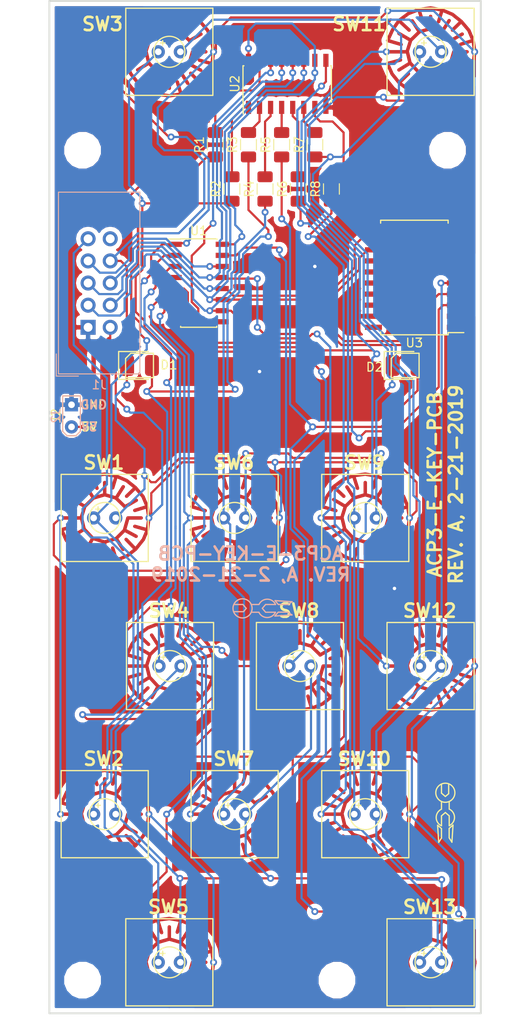
<source format=kicad_pcb>
(kicad_pcb (version 20171130) (host pcbnew "(5.0.0)")

  (general
    (thickness 1.6)
    (drawings 10)
    (tracks 824)
    (zones 0)
    (modules 34)
    (nets 48)
  )

  (page A4)
  (layers
    (0 F.Cu signal)
    (31 B.Cu signal)
    (32 B.Adhes user)
    (33 F.Adhes user)
    (34 B.Paste user)
    (35 F.Paste user)
    (36 B.SilkS user)
    (37 F.SilkS user)
    (38 B.Mask user)
    (39 F.Mask user)
    (40 Dwgs.User user)
    (41 Cmts.User user)
    (42 Eco1.User user)
    (43 Eco2.User user)
    (44 Edge.Cuts user)
    (45 Margin user)
    (46 B.CrtYd user)
    (47 F.CrtYd user)
    (48 B.Fab user)
    (49 F.Fab user)
  )

  (setup
    (last_trace_width 0.25)
    (user_trace_width 0.508)
    (trace_clearance 0.2)
    (zone_clearance 0.508)
    (zone_45_only no)
    (trace_min 0.2)
    (segment_width 0.2)
    (edge_width 0.15)
    (via_size 0.8)
    (via_drill 0.4)
    (via_min_size 0.4)
    (via_min_drill 0.3)
    (uvia_size 0.3)
    (uvia_drill 0.1)
    (uvias_allowed no)
    (uvia_min_size 0.2)
    (uvia_min_drill 0.1)
    (pcb_text_width 0.3)
    (pcb_text_size 1.5 1.5)
    (mod_edge_width 0.15)
    (mod_text_size 1 1)
    (mod_text_width 0.15)
    (pad_size 1.524 1.524)
    (pad_drill 0.762)
    (pad_to_mask_clearance 0.0508)
    (aux_axis_origin 0 0)
    (grid_origin 137.66546 134.57936)
    (visible_elements FFFFFF7F)
    (pcbplotparams
      (layerselection 0x010fc_ffffffff)
      (usegerberextensions false)
      (usegerberattributes false)
      (usegerberadvancedattributes false)
      (creategerberjobfile false)
      (excludeedgelayer true)
      (linewidth 0.254000)
      (plotframeref false)
      (viasonmask false)
      (mode 1)
      (useauxorigin false)
      (hpglpennumber 1)
      (hpglpenspeed 20)
      (hpglpendiameter 15.000000)
      (psnegative false)
      (psa4output false)
      (plotreference true)
      (plotvalue true)
      (plotinvisibletext false)
      (padsonsilk false)
      (subtractmaskfromsilk false)
      (outputformat 1)
      (mirror false)
      (drillshape 1)
      (scaleselection 1)
      (outputdirectory ""))
  )

  (net 0 "")
  (net 1 LC)
  (net 2 D0)
  (net 3 LE)
  (net 4 GND)
  (net 5 5V)
  (net 6 VCC)
  (net 7 SRCLK)
  (net 8 RCLK)
  (net 9 OE)
  (net 10 SER)
  (net 11 6)
  (net 12 7)
  (net 13 22)
  (net 14 LA)
  (net 15 "Net-(R1-Pad2)")
  (net 16 "Net-(R2-Pad2)")
  (net 17 LB)
  (net 18 "Net-(R3-Pad2)")
  (net 19 "Net-(R4-Pad2)")
  (net 20 LD)
  (net 21 "Net-(R5-Pad2)")
  (net 22 "Net-(R6-Pad2)")
  (net 23 LF)
  (net 24 LG)
  (net 25 "Net-(R7-Pad2)")
  (net 26 "Net-(R8-Pad2)")
  (net 27 LH)
  (net 28 BA)
  (net 29 D1)
  (net 30 BB)
  (net 31 BC)
  (net 32 BD)
  (net 33 BE)
  (net 34 BF)
  (net 35 BG)
  (net 36 BH)
  (net 37 "Net-(U1-Pad9)")
  (net 38 "Net-(U2-Pad9)")
  (net 39 "Net-(U3-Pad1)")
  (net 40 D2)
  (net 41 D3)
  (net 42 D4)
  (net 43 D5)
  (net 44 D6)
  (net 45 D7)
  (net 46 "Net-(U3-Pad18)")
  (net 47 "Net-(U3-Pad20)")

  (net_class Default "This is the default net class."
    (clearance 0.2)
    (trace_width 0.25)
    (via_dia 0.8)
    (via_drill 0.4)
    (uvia_dia 0.3)
    (uvia_drill 0.1)
    (add_net 22)
    (add_net 5V)
    (add_net 6)
    (add_net 7)
    (add_net BA)
    (add_net BB)
    (add_net BC)
    (add_net BD)
    (add_net BE)
    (add_net BF)
    (add_net BG)
    (add_net BH)
    (add_net D0)
    (add_net D1)
    (add_net D2)
    (add_net D3)
    (add_net D4)
    (add_net D5)
    (add_net D6)
    (add_net D7)
    (add_net GND)
    (add_net LA)
    (add_net LB)
    (add_net LC)
    (add_net LD)
    (add_net LE)
    (add_net LF)
    (add_net LG)
    (add_net LH)
    (add_net "Net-(R1-Pad2)")
    (add_net "Net-(R2-Pad2)")
    (add_net "Net-(R3-Pad2)")
    (add_net "Net-(R4-Pad2)")
    (add_net "Net-(R5-Pad2)")
    (add_net "Net-(R6-Pad2)")
    (add_net "Net-(R7-Pad2)")
    (add_net "Net-(R8-Pad2)")
    (add_net "Net-(U1-Pad9)")
    (add_net "Net-(U2-Pad9)")
    (add_net "Net-(U3-Pad1)")
    (add_net "Net-(U3-Pad18)")
    (add_net "Net-(U3-Pad20)")
    (add_net OE)
    (add_net RCLK)
    (add_net SER)
    (add_net SRCLK)
    (add_net VCC)
  )

  (module AOR_custom:AOR_LOGO (layer B.Cu) (tedit 5C26ADAA) (tstamp 5C7C2C18)
    (at 155.69946 110.95736 180)
    (fp_text reference G*** (at 0 0 180) (layer B.SilkS) hide
      (effects (font (size 1.524 1.524) (thickness 0.3)) (justify mirror))
    )
    (fp_text value AOR_LOGO (at 0.75 0 180) (layer B.SilkS) hide
      (effects (font (size 1.524 1.524) (thickness 0.3)) (justify mirror))
    )
    (fp_circle (center 2.205821 0) (end 3.285321 -0.1905) (layer B.SilkS) (width 0.15))
    (fp_arc (start -0.622642 0) (end -1.575141 -0.444499) (angle 128.4180553) (layer B.SilkS) (width 0.15))
    (fp_arc (start -0.635 0) (end -1.587499 0.444499) (angle -128.4180553) (layer B.SilkS) (width 0.15))
    (fp_line (start -1.5875 0.4445) (end -0.4445 0.4445) (layer B.SilkS) (width 0.15))
    (fp_line (start -0.4445 0.4445) (end -0.0635 0) (layer B.SilkS) (width 0.15))
    (fp_line (start -0.0635 0) (end -0.4445 -0.4445) (layer B.SilkS) (width 0.15))
    (fp_line (start -0.4445 -0.4445) (end -1.5875 -0.4445) (layer B.SilkS) (width 0.15))
    (fp_line (start 0.3175 0.4445) (end 1.2065 0.4445) (layer B.SilkS) (width 0.15))
    (fp_line (start 0.3175 -0.4445) (end 1.2065 -0.4445) (layer B.SilkS) (width 0.15))
    (fp_line (start 1.778 0) (end 2.159 0.4445) (layer B.SilkS) (width 0.15))
    (fp_line (start 2.159 0.4445) (end 3.175 0.4445) (layer B.SilkS) (width 0.15))
    (fp_line (start 1.778 0) (end 2.0955 -0.381) (layer B.SilkS) (width 0.15))
    (fp_line (start 2.0955 -0.381) (end 3.2385 -0.381) (layer B.SilkS) (width 0.15))
    (fp_line (start -1.905 0.4445) (end -2.9845 0.4445) (layer B.SilkS) (width 0.15))
    (fp_line (start -2.9845 0.4445) (end -3.4925 0.762) (layer B.SilkS) (width 0.15))
    (fp_line (start -3.4925 0.762) (end -1.524 0.889) (layer B.SilkS) (width 0.15))
    (fp_line (start -1.524 0.889) (end -1.905 0.4445) (layer B.SilkS) (width 0.15))
    (fp_line (start -1.505128 -0.88103) (end -1.886128 -0.43653) (layer B.SilkS) (width 0.15))
    (fp_line (start -1.886128 -0.43653) (end -2.965628 -0.43653) (layer B.SilkS) (width 0.15))
    (fp_line (start -3.473628 -0.75403) (end -1.505128 -0.88103) (layer B.SilkS) (width 0.15))
    (fp_line (start -2.965628 -0.43653) (end -3.473628 -0.75403) (layer B.SilkS) (width 0.15))
  )

  (module MountingHole:MountingHole_3.2mm_M3 (layer F.Cu) (tedit 5C6F5596) (tstamp 5C7BC521)
    (at 177.03546 58.37936)
    (descr "Mounting Hole 3.2mm, no annular, M3")
    (tags "mounting hole 3.2mm no annular m3")
    (attr virtual)
    (fp_text reference "" (at 0 -4.2) (layer F.SilkS)
      (effects (font (size 1 1) (thickness 0.15)))
    )
    (fp_text value MountingHole_3.2mm_M3 (at 0 4.2) (layer F.Fab)
      (effects (font (size 1 1) (thickness 0.15)))
    )
    (fp_text user %R (at 0.3 0) (layer F.Fab)
      (effects (font (size 1 1) (thickness 0.15)))
    )
    (fp_circle (center 0 0) (end 3.2 0) (layer Cmts.User) (width 0.15))
    (fp_circle (center 0 0) (end 3.45 0) (layer F.CrtYd) (width 0.05))
    (pad 1 np_thru_hole circle (at 0 0) (size 3.2 3.2) (drill 3.2) (layers *.Cu *.Mask))
  )

  (module MountingHole:MountingHole_3.2mm_M3 (layer F.Cu) (tedit 5C6F5596) (tstamp 5C7BC512)
    (at 164.33546 153.62936)
    (descr "Mounting Hole 3.2mm, no annular, M3")
    (tags "mounting hole 3.2mm no annular m3")
    (attr virtual)
    (fp_text reference "" (at 0 -4.2) (layer F.SilkS)
      (effects (font (size 1 1) (thickness 0.15)))
    )
    (fp_text value MountingHole_3.2mm_M3 (at 0 4.2) (layer F.Fab)
      (effects (font (size 1 1) (thickness 0.15)))
    )
    (fp_circle (center 0 0) (end 3.45 0) (layer F.CrtYd) (width 0.05))
    (fp_circle (center 0 0) (end 3.2 0) (layer Cmts.User) (width 0.15))
    (fp_text user %R (at 0.3 0) (layer F.Fab)
      (effects (font (size 1 1) (thickness 0.15)))
    )
    (pad 1 np_thru_hole circle (at 0 0) (size 3.2 3.2) (drill 3.2) (layers *.Cu *.Mask))
  )

  (module MountingHole:MountingHole_3.2mm_M3 (layer F.Cu) (tedit 5C6F5596) (tstamp 5C7BC504)
    (at 135.12546 153.62936)
    (descr "Mounting Hole 3.2mm, no annular, M3")
    (tags "mounting hole 3.2mm no annular m3")
    (attr virtual)
    (fp_text reference "" (at 0 -4.2) (layer F.SilkS)
      (effects (font (size 1 1) (thickness 0.15)))
    )
    (fp_text value MountingHole_3.2mm_M3 (at 0 4.2) (layer F.Fab)
      (effects (font (size 1 1) (thickness 0.15)))
    )
    (fp_text user %R (at 0.3 0) (layer F.Fab)
      (effects (font (size 1 1) (thickness 0.15)))
    )
    (fp_circle (center 0 0) (end 3.2 0) (layer Cmts.User) (width 0.15))
    (fp_circle (center 0 0) (end 3.45 0) (layer F.CrtYd) (width 0.05))
    (pad 1 np_thru_hole circle (at 0 0) (size 3.2 3.2) (drill 3.2) (layers *.Cu *.Mask))
  )

  (module "AOR_custom:WL-SMTW SMD LED" (layer F.Cu) (tedit 5C6F6A18) (tstamp 5C7B8E19)
    (at 141.66546 83.07936)
    (path /5C6F66FE)
    (fp_text reference D1 (at 3.366 -0.062) (layer F.SilkS)
      (effects (font (size 1 1) (thickness 0.15)))
    )
    (fp_text value LED (at 0.1 2.5) (layer F.Fab)
      (effects (font (size 1 1) (thickness 0.15)))
    )
    (fp_line (start -2.4 1.6) (end 1 1.6) (layer F.SilkS) (width 0.15))
    (fp_line (start -2.4 -1.6) (end -2.4 1.6) (layer F.SilkS) (width 0.15))
    (fp_line (start 1 -1.6) (end -2.4 -1.6) (layer F.SilkS) (width 0.15))
    (fp_line (start -1.6 1.4) (end -1.6 -0.8) (layer F.SilkS) (width 0.15))
    (fp_line (start -1 -1.4) (end 1.6 -1.4) (layer F.SilkS) (width 0.15))
    (fp_line (start -1.6 -0.8) (end -1 -1.4) (layer F.SilkS) (width 0.15))
    (fp_line (start 1.6 1.4) (end 1.6 -1.4) (layer F.SilkS) (width 0.15))
    (fp_line (start -1.6 1.4) (end 1.6 1.4) (layer F.SilkS) (width 0.15))
    (pad 2 smd roundrect (at 1.425 0) (size 1.6 2.4) (layers F.Cu F.Paste F.Mask) (roundrect_rratio 0.25)
      (net 1 LC))
    (pad 1 smd roundrect (at -1.425 0) (size 1.6 2.4) (layers F.Cu F.Paste F.Mask) (roundrect_rratio 0.25)
      (net 2 D0))
  )

  (module "AOR_custom:WL-SMTW SMD LED" (layer F.Cu) (tedit 5C2849BC) (tstamp 5C7B8E27)
    (at 172.16546 83.07936)
    (path /5C6F67DE)
    (fp_text reference D2 (at -3.512 0.192) (layer F.SilkS)
      (effects (font (size 1 1) (thickness 0.15)))
    )
    (fp_text value LED (at 0.1 2.5) (layer F.Fab)
      (effects (font (size 1 1) (thickness 0.15)))
    )
    (fp_line (start -1.6 1.4) (end 1.6 1.4) (layer F.SilkS) (width 0.15))
    (fp_line (start 1.6 1.4) (end 1.6 -1.4) (layer F.SilkS) (width 0.15))
    (fp_line (start -1.6 -0.8) (end -1 -1.4) (layer F.SilkS) (width 0.15))
    (fp_line (start -1 -1.4) (end 1.6 -1.4) (layer F.SilkS) (width 0.15))
    (fp_line (start -1.6 1.4) (end -1.6 -0.8) (layer F.SilkS) (width 0.15))
    (fp_line (start 1 -1.6) (end -2.4 -1.6) (layer F.SilkS) (width 0.15))
    (fp_line (start -2.4 -1.6) (end -2.4 1.6) (layer F.SilkS) (width 0.15))
    (fp_line (start -2.4 1.6) (end 1 1.6) (layer F.SilkS) (width 0.15))
    (pad 1 smd roundrect (at -1.425 0) (size 1.6 2.4) (layers F.Cu F.Paste F.Mask) (roundrect_rratio 0.25)
      (net 2 D0))
    (pad 2 smd roundrect (at 1.425 0) (size 1.6 2.4) (layers F.Cu F.Paste F.Mask) (roundrect_rratio 0.25)
      (net 3 LE))
  )

  (module Connector_IDC:IDC-Header_2x05_P2.54mm_Vertical (layer B.Cu) (tedit 59DE0611) (tstamp 5C7B8E4F)
    (at 135.76046 78.69936)
    (descr "Through hole straight IDC box header, 2x05, 2.54mm pitch, double rows")
    (tags "Through hole IDC box header THT 2x05 2.54mm double row")
    (path /5C4DFC44)
    (fp_text reference J1 (at 1.27 6.604) (layer B.SilkS)
      (effects (font (size 1 1) (thickness 0.15)) (justify mirror))
    )
    (fp_text value Conn_01x10 (at 1.27 -16.764) (layer B.Fab)
      (effects (font (size 1 1) (thickness 0.15)) (justify mirror))
    )
    (fp_text user %R (at 1.27 -5.08) (layer B.Fab)
      (effects (font (size 1 1) (thickness 0.15)) (justify mirror))
    )
    (fp_line (start 5.695 5.1) (end 5.695 -15.26) (layer B.Fab) (width 0.1))
    (fp_line (start 5.145 4.56) (end 5.145 -14.7) (layer B.Fab) (width 0.1))
    (fp_line (start -3.155 5.1) (end -3.155 -15.26) (layer B.Fab) (width 0.1))
    (fp_line (start -2.605 4.56) (end -2.605 -2.83) (layer B.Fab) (width 0.1))
    (fp_line (start -2.605 -7.33) (end -2.605 -14.7) (layer B.Fab) (width 0.1))
    (fp_line (start -2.605 -2.83) (end -3.155 -2.83) (layer B.Fab) (width 0.1))
    (fp_line (start -2.605 -7.33) (end -3.155 -7.33) (layer B.Fab) (width 0.1))
    (fp_line (start 5.695 5.1) (end -3.155 5.1) (layer B.Fab) (width 0.1))
    (fp_line (start 5.145 4.56) (end -2.605 4.56) (layer B.Fab) (width 0.1))
    (fp_line (start 5.695 -15.26) (end -3.155 -15.26) (layer B.Fab) (width 0.1))
    (fp_line (start 5.145 -14.7) (end -2.605 -14.7) (layer B.Fab) (width 0.1))
    (fp_line (start 5.695 5.1) (end 5.145 4.56) (layer B.Fab) (width 0.1))
    (fp_line (start 5.695 -15.26) (end 5.145 -14.7) (layer B.Fab) (width 0.1))
    (fp_line (start -3.155 5.1) (end -2.605 4.56) (layer B.Fab) (width 0.1))
    (fp_line (start -3.155 -15.26) (end -2.605 -14.7) (layer B.Fab) (width 0.1))
    (fp_line (start 5.95 5.35) (end 5.95 -15.51) (layer B.CrtYd) (width 0.05))
    (fp_line (start 5.95 -15.51) (end -3.41 -15.51) (layer B.CrtYd) (width 0.05))
    (fp_line (start -3.41 -15.51) (end -3.41 5.35) (layer B.CrtYd) (width 0.05))
    (fp_line (start -3.41 5.35) (end 5.95 5.35) (layer B.CrtYd) (width 0.05))
    (fp_line (start 5.945 5.35) (end 5.945 -15.51) (layer B.SilkS) (width 0.12))
    (fp_line (start 5.945 -15.51) (end -3.405 -15.51) (layer B.SilkS) (width 0.12))
    (fp_line (start -3.405 -15.51) (end -3.405 5.35) (layer B.SilkS) (width 0.12))
    (fp_line (start -3.405 5.35) (end 5.945 5.35) (layer B.SilkS) (width 0.12))
    (fp_line (start -3.655 5.6) (end -3.655 3.06) (layer B.SilkS) (width 0.12))
    (fp_line (start -3.655 5.6) (end -1.115 5.6) (layer B.SilkS) (width 0.12))
    (pad 1 thru_hole rect (at 0 0) (size 1.7272 1.7272) (drill 1.016) (layers *.Cu *.Mask)
      (net 4 GND))
    (pad 2 thru_hole oval (at 2.54 0) (size 1.7272 1.7272) (drill 1.016) (layers *.Cu *.Mask)
      (net 5 5V))
    (pad 3 thru_hole oval (at 0 -2.54) (size 1.7272 1.7272) (drill 1.016) (layers *.Cu *.Mask)
      (net 6 VCC))
    (pad 4 thru_hole oval (at 2.54 -2.54) (size 1.7272 1.7272) (drill 1.016) (layers *.Cu *.Mask)
      (net 7 SRCLK))
    (pad 5 thru_hole oval (at 0 -5.08) (size 1.7272 1.7272) (drill 1.016) (layers *.Cu *.Mask)
      (net 8 RCLK))
    (pad 6 thru_hole oval (at 2.54 -5.08) (size 1.7272 1.7272) (drill 1.016) (layers *.Cu *.Mask)
      (net 9 OE))
    (pad 7 thru_hole oval (at 0 -7.62) (size 1.7272 1.7272) (drill 1.016) (layers *.Cu *.Mask)
      (net 10 SER))
    (pad 8 thru_hole oval (at 2.54 -7.62) (size 1.7272 1.7272) (drill 1.016) (layers *.Cu *.Mask)
      (net 11 6))
    (pad 9 thru_hole oval (at 0 -10.16) (size 1.7272 1.7272) (drill 1.016) (layers *.Cu *.Mask)
      (net 12 7))
    (pad 10 thru_hole oval (at 2.54 -10.16) (size 1.7272 1.7272) (drill 1.016) (layers *.Cu *.Mask)
      (net 13 22))
    (model ${KISYS3DMOD}/Connector_IDC.3dshapes/IDC-Header_2x05_P2.54mm_Vertical.wrl
      (at (xyz 0 0 0))
      (scale (xyz 1 1 1))
      (rotate (xyz 0 0 0))
    )
  )

  (module AOR_custom:header_01x02 (layer F.Cu) (tedit 5C25944D) (tstamp 5C7B8E62)
    (at 133.85546 88.85936 270)
    (path /5C6F3D77)
    (fp_text reference J2 (at 0 1.778 270) (layer F.SilkS)
      (effects (font (size 1 1) (thickness 0.15)))
    )
    (fp_text value Conn_01x02 (at 0 -0.5 270) (layer F.Fab)
      (effects (font (size 1 1) (thickness 0.15)))
    )
    (fp_line (start -2.286 1.016) (end 1.778 1.016) (layer F.SilkS) (width 0.15))
    (fp_line (start 1.778 1.016) (end 2.286 0.508) (layer F.SilkS) (width 0.15))
    (fp_line (start 2.286 0.508) (end 2.286 -0.508) (layer F.SilkS) (width 0.15))
    (fp_line (start 2.286 -0.508) (end 1.778 -1.016) (layer F.SilkS) (width 0.15))
    (fp_line (start 1.778 -1.016) (end -2.286 -1.016) (layer F.SilkS) (width 0.15))
    (fp_line (start -2.286 -1.016) (end -2.286 1.016) (layer F.SilkS) (width 0.15))
    (fp_line (start -2.286 1.016) (end 1.778 1.016) (layer B.SilkS) (width 0.15))
    (fp_line (start 1.778 1.016) (end 2.286 0.508) (layer B.SilkS) (width 0.15))
    (fp_line (start 2.286 0.508) (end 2.286 -0.508) (layer B.SilkS) (width 0.15))
    (fp_line (start 2.286 -0.508) (end 1.778 -1.016) (layer B.SilkS) (width 0.15))
    (fp_line (start 1.778 -1.016) (end -2.286 -1.016) (layer B.SilkS) (width 0.15))
    (fp_line (start -2.286 -1.016) (end -2.286 1.016) (layer B.SilkS) (width 0.15))
    (fp_text user %R (at 0 1.778 270) (layer B.SilkS)
      (effects (font (size 1 1) (thickness 0.15)) (justify mirror))
    )
    (pad 1 thru_hole rect (at -1.27 0 270) (size 1.524 1.524) (drill 0.762) (layers *.Cu *.Mask)
      (net 4 GND))
    (pad 2 thru_hole circle (at 1.27 0 270) (size 1.524 1.524) (drill 0.762) (layers *.Cu *.Mask)
      (net 5 5V))
  )

  (module Resistor_SMD:R_1206_3216Metric (layer F.Cu) (tedit 5B301BBD) (tstamp 5C7B8E73)
    (at 150.36546 57.74436 90)
    (descr "Resistor SMD 1206 (3216 Metric), square (rectangular) end terminal, IPC_7351 nominal, (Body size source: http://www.tortai-tech.com/upload/download/2011102023233369053.pdf), generated with kicad-footprint-generator")
    (tags resistor)
    (path /5C4E3393)
    (attr smd)
    (fp_text reference R1 (at 0 -1.82 90) (layer F.SilkS)
      (effects (font (size 1 1) (thickness 0.15)))
    )
    (fp_text value 100 (at 0 1.82 90) (layer F.Fab)
      (effects (font (size 1 1) (thickness 0.15)))
    )
    (fp_line (start -1.6 0.8) (end -1.6 -0.8) (layer F.Fab) (width 0.1))
    (fp_line (start -1.6 -0.8) (end 1.6 -0.8) (layer F.Fab) (width 0.1))
    (fp_line (start 1.6 -0.8) (end 1.6 0.8) (layer F.Fab) (width 0.1))
    (fp_line (start 1.6 0.8) (end -1.6 0.8) (layer F.Fab) (width 0.1))
    (fp_line (start -0.602064 -0.91) (end 0.602064 -0.91) (layer F.SilkS) (width 0.12))
    (fp_line (start -0.602064 0.91) (end 0.602064 0.91) (layer F.SilkS) (width 0.12))
    (fp_line (start -2.28 1.12) (end -2.28 -1.12) (layer F.CrtYd) (width 0.05))
    (fp_line (start -2.28 -1.12) (end 2.28 -1.12) (layer F.CrtYd) (width 0.05))
    (fp_line (start 2.28 -1.12) (end 2.28 1.12) (layer F.CrtYd) (width 0.05))
    (fp_line (start 2.28 1.12) (end -2.28 1.12) (layer F.CrtYd) (width 0.05))
    (fp_text user %R (at 0 0 90) (layer F.Fab)
      (effects (font (size 0.8 0.8) (thickness 0.12)))
    )
    (pad 1 smd roundrect (at -1.4 0 90) (size 1.25 1.75) (layers F.Cu F.Paste F.Mask) (roundrect_rratio 0.2)
      (net 14 LA))
    (pad 2 smd roundrect (at 1.4 0 90) (size 1.25 1.75) (layers F.Cu F.Paste F.Mask) (roundrect_rratio 0.2)
      (net 15 "Net-(R1-Pad2)"))
    (model ${KISYS3DMOD}/Resistor_SMD.3dshapes/R_1206_3216Metric.wrl
      (at (xyz 0 0 0))
      (scale (xyz 1 1 1))
      (rotate (xyz 0 0 0))
    )
  )

  (module Resistor_SMD:R_1206_3216Metric (layer F.Cu) (tedit 5B301BBD) (tstamp 5C7B8E84)
    (at 152.27046 62.82436 90)
    (descr "Resistor SMD 1206 (3216 Metric), square (rectangular) end terminal, IPC_7351 nominal, (Body size source: http://www.tortai-tech.com/upload/download/2011102023233369053.pdf), generated with kicad-footprint-generator")
    (tags resistor)
    (path /5C4E3640)
    (attr smd)
    (fp_text reference R2 (at 0 -1.82 90) (layer F.SilkS)
      (effects (font (size 1 1) (thickness 0.15)))
    )
    (fp_text value 100 (at 0 1.82 90) (layer F.Fab)
      (effects (font (size 1 1) (thickness 0.15)))
    )
    (fp_text user %R (at 0 0 90) (layer F.Fab)
      (effects (font (size 0.8 0.8) (thickness 0.12)))
    )
    (fp_line (start 2.28 1.12) (end -2.28 1.12) (layer F.CrtYd) (width 0.05))
    (fp_line (start 2.28 -1.12) (end 2.28 1.12) (layer F.CrtYd) (width 0.05))
    (fp_line (start -2.28 -1.12) (end 2.28 -1.12) (layer F.CrtYd) (width 0.05))
    (fp_line (start -2.28 1.12) (end -2.28 -1.12) (layer F.CrtYd) (width 0.05))
    (fp_line (start -0.602064 0.91) (end 0.602064 0.91) (layer F.SilkS) (width 0.12))
    (fp_line (start -0.602064 -0.91) (end 0.602064 -0.91) (layer F.SilkS) (width 0.12))
    (fp_line (start 1.6 0.8) (end -1.6 0.8) (layer F.Fab) (width 0.1))
    (fp_line (start 1.6 -0.8) (end 1.6 0.8) (layer F.Fab) (width 0.1))
    (fp_line (start -1.6 -0.8) (end 1.6 -0.8) (layer F.Fab) (width 0.1))
    (fp_line (start -1.6 0.8) (end -1.6 -0.8) (layer F.Fab) (width 0.1))
    (pad 2 smd roundrect (at 1.4 0 90) (size 1.25 1.75) (layers F.Cu F.Paste F.Mask) (roundrect_rratio 0.2)
      (net 16 "Net-(R2-Pad2)"))
    (pad 1 smd roundrect (at -1.4 0 90) (size 1.25 1.75) (layers F.Cu F.Paste F.Mask) (roundrect_rratio 0.2)
      (net 17 LB))
    (model ${KISYS3DMOD}/Resistor_SMD.3dshapes/R_1206_3216Metric.wrl
      (at (xyz 0 0 0))
      (scale (xyz 1 1 1))
      (rotate (xyz 0 0 0))
    )
  )

  (module Resistor_SMD:R_1206_3216Metric (layer F.Cu) (tedit 5B301BBD) (tstamp 5C7B8E95)
    (at 154.17546 57.74436 90)
    (descr "Resistor SMD 1206 (3216 Metric), square (rectangular) end terminal, IPC_7351 nominal, (Body size source: http://www.tortai-tech.com/upload/download/2011102023233369053.pdf), generated with kicad-footprint-generator")
    (tags resistor)
    (path /5C4E367A)
    (attr smd)
    (fp_text reference R3 (at 0 -1.82 90) (layer F.SilkS)
      (effects (font (size 1 1) (thickness 0.15)))
    )
    (fp_text value 100 (at 0 1.82 90) (layer F.Fab)
      (effects (font (size 1 1) (thickness 0.15)))
    )
    (fp_line (start -1.6 0.8) (end -1.6 -0.8) (layer F.Fab) (width 0.1))
    (fp_line (start -1.6 -0.8) (end 1.6 -0.8) (layer F.Fab) (width 0.1))
    (fp_line (start 1.6 -0.8) (end 1.6 0.8) (layer F.Fab) (width 0.1))
    (fp_line (start 1.6 0.8) (end -1.6 0.8) (layer F.Fab) (width 0.1))
    (fp_line (start -0.602064 -0.91) (end 0.602064 -0.91) (layer F.SilkS) (width 0.12))
    (fp_line (start -0.602064 0.91) (end 0.602064 0.91) (layer F.SilkS) (width 0.12))
    (fp_line (start -2.28 1.12) (end -2.28 -1.12) (layer F.CrtYd) (width 0.05))
    (fp_line (start -2.28 -1.12) (end 2.28 -1.12) (layer F.CrtYd) (width 0.05))
    (fp_line (start 2.28 -1.12) (end 2.28 1.12) (layer F.CrtYd) (width 0.05))
    (fp_line (start 2.28 1.12) (end -2.28 1.12) (layer F.CrtYd) (width 0.05))
    (fp_text user %R (at 0 0 90) (layer F.Fab)
      (effects (font (size 0.8 0.8) (thickness 0.12)))
    )
    (pad 1 smd roundrect (at -1.4 0 90) (size 1.25 1.75) (layers F.Cu F.Paste F.Mask) (roundrect_rratio 0.2)
      (net 1 LC))
    (pad 2 smd roundrect (at 1.4 0 90) (size 1.25 1.75) (layers F.Cu F.Paste F.Mask) (roundrect_rratio 0.2)
      (net 18 "Net-(R3-Pad2)"))
    (model ${KISYS3DMOD}/Resistor_SMD.3dshapes/R_1206_3216Metric.wrl
      (at (xyz 0 0 0))
      (scale (xyz 1 1 1))
      (rotate (xyz 0 0 0))
    )
  )

  (module Resistor_SMD:R_1206_3216Metric (layer F.Cu) (tedit 5B301BBD) (tstamp 5C7B8EA6)
    (at 156.08046 62.82436 90)
    (descr "Resistor SMD 1206 (3216 Metric), square (rectangular) end terminal, IPC_7351 nominal, (Body size source: http://www.tortai-tech.com/upload/download/2011102023233369053.pdf), generated with kicad-footprint-generator")
    (tags resistor)
    (path /5C4E36B6)
    (attr smd)
    (fp_text reference R4 (at 0 -1.82 90) (layer F.SilkS)
      (effects (font (size 1 1) (thickness 0.15)))
    )
    (fp_text value 100 (at 0 1.82 90) (layer F.Fab)
      (effects (font (size 1 1) (thickness 0.15)))
    )
    (fp_text user %R (at 0 0 90) (layer F.Fab)
      (effects (font (size 0.8 0.8) (thickness 0.12)))
    )
    (fp_line (start 2.28 1.12) (end -2.28 1.12) (layer F.CrtYd) (width 0.05))
    (fp_line (start 2.28 -1.12) (end 2.28 1.12) (layer F.CrtYd) (width 0.05))
    (fp_line (start -2.28 -1.12) (end 2.28 -1.12) (layer F.CrtYd) (width 0.05))
    (fp_line (start -2.28 1.12) (end -2.28 -1.12) (layer F.CrtYd) (width 0.05))
    (fp_line (start -0.602064 0.91) (end 0.602064 0.91) (layer F.SilkS) (width 0.12))
    (fp_line (start -0.602064 -0.91) (end 0.602064 -0.91) (layer F.SilkS) (width 0.12))
    (fp_line (start 1.6 0.8) (end -1.6 0.8) (layer F.Fab) (width 0.1))
    (fp_line (start 1.6 -0.8) (end 1.6 0.8) (layer F.Fab) (width 0.1))
    (fp_line (start -1.6 -0.8) (end 1.6 -0.8) (layer F.Fab) (width 0.1))
    (fp_line (start -1.6 0.8) (end -1.6 -0.8) (layer F.Fab) (width 0.1))
    (pad 2 smd roundrect (at 1.4 0 90) (size 1.25 1.75) (layers F.Cu F.Paste F.Mask) (roundrect_rratio 0.2)
      (net 19 "Net-(R4-Pad2)"))
    (pad 1 smd roundrect (at -1.4 0 90) (size 1.25 1.75) (layers F.Cu F.Paste F.Mask) (roundrect_rratio 0.2)
      (net 20 LD))
    (model ${KISYS3DMOD}/Resistor_SMD.3dshapes/R_1206_3216Metric.wrl
      (at (xyz 0 0 0))
      (scale (xyz 1 1 1))
      (rotate (xyz 0 0 0))
    )
  )

  (module Resistor_SMD:R_1206_3216Metric (layer F.Cu) (tedit 5B301BBD) (tstamp 5C7B8EB7)
    (at 157.98546 57.74436 90)
    (descr "Resistor SMD 1206 (3216 Metric), square (rectangular) end terminal, IPC_7351 nominal, (Body size source: http://www.tortai-tech.com/upload/download/2011102023233369053.pdf), generated with kicad-footprint-generator")
    (tags resistor)
    (path /5C4E36F8)
    (attr smd)
    (fp_text reference R5 (at 0 -1.82 90) (layer F.SilkS)
      (effects (font (size 1 1) (thickness 0.15)))
    )
    (fp_text value 100 (at 0 1.82 90) (layer F.Fab)
      (effects (font (size 1 1) (thickness 0.15)))
    )
    (fp_line (start -1.6 0.8) (end -1.6 -0.8) (layer F.Fab) (width 0.1))
    (fp_line (start -1.6 -0.8) (end 1.6 -0.8) (layer F.Fab) (width 0.1))
    (fp_line (start 1.6 -0.8) (end 1.6 0.8) (layer F.Fab) (width 0.1))
    (fp_line (start 1.6 0.8) (end -1.6 0.8) (layer F.Fab) (width 0.1))
    (fp_line (start -0.602064 -0.91) (end 0.602064 -0.91) (layer F.SilkS) (width 0.12))
    (fp_line (start -0.602064 0.91) (end 0.602064 0.91) (layer F.SilkS) (width 0.12))
    (fp_line (start -2.28 1.12) (end -2.28 -1.12) (layer F.CrtYd) (width 0.05))
    (fp_line (start -2.28 -1.12) (end 2.28 -1.12) (layer F.CrtYd) (width 0.05))
    (fp_line (start 2.28 -1.12) (end 2.28 1.12) (layer F.CrtYd) (width 0.05))
    (fp_line (start 2.28 1.12) (end -2.28 1.12) (layer F.CrtYd) (width 0.05))
    (fp_text user %R (at 0 0 90) (layer F.Fab)
      (effects (font (size 0.8 0.8) (thickness 0.12)))
    )
    (pad 1 smd roundrect (at -1.4 0 90) (size 1.25 1.75) (layers F.Cu F.Paste F.Mask) (roundrect_rratio 0.2)
      (net 3 LE))
    (pad 2 smd roundrect (at 1.4 0 90) (size 1.25 1.75) (layers F.Cu F.Paste F.Mask) (roundrect_rratio 0.2)
      (net 21 "Net-(R5-Pad2)"))
    (model ${KISYS3DMOD}/Resistor_SMD.3dshapes/R_1206_3216Metric.wrl
      (at (xyz 0 0 0))
      (scale (xyz 1 1 1))
      (rotate (xyz 0 0 0))
    )
  )

  (module Resistor_SMD:R_1206_3216Metric (layer F.Cu) (tedit 5B301BBD) (tstamp 5C7B8EC8)
    (at 159.89046 62.82436 90)
    (descr "Resistor SMD 1206 (3216 Metric), square (rectangular) end terminal, IPC_7351 nominal, (Body size source: http://www.tortai-tech.com/upload/download/2011102023233369053.pdf), generated with kicad-footprint-generator")
    (tags resistor)
    (path /5C4E3738)
    (attr smd)
    (fp_text reference R6 (at 0 -1.82 90) (layer F.SilkS)
      (effects (font (size 1 1) (thickness 0.15)))
    )
    (fp_text value 100 (at 0 1.82 90) (layer F.Fab)
      (effects (font (size 1 1) (thickness 0.15)))
    )
    (fp_text user %R (at 0 0 90) (layer F.Fab)
      (effects (font (size 0.8 0.8) (thickness 0.12)))
    )
    (fp_line (start 2.28 1.12) (end -2.28 1.12) (layer F.CrtYd) (width 0.05))
    (fp_line (start 2.28 -1.12) (end 2.28 1.12) (layer F.CrtYd) (width 0.05))
    (fp_line (start -2.28 -1.12) (end 2.28 -1.12) (layer F.CrtYd) (width 0.05))
    (fp_line (start -2.28 1.12) (end -2.28 -1.12) (layer F.CrtYd) (width 0.05))
    (fp_line (start -0.602064 0.91) (end 0.602064 0.91) (layer F.SilkS) (width 0.12))
    (fp_line (start -0.602064 -0.91) (end 0.602064 -0.91) (layer F.SilkS) (width 0.12))
    (fp_line (start 1.6 0.8) (end -1.6 0.8) (layer F.Fab) (width 0.1))
    (fp_line (start 1.6 -0.8) (end 1.6 0.8) (layer F.Fab) (width 0.1))
    (fp_line (start -1.6 -0.8) (end 1.6 -0.8) (layer F.Fab) (width 0.1))
    (fp_line (start -1.6 0.8) (end -1.6 -0.8) (layer F.Fab) (width 0.1))
    (pad 2 smd roundrect (at 1.4 0 90) (size 1.25 1.75) (layers F.Cu F.Paste F.Mask) (roundrect_rratio 0.2)
      (net 22 "Net-(R6-Pad2)"))
    (pad 1 smd roundrect (at -1.4 0 90) (size 1.25 1.75) (layers F.Cu F.Paste F.Mask) (roundrect_rratio 0.2)
      (net 23 LF))
    (model ${KISYS3DMOD}/Resistor_SMD.3dshapes/R_1206_3216Metric.wrl
      (at (xyz 0 0 0))
      (scale (xyz 1 1 1))
      (rotate (xyz 0 0 0))
    )
  )

  (module Resistor_SMD:R_1206_3216Metric (layer F.Cu) (tedit 5B301BBD) (tstamp 5C7B8ED9)
    (at 161.79546 57.74436 90)
    (descr "Resistor SMD 1206 (3216 Metric), square (rectangular) end terminal, IPC_7351 nominal, (Body size source: http://www.tortai-tech.com/upload/download/2011102023233369053.pdf), generated with kicad-footprint-generator")
    (tags resistor)
    (path /5C4E377A)
    (attr smd)
    (fp_text reference R7 (at 0 -1.82 90) (layer F.SilkS)
      (effects (font (size 1 1) (thickness 0.15)))
    )
    (fp_text value 100 (at 0 1.82 90) (layer F.Fab)
      (effects (font (size 1 1) (thickness 0.15)))
    )
    (fp_line (start -1.6 0.8) (end -1.6 -0.8) (layer F.Fab) (width 0.1))
    (fp_line (start -1.6 -0.8) (end 1.6 -0.8) (layer F.Fab) (width 0.1))
    (fp_line (start 1.6 -0.8) (end 1.6 0.8) (layer F.Fab) (width 0.1))
    (fp_line (start 1.6 0.8) (end -1.6 0.8) (layer F.Fab) (width 0.1))
    (fp_line (start -0.602064 -0.91) (end 0.602064 -0.91) (layer F.SilkS) (width 0.12))
    (fp_line (start -0.602064 0.91) (end 0.602064 0.91) (layer F.SilkS) (width 0.12))
    (fp_line (start -2.28 1.12) (end -2.28 -1.12) (layer F.CrtYd) (width 0.05))
    (fp_line (start -2.28 -1.12) (end 2.28 -1.12) (layer F.CrtYd) (width 0.05))
    (fp_line (start 2.28 -1.12) (end 2.28 1.12) (layer F.CrtYd) (width 0.05))
    (fp_line (start 2.28 1.12) (end -2.28 1.12) (layer F.CrtYd) (width 0.05))
    (fp_text user %R (at 0 0 90) (layer F.Fab)
      (effects (font (size 0.8 0.8) (thickness 0.12)))
    )
    (pad 1 smd roundrect (at -1.4 0 90) (size 1.25 1.75) (layers F.Cu F.Paste F.Mask) (roundrect_rratio 0.2)
      (net 24 LG))
    (pad 2 smd roundrect (at 1.4 0 90) (size 1.25 1.75) (layers F.Cu F.Paste F.Mask) (roundrect_rratio 0.2)
      (net 25 "Net-(R7-Pad2)"))
    (model ${KISYS3DMOD}/Resistor_SMD.3dshapes/R_1206_3216Metric.wrl
      (at (xyz 0 0 0))
      (scale (xyz 1 1 1))
      (rotate (xyz 0 0 0))
    )
  )

  (module Resistor_SMD:R_1206_3216Metric (layer F.Cu) (tedit 5B301BBD) (tstamp 5C7B8EEA)
    (at 163.70046 62.82436 90)
    (descr "Resistor SMD 1206 (3216 Metric), square (rectangular) end terminal, IPC_7351 nominal, (Body size source: http://www.tortai-tech.com/upload/download/2011102023233369053.pdf), generated with kicad-footprint-generator")
    (tags resistor)
    (path /5C4E37BE)
    (attr smd)
    (fp_text reference R8 (at 0 -1.82 90) (layer F.SilkS)
      (effects (font (size 1 1) (thickness 0.15)))
    )
    (fp_text value 100 (at 0 1.82 90) (layer F.Fab)
      (effects (font (size 1 1) (thickness 0.15)))
    )
    (fp_text user %R (at 0 0 90) (layer F.Fab)
      (effects (font (size 0.8 0.8) (thickness 0.12)))
    )
    (fp_line (start 2.28 1.12) (end -2.28 1.12) (layer F.CrtYd) (width 0.05))
    (fp_line (start 2.28 -1.12) (end 2.28 1.12) (layer F.CrtYd) (width 0.05))
    (fp_line (start -2.28 -1.12) (end 2.28 -1.12) (layer F.CrtYd) (width 0.05))
    (fp_line (start -2.28 1.12) (end -2.28 -1.12) (layer F.CrtYd) (width 0.05))
    (fp_line (start -0.602064 0.91) (end 0.602064 0.91) (layer F.SilkS) (width 0.12))
    (fp_line (start -0.602064 -0.91) (end 0.602064 -0.91) (layer F.SilkS) (width 0.12))
    (fp_line (start 1.6 0.8) (end -1.6 0.8) (layer F.Fab) (width 0.1))
    (fp_line (start 1.6 -0.8) (end 1.6 0.8) (layer F.Fab) (width 0.1))
    (fp_line (start -1.6 -0.8) (end 1.6 -0.8) (layer F.Fab) (width 0.1))
    (fp_line (start -1.6 0.8) (end -1.6 -0.8) (layer F.Fab) (width 0.1))
    (pad 2 smd roundrect (at 1.4 0 90) (size 1.25 1.75) (layers F.Cu F.Paste F.Mask) (roundrect_rratio 0.2)
      (net 26 "Net-(R8-Pad2)"))
    (pad 1 smd roundrect (at -1.4 0 90) (size 1.25 1.75) (layers F.Cu F.Paste F.Mask) (roundrect_rratio 0.2)
      (net 27 LH))
    (model ${KISYS3DMOD}/Resistor_SMD.3dshapes/R_1206_3216Metric.wrl
      (at (xyz 0 0 0))
      (scale (xyz 1 1 1))
      (rotate (xyz 0 0 0))
    )
  )

  (module AOR_custom:Adafruit_10mm_elast_w_LED (layer F.Cu) (tedit 5C282F1B) (tstamp 5C7B8EFA)
    (at 137.66546 100.57936)
    (path /5C6F4B82)
    (fp_text reference SW1 (at -0.1 -6.35) (layer F.SilkS)
      (effects (font (size 1.524 1.524) (thickness 0.3)))
    )
    (fp_text value SW_Push_LED (at 0 7.62) (layer F.SilkS) hide
      (effects (font (size 1.524 1.524) (thickness 0.3)))
    )
    (fp_circle (center 0 0) (end 1.778 0) (layer F.SilkS) (width 0.15))
    (fp_line (start -1.016 -1.016) (end -0.508 -1.016) (layer F.SilkS) (width 0.15))
    (fp_line (start -0.762 -1.27) (end -0.762 -0.762) (layer F.SilkS) (width 0.15))
    (fp_line (start -5 5) (end -5 0) (layer F.SilkS) (width 0.15))
    (fp_line (start 5 5) (end -5 5) (layer F.SilkS) (width 0.15))
    (fp_line (start 5 -5) (end 5 5) (layer F.SilkS) (width 0.15))
    (fp_line (start -5 -5) (end 5 -5) (layer F.SilkS) (width 0.15))
    (fp_line (start -5 0) (end -5 -5) (layer F.SilkS) (width 0.15))
    (pad 2 smd custom (at 5.08 0) (size 0.4 0.4) (layers F.Cu F.Mask)
      (net 11 6) (zone_connect 0)
      (options (clearance outline) (anchor rect))
      (primitives
        (gr_line (start -7.5438 -2.4892) (end -8.6868 -3.556) (width 0.4))
        (gr_line (start -5.969 -3.4036) (end -6.4262 -4.8514) (width 0.4))
        (gr_line (start -4.1656 -3.4544) (end -3.7592 -4.8006) (width 0.4))
        (gr_line (start -1.6256 0.9652) (end -0.1778 1.3716) (width 0.4))
        (gr_line (start -4.1656 3.4544) (end -3.7338 4.8514) (width 0.4))
        (gr_line (start -8.4582 -0.8382) (end -10.0076 -1.2954) (width 0.4))
        (gr_line (start -2.6162 2.4638) (end -1.5494 3.5814) (width 0.4))
        (gr_line (start -1.6256 -0.8636) (end -0.2032 -1.2954) (width 0.4))
        (gr_line (start -2.5654 -2.4892) (end -1.5494 -3.4798) (width 0.4))
        (gr_line (start 0 0) (end -0.1778 1.3716) (width 0.4))
        (gr_line (start -0.2032 -1.3208) (end 0 0) (width 0.4))
        (gr_line (start -0.1778 1.3716) (end -0.635 2.4638) (width 0.4))
        (gr_line (start -0.635 2.4638) (end -1.524 3.5814) (width 0.4))
        (gr_line (start -1.524 3.5814) (end -2.4892 4.3434) (width 0.4))
        (gr_line (start -3.7338 4.8514) (end -5.08 5.0546) (width 0.4))
        (gr_line (start -2.4892 4.3434) (end -3.7338 4.8514) (width 0.4))
        (gr_line (start -5.08 5.0546) (end -6.4008 4.8768) (width 0.4))
        (gr_line (start -7.62 -4.3942) (end -6.4262 -4.8514) (width 0.4))
        (gr_line (start -6.4262 -4.8514) (end -5.08 -5.0292) (width 0.4))
        (gr_line (start -5.08 -5.0292) (end -3.7592 -4.8006) (width 0.4))
        (gr_line (start -3.7592 -4.8006) (end -2.5654 -4.2926) (width 0.4))
        (gr_line (start -1.5494 -3.4798) (end -0.6858 -2.4638) (width 0.4))
        (gr_line (start -2.5654 -4.2926) (end -1.5494 -3.4798) (width 0.4))
        (gr_line (start -0.6858 -2.4638) (end -0.2032 -1.3208) (width 0.4))
        (gr_line (start -6.4008 4.8768) (end -7.5946 4.3688) (width 0.4))
        (gr_line (start -7.5946 4.3688) (end -8.6868 3.556) (width 0.4))
        (gr_line (start -8.6868 3.556) (end -9.4996 2.54) (width 0.4))
        (gr_line (start -9.4996 2.54) (end -10.033 1.3462) (width 0.4))
        (gr_line (start -10.0076 -1.2954) (end -9.4488 -2.5146) (width 0.4))
        (gr_line (start -9.4488 -2.5146) (end -8.7122 -3.5814) (width 0.4))
        (gr_line (start -7.62 2.5146) (end -8.6868 3.556) (width 0.4))
        (gr_line (start -6.0198 3.5052) (end -6.4008 4.8768) (width 0.4))
        (gr_line (start -8.5344 0.9398) (end -10.033 1.3462) (width 0.4))
        (gr_line (start -8.7122 -3.5814) (end -7.62 -4.3942) (width 0.4))
      ))
    (pad 4 thru_hole circle (at -1.27 0) (size 1.524 1.524) (drill 0.762) (layers *.Cu *.Mask)
      (net 14 LA))
    (pad 3 thru_hole circle (at 1.27 0) (size 1.524 1.524) (drill 0.762) (layers *.Cu *.Mask)
      (net 2 D0))
    (pad 1 smd custom (at -5.08 0) (size 0.4 0.4) (layers F.Cu F.Mask)
      (net 28 BA) (zone_connect 0)
      (options (clearance outline) (anchor rect))
      (primitives
        (gr_line (start 5.08 2.794) (end 5.08 4.191) (width 0.4))
        (gr_line (start 2.413 0) (end 2.7178 1.27) (width 0.4))
        (gr_line (start 2.7178 1.27) (end 3.7084 2.3368) (width 0.4))
        (gr_line (start 7.4168 -1.27) (end 6.3754 -2.286) (width 0.4))
        (gr_line (start 2.9972 3.6068) (end 3.7084 2.3368) (width 0.4))
        (gr_line (start 7.2136 -3.5814) (end 6.3754 -2.2606) (width 0.4))
        (gr_line (start 7.1882 3.6068) (end 6.4008 2.3622) (width 0.4))
        (gr_line (start 2.413 0) (end 0 0) (width 0.4))
        (gr_line (start 7.747 0) (end 9.271 0) (width 0.4))
        (gr_line (start 8.6868 2.1082) (end 7.366 1.397) (width 0.4))
        (gr_line (start 8.7122 -2.032) (end 7.3914 -1.27) (width 0.4))
        (gr_line (start 2.9718 -3.556) (end 3.7846 -2.286) (width 0.4))
        (gr_line (start 1.4478 -2.1082) (end 2.794 -1.3208) (width 0.4))
        (gr_line (start 3.7084 2.3368) (end 5.0546 2.7686) (width 0.4))
        (gr_line (start 5.0546 2.7686) (end 6.4008 2.3622) (width 0.4))
        (gr_line (start 7.3406 1.4224) (end 7.747 0) (width 0.4))
        (gr_line (start 6.3754 -2.286) (end 5.08 -2.667) (width 0.4))
        (gr_line (start 5.08 -2.667) (end 3.7846 -2.286) (width 0.4))
        (gr_line (start 5.08 -2.667) (end 5.08 -4.064) (width 0.4))
        (gr_line (start 1.4478 2.0828) (end 2.7178 1.2954) (width 0.4))
        (gr_line (start 6.4008 2.3622) (end 7.3406 1.4224) (width 0.4))
        (gr_line (start 3.7846 -2.286) (end 2.794 -1.3208) (width 0.4))
        (gr_line (start 2.794 -1.3208) (end 2.3876 -0.0254) (width 0.4))
      ))
  )

  (module AOR_custom:Adafruit_10mm_elast_w_LED (layer F.Cu) (tedit 5C282F1B) (tstamp 5C7B8F0A)
    (at 137.66546 134.57936)
    (path /5C6F53A4)
    (fp_text reference SW2 (at -0.1 -6.35) (layer F.SilkS)
      (effects (font (size 1.524 1.524) (thickness 0.3)))
    )
    (fp_text value SW_Push_LED (at 0 7.62) (layer F.SilkS) hide
      (effects (font (size 1.524 1.524) (thickness 0.3)))
    )
    (fp_circle (center 0 0) (end 1.778 0) (layer F.SilkS) (width 0.15))
    (fp_line (start -1.016 -1.016) (end -0.508 -1.016) (layer F.SilkS) (width 0.15))
    (fp_line (start -0.762 -1.27) (end -0.762 -0.762) (layer F.SilkS) (width 0.15))
    (fp_line (start -5 5) (end -5 0) (layer F.SilkS) (width 0.15))
    (fp_line (start 5 5) (end -5 5) (layer F.SilkS) (width 0.15))
    (fp_line (start 5 -5) (end 5 5) (layer F.SilkS) (width 0.15))
    (fp_line (start -5 -5) (end 5 -5) (layer F.SilkS) (width 0.15))
    (fp_line (start -5 0) (end -5 -5) (layer F.SilkS) (width 0.15))
    (pad 2 smd custom (at 5.08 0) (size 0.4 0.4) (layers F.Cu F.Mask)
      (net 12 7) (zone_connect 0)
      (options (clearance outline) (anchor rect))
      (primitives
        (gr_line (start -7.5438 -2.4892) (end -8.6868 -3.556) (width 0.4))
        (gr_line (start -5.969 -3.4036) (end -6.4262 -4.8514) (width 0.4))
        (gr_line (start -4.1656 -3.4544) (end -3.7592 -4.8006) (width 0.4))
        (gr_line (start -1.6256 0.9652) (end -0.1778 1.3716) (width 0.4))
        (gr_line (start -4.1656 3.4544) (end -3.7338 4.8514) (width 0.4))
        (gr_line (start -8.4582 -0.8382) (end -10.0076 -1.2954) (width 0.4))
        (gr_line (start -2.6162 2.4638) (end -1.5494 3.5814) (width 0.4))
        (gr_line (start -1.6256 -0.8636) (end -0.2032 -1.2954) (width 0.4))
        (gr_line (start -2.5654 -2.4892) (end -1.5494 -3.4798) (width 0.4))
        (gr_line (start 0 0) (end -0.1778 1.3716) (width 0.4))
        (gr_line (start -0.2032 -1.3208) (end 0 0) (width 0.4))
        (gr_line (start -0.1778 1.3716) (end -0.635 2.4638) (width 0.4))
        (gr_line (start -0.635 2.4638) (end -1.524 3.5814) (width 0.4))
        (gr_line (start -1.524 3.5814) (end -2.4892 4.3434) (width 0.4))
        (gr_line (start -3.7338 4.8514) (end -5.08 5.0546) (width 0.4))
        (gr_line (start -2.4892 4.3434) (end -3.7338 4.8514) (width 0.4))
        (gr_line (start -5.08 5.0546) (end -6.4008 4.8768) (width 0.4))
        (gr_line (start -7.62 -4.3942) (end -6.4262 -4.8514) (width 0.4))
        (gr_line (start -6.4262 -4.8514) (end -5.08 -5.0292) (width 0.4))
        (gr_line (start -5.08 -5.0292) (end -3.7592 -4.8006) (width 0.4))
        (gr_line (start -3.7592 -4.8006) (end -2.5654 -4.2926) (width 0.4))
        (gr_line (start -1.5494 -3.4798) (end -0.6858 -2.4638) (width 0.4))
        (gr_line (start -2.5654 -4.2926) (end -1.5494 -3.4798) (width 0.4))
        (gr_line (start -0.6858 -2.4638) (end -0.2032 -1.3208) (width 0.4))
        (gr_line (start -6.4008 4.8768) (end -7.5946 4.3688) (width 0.4))
        (gr_line (start -7.5946 4.3688) (end -8.6868 3.556) (width 0.4))
        (gr_line (start -8.6868 3.556) (end -9.4996 2.54) (width 0.4))
        (gr_line (start -9.4996 2.54) (end -10.033 1.3462) (width 0.4))
        (gr_line (start -10.0076 -1.2954) (end -9.4488 -2.5146) (width 0.4))
        (gr_line (start -9.4488 -2.5146) (end -8.7122 -3.5814) (width 0.4))
        (gr_line (start -7.62 2.5146) (end -8.6868 3.556) (width 0.4))
        (gr_line (start -6.0198 3.5052) (end -6.4008 4.8768) (width 0.4))
        (gr_line (start -8.5344 0.9398) (end -10.033 1.3462) (width 0.4))
        (gr_line (start -8.7122 -3.5814) (end -7.62 -4.3942) (width 0.4))
      ))
    (pad 4 thru_hole circle (at -1.27 0) (size 1.524 1.524) (drill 0.762) (layers *.Cu *.Mask)
      (net 14 LA))
    (pad 3 thru_hole circle (at 1.27 0) (size 1.524 1.524) (drill 0.762) (layers *.Cu *.Mask)
      (net 29 D1))
    (pad 1 smd custom (at -5.08 0) (size 0.4 0.4) (layers F.Cu F.Mask)
      (net 28 BA) (zone_connect 0)
      (options (clearance outline) (anchor rect))
      (primitives
        (gr_line (start 5.08 2.794) (end 5.08 4.191) (width 0.4))
        (gr_line (start 2.413 0) (end 2.7178 1.27) (width 0.4))
        (gr_line (start 2.7178 1.27) (end 3.7084 2.3368) (width 0.4))
        (gr_line (start 7.4168 -1.27) (end 6.3754 -2.286) (width 0.4))
        (gr_line (start 2.9972 3.6068) (end 3.7084 2.3368) (width 0.4))
        (gr_line (start 7.2136 -3.5814) (end 6.3754 -2.2606) (width 0.4))
        (gr_line (start 7.1882 3.6068) (end 6.4008 2.3622) (width 0.4))
        (gr_line (start 2.413 0) (end 0 0) (width 0.4))
        (gr_line (start 7.747 0) (end 9.271 0) (width 0.4))
        (gr_line (start 8.6868 2.1082) (end 7.366 1.397) (width 0.4))
        (gr_line (start 8.7122 -2.032) (end 7.3914 -1.27) (width 0.4))
        (gr_line (start 2.9718 -3.556) (end 3.7846 -2.286) (width 0.4))
        (gr_line (start 1.4478 -2.1082) (end 2.794 -1.3208) (width 0.4))
        (gr_line (start 3.7084 2.3368) (end 5.0546 2.7686) (width 0.4))
        (gr_line (start 5.0546 2.7686) (end 6.4008 2.3622) (width 0.4))
        (gr_line (start 7.3406 1.4224) (end 7.747 0) (width 0.4))
        (gr_line (start 6.3754 -2.286) (end 5.08 -2.667) (width 0.4))
        (gr_line (start 5.08 -2.667) (end 3.7846 -2.286) (width 0.4))
        (gr_line (start 5.08 -2.667) (end 5.08 -4.064) (width 0.4))
        (gr_line (start 1.4478 2.0828) (end 2.7178 1.2954) (width 0.4))
        (gr_line (start 6.4008 2.3622) (end 7.3406 1.4224) (width 0.4))
        (gr_line (start 3.7846 -2.286) (end 2.794 -1.3208) (width 0.4))
        (gr_line (start 2.794 -1.3208) (end 2.3876 -0.0254) (width 0.4))
      ))
  )

  (module AOR_custom:Adafruit_10mm_elast_w_LED (layer F.Cu) (tedit 5C282F1B) (tstamp 5C7B8F1A)
    (at 145.08546 47.07936)
    (path /5C6F43B8)
    (fp_text reference SW3 (at -7.674 -3.178) (layer F.SilkS)
      (effects (font (size 1.524 1.524) (thickness 0.3)))
    )
    (fp_text value SW_Push_LED (at 0 7.62) (layer F.SilkS) hide
      (effects (font (size 1.524 1.524) (thickness 0.3)))
    )
    (fp_circle (center 0 0) (end 1.778 0) (layer F.SilkS) (width 0.15))
    (fp_line (start -1.016 -1.016) (end -0.508 -1.016) (layer F.SilkS) (width 0.15))
    (fp_line (start -0.762 -1.27) (end -0.762 -0.762) (layer F.SilkS) (width 0.15))
    (fp_line (start -5 5) (end -5 0) (layer F.SilkS) (width 0.15))
    (fp_line (start 5 5) (end -5 5) (layer F.SilkS) (width 0.15))
    (fp_line (start 5 -5) (end 5 5) (layer F.SilkS) (width 0.15))
    (fp_line (start -5 -5) (end 5 -5) (layer F.SilkS) (width 0.15))
    (fp_line (start -5 0) (end -5 -5) (layer F.SilkS) (width 0.15))
    (pad 2 smd custom (at 5.08 0) (size 0.4 0.4) (layers F.Cu F.Mask)
      (net 11 6) (zone_connect 0)
      (options (clearance outline) (anchor rect))
      (primitives
        (gr_line (start -7.5438 -2.4892) (end -8.6868 -3.556) (width 0.4))
        (gr_line (start -5.969 -3.4036) (end -6.4262 -4.8514) (width 0.4))
        (gr_line (start -4.1656 -3.4544) (end -3.7592 -4.8006) (width 0.4))
        (gr_line (start -1.6256 0.9652) (end -0.1778 1.3716) (width 0.4))
        (gr_line (start -4.1656 3.4544) (end -3.7338 4.8514) (width 0.4))
        (gr_line (start -8.4582 -0.8382) (end -10.0076 -1.2954) (width 0.4))
        (gr_line (start -2.6162 2.4638) (end -1.5494 3.5814) (width 0.4))
        (gr_line (start -1.6256 -0.8636) (end -0.2032 -1.2954) (width 0.4))
        (gr_line (start -2.5654 -2.4892) (end -1.5494 -3.4798) (width 0.4))
        (gr_line (start 0 0) (end -0.1778 1.3716) (width 0.4))
        (gr_line (start -0.2032 -1.3208) (end 0 0) (width 0.4))
        (gr_line (start -0.1778 1.3716) (end -0.635 2.4638) (width 0.4))
        (gr_line (start -0.635 2.4638) (end -1.524 3.5814) (width 0.4))
        (gr_line (start -1.524 3.5814) (end -2.4892 4.3434) (width 0.4))
        (gr_line (start -3.7338 4.8514) (end -5.08 5.0546) (width 0.4))
        (gr_line (start -2.4892 4.3434) (end -3.7338 4.8514) (width 0.4))
        (gr_line (start -5.08 5.0546) (end -6.4008 4.8768) (width 0.4))
        (gr_line (start -7.62 -4.3942) (end -6.4262 -4.8514) (width 0.4))
        (gr_line (start -6.4262 -4.8514) (end -5.08 -5.0292) (width 0.4))
        (gr_line (start -5.08 -5.0292) (end -3.7592 -4.8006) (width 0.4))
        (gr_line (start -3.7592 -4.8006) (end -2.5654 -4.2926) (width 0.4))
        (gr_line (start -1.5494 -3.4798) (end -0.6858 -2.4638) (width 0.4))
        (gr_line (start -2.5654 -4.2926) (end -1.5494 -3.4798) (width 0.4))
        (gr_line (start -0.6858 -2.4638) (end -0.2032 -1.3208) (width 0.4))
        (gr_line (start -6.4008 4.8768) (end -7.5946 4.3688) (width 0.4))
        (gr_line (start -7.5946 4.3688) (end -8.6868 3.556) (width 0.4))
        (gr_line (start -8.6868 3.556) (end -9.4996 2.54) (width 0.4))
        (gr_line (start -9.4996 2.54) (end -10.033 1.3462) (width 0.4))
        (gr_line (start -10.0076 -1.2954) (end -9.4488 -2.5146) (width 0.4))
        (gr_line (start -9.4488 -2.5146) (end -8.7122 -3.5814) (width 0.4))
        (gr_line (start -7.62 2.5146) (end -8.6868 3.556) (width 0.4))
        (gr_line (start -6.0198 3.5052) (end -6.4008 4.8768) (width 0.4))
        (gr_line (start -8.5344 0.9398) (end -10.033 1.3462) (width 0.4))
        (gr_line (start -8.7122 -3.5814) (end -7.62 -4.3942) (width 0.4))
      ))
    (pad 4 thru_hole circle (at -1.27 0) (size 1.524 1.524) (drill 0.762) (layers *.Cu *.Mask)
      (net 17 LB))
    (pad 3 thru_hole circle (at 1.27 0) (size 1.524 1.524) (drill 0.762) (layers *.Cu *.Mask)
      (net 2 D0))
    (pad 1 smd custom (at -5.08 0) (size 0.4 0.4) (layers F.Cu F.Mask)
      (net 30 BB) (zone_connect 0)
      (options (clearance outline) (anchor rect))
      (primitives
        (gr_line (start 5.08 2.794) (end 5.08 4.191) (width 0.4))
        (gr_line (start 2.413 0) (end 2.7178 1.27) (width 0.4))
        (gr_line (start 2.7178 1.27) (end 3.7084 2.3368) (width 0.4))
        (gr_line (start 7.4168 -1.27) (end 6.3754 -2.286) (width 0.4))
        (gr_line (start 2.9972 3.6068) (end 3.7084 2.3368) (width 0.4))
        (gr_line (start 7.2136 -3.5814) (end 6.3754 -2.2606) (width 0.4))
        (gr_line (start 7.1882 3.6068) (end 6.4008 2.3622) (width 0.4))
        (gr_line (start 2.413 0) (end 0 0) (width 0.4))
        (gr_line (start 7.747 0) (end 9.271 0) (width 0.4))
        (gr_line (start 8.6868 2.1082) (end 7.366 1.397) (width 0.4))
        (gr_line (start 8.7122 -2.032) (end 7.3914 -1.27) (width 0.4))
        (gr_line (start 2.9718 -3.556) (end 3.7846 -2.286) (width 0.4))
        (gr_line (start 1.4478 -2.1082) (end 2.794 -1.3208) (width 0.4))
        (gr_line (start 3.7084 2.3368) (end 5.0546 2.7686) (width 0.4))
        (gr_line (start 5.0546 2.7686) (end 6.4008 2.3622) (width 0.4))
        (gr_line (start 7.3406 1.4224) (end 7.747 0) (width 0.4))
        (gr_line (start 6.3754 -2.286) (end 5.08 -2.667) (width 0.4))
        (gr_line (start 5.08 -2.667) (end 3.7846 -2.286) (width 0.4))
        (gr_line (start 5.08 -2.667) (end 5.08 -4.064) (width 0.4))
        (gr_line (start 1.4478 2.0828) (end 2.7178 1.2954) (width 0.4))
        (gr_line (start 6.4008 2.3622) (end 7.3406 1.4224) (width 0.4))
        (gr_line (start 3.7846 -2.286) (end 2.794 -1.3208) (width 0.4))
        (gr_line (start 2.794 -1.3208) (end 2.3876 -0.0254) (width 0.4))
      ))
  )

  (module AOR_custom:Adafruit_10mm_elast_w_LED (layer F.Cu) (tedit 5C282F1B) (tstamp 5C7B8F2A)
    (at 145.16546 117.57936)
    (path /5C6F52A2)
    (fp_text reference SW4 (at -0.1 -6.35) (layer F.SilkS)
      (effects (font (size 1.524 1.524) (thickness 0.3)))
    )
    (fp_text value SW_Push_LED (at 0 7.62) (layer F.SilkS) hide
      (effects (font (size 1.524 1.524) (thickness 0.3)))
    )
    (fp_line (start -5 0) (end -5 -5) (layer F.SilkS) (width 0.15))
    (fp_line (start -5 -5) (end 5 -5) (layer F.SilkS) (width 0.15))
    (fp_line (start 5 -5) (end 5 5) (layer F.SilkS) (width 0.15))
    (fp_line (start 5 5) (end -5 5) (layer F.SilkS) (width 0.15))
    (fp_line (start -5 5) (end -5 0) (layer F.SilkS) (width 0.15))
    (fp_line (start -0.762 -1.27) (end -0.762 -0.762) (layer F.SilkS) (width 0.15))
    (fp_line (start -1.016 -1.016) (end -0.508 -1.016) (layer F.SilkS) (width 0.15))
    (fp_circle (center 0 0) (end 1.778 0) (layer F.SilkS) (width 0.15))
    (pad 1 smd custom (at -5.08 0) (size 0.4 0.4) (layers F.Cu F.Mask)
      (net 30 BB) (zone_connect 0)
      (options (clearance outline) (anchor rect))
      (primitives
        (gr_line (start 5.08 2.794) (end 5.08 4.191) (width 0.4))
        (gr_line (start 2.413 0) (end 2.7178 1.27) (width 0.4))
        (gr_line (start 2.7178 1.27) (end 3.7084 2.3368) (width 0.4))
        (gr_line (start 7.4168 -1.27) (end 6.3754 -2.286) (width 0.4))
        (gr_line (start 2.9972 3.6068) (end 3.7084 2.3368) (width 0.4))
        (gr_line (start 7.2136 -3.5814) (end 6.3754 -2.2606) (width 0.4))
        (gr_line (start 7.1882 3.6068) (end 6.4008 2.3622) (width 0.4))
        (gr_line (start 2.413 0) (end 0 0) (width 0.4))
        (gr_line (start 7.747 0) (end 9.271 0) (width 0.4))
        (gr_line (start 8.6868 2.1082) (end 7.366 1.397) (width 0.4))
        (gr_line (start 8.7122 -2.032) (end 7.3914 -1.27) (width 0.4))
        (gr_line (start 2.9718 -3.556) (end 3.7846 -2.286) (width 0.4))
        (gr_line (start 1.4478 -2.1082) (end 2.794 -1.3208) (width 0.4))
        (gr_line (start 3.7084 2.3368) (end 5.0546 2.7686) (width 0.4))
        (gr_line (start 5.0546 2.7686) (end 6.4008 2.3622) (width 0.4))
        (gr_line (start 7.3406 1.4224) (end 7.747 0) (width 0.4))
        (gr_line (start 6.3754 -2.286) (end 5.08 -2.667) (width 0.4))
        (gr_line (start 5.08 -2.667) (end 3.7846 -2.286) (width 0.4))
        (gr_line (start 5.08 -2.667) (end 5.08 -4.064) (width 0.4))
        (gr_line (start 1.4478 2.0828) (end 2.7178 1.2954) (width 0.4))
        (gr_line (start 6.4008 2.3622) (end 7.3406 1.4224) (width 0.4))
        (gr_line (start 3.7846 -2.286) (end 2.794 -1.3208) (width 0.4))
        (gr_line (start 2.794 -1.3208) (end 2.3876 -0.0254) (width 0.4))
      ))
    (pad 3 thru_hole circle (at 1.27 0) (size 1.524 1.524) (drill 0.762) (layers *.Cu *.Mask)
      (net 29 D1))
    (pad 4 thru_hole circle (at -1.27 0) (size 1.524 1.524) (drill 0.762) (layers *.Cu *.Mask)
      (net 17 LB))
    (pad 2 smd custom (at 5.08 0) (size 0.4 0.4) (layers F.Cu F.Mask)
      (net 12 7) (zone_connect 0)
      (options (clearance outline) (anchor rect))
      (primitives
        (gr_line (start -7.5438 -2.4892) (end -8.6868 -3.556) (width 0.4))
        (gr_line (start -5.969 -3.4036) (end -6.4262 -4.8514) (width 0.4))
        (gr_line (start -4.1656 -3.4544) (end -3.7592 -4.8006) (width 0.4))
        (gr_line (start -1.6256 0.9652) (end -0.1778 1.3716) (width 0.4))
        (gr_line (start -4.1656 3.4544) (end -3.7338 4.8514) (width 0.4))
        (gr_line (start -8.4582 -0.8382) (end -10.0076 -1.2954) (width 0.4))
        (gr_line (start -2.6162 2.4638) (end -1.5494 3.5814) (width 0.4))
        (gr_line (start -1.6256 -0.8636) (end -0.2032 -1.2954) (width 0.4))
        (gr_line (start -2.5654 -2.4892) (end -1.5494 -3.4798) (width 0.4))
        (gr_line (start 0 0) (end -0.1778 1.3716) (width 0.4))
        (gr_line (start -0.2032 -1.3208) (end 0 0) (width 0.4))
        (gr_line (start -0.1778 1.3716) (end -0.635 2.4638) (width 0.4))
        (gr_line (start -0.635 2.4638) (end -1.524 3.5814) (width 0.4))
        (gr_line (start -1.524 3.5814) (end -2.4892 4.3434) (width 0.4))
        (gr_line (start -3.7338 4.8514) (end -5.08 5.0546) (width 0.4))
        (gr_line (start -2.4892 4.3434) (end -3.7338 4.8514) (width 0.4))
        (gr_line (start -5.08 5.0546) (end -6.4008 4.8768) (width 0.4))
        (gr_line (start -7.62 -4.3942) (end -6.4262 -4.8514) (width 0.4))
        (gr_line (start -6.4262 -4.8514) (end -5.08 -5.0292) (width 0.4))
        (gr_line (start -5.08 -5.0292) (end -3.7592 -4.8006) (width 0.4))
        (gr_line (start -3.7592 -4.8006) (end -2.5654 -4.2926) (width 0.4))
        (gr_line (start -1.5494 -3.4798) (end -0.6858 -2.4638) (width 0.4))
        (gr_line (start -2.5654 -4.2926) (end -1.5494 -3.4798) (width 0.4))
        (gr_line (start -0.6858 -2.4638) (end -0.2032 -1.3208) (width 0.4))
        (gr_line (start -6.4008 4.8768) (end -7.5946 4.3688) (width 0.4))
        (gr_line (start -7.5946 4.3688) (end -8.6868 3.556) (width 0.4))
        (gr_line (start -8.6868 3.556) (end -9.4996 2.54) (width 0.4))
        (gr_line (start -9.4996 2.54) (end -10.033 1.3462) (width 0.4))
        (gr_line (start -10.0076 -1.2954) (end -9.4488 -2.5146) (width 0.4))
        (gr_line (start -9.4488 -2.5146) (end -8.7122 -3.5814) (width 0.4))
        (gr_line (start -7.62 2.5146) (end -8.6868 3.556) (width 0.4))
        (gr_line (start -6.0198 3.5052) (end -6.4008 4.8768) (width 0.4))
        (gr_line (start -8.5344 0.9398) (end -10.033 1.3462) (width 0.4))
        (gr_line (start -8.7122 -3.5814) (end -7.62 -4.3942) (width 0.4))
      ))
  )

  (module AOR_custom:Adafruit_10mm_elast_w_LED (layer F.Cu) (tedit 5C282F1B) (tstamp 5C7B8F3A)
    (at 145.08546 151.57936)
    (path /5C6F5671)
    (fp_text reference SW5 (at -0.1 -6.35) (layer F.SilkS)
      (effects (font (size 1.524 1.524) (thickness 0.3)))
    )
    (fp_text value SW_Push_LED (at 0 7.62) (layer F.SilkS) hide
      (effects (font (size 1.524 1.524) (thickness 0.3)))
    )
    (fp_line (start -5 0) (end -5 -5) (layer F.SilkS) (width 0.15))
    (fp_line (start -5 -5) (end 5 -5) (layer F.SilkS) (width 0.15))
    (fp_line (start 5 -5) (end 5 5) (layer F.SilkS) (width 0.15))
    (fp_line (start 5 5) (end -5 5) (layer F.SilkS) (width 0.15))
    (fp_line (start -5 5) (end -5 0) (layer F.SilkS) (width 0.15))
    (fp_line (start -0.762 -1.27) (end -0.762 -0.762) (layer F.SilkS) (width 0.15))
    (fp_line (start -1.016 -1.016) (end -0.508 -1.016) (layer F.SilkS) (width 0.15))
    (fp_circle (center 0 0) (end 1.778 0) (layer F.SilkS) (width 0.15))
    (pad 1 smd custom (at -5.08 0) (size 0.4 0.4) (layers F.Cu F.Mask)
      (net 31 BC) (zone_connect 0)
      (options (clearance outline) (anchor rect))
      (primitives
        (gr_line (start 5.08 2.794) (end 5.08 4.191) (width 0.4))
        (gr_line (start 2.413 0) (end 2.7178 1.27) (width 0.4))
        (gr_line (start 2.7178 1.27) (end 3.7084 2.3368) (width 0.4))
        (gr_line (start 7.4168 -1.27) (end 6.3754 -2.286) (width 0.4))
        (gr_line (start 2.9972 3.6068) (end 3.7084 2.3368) (width 0.4))
        (gr_line (start 7.2136 -3.5814) (end 6.3754 -2.2606) (width 0.4))
        (gr_line (start 7.1882 3.6068) (end 6.4008 2.3622) (width 0.4))
        (gr_line (start 2.413 0) (end 0 0) (width 0.4))
        (gr_line (start 7.747 0) (end 9.271 0) (width 0.4))
        (gr_line (start 8.6868 2.1082) (end 7.366 1.397) (width 0.4))
        (gr_line (start 8.7122 -2.032) (end 7.3914 -1.27) (width 0.4))
        (gr_line (start 2.9718 -3.556) (end 3.7846 -2.286) (width 0.4))
        (gr_line (start 1.4478 -2.1082) (end 2.794 -1.3208) (width 0.4))
        (gr_line (start 3.7084 2.3368) (end 5.0546 2.7686) (width 0.4))
        (gr_line (start 5.0546 2.7686) (end 6.4008 2.3622) (width 0.4))
        (gr_line (start 7.3406 1.4224) (end 7.747 0) (width 0.4))
        (gr_line (start 6.3754 -2.286) (end 5.08 -2.667) (width 0.4))
        (gr_line (start 5.08 -2.667) (end 3.7846 -2.286) (width 0.4))
        (gr_line (start 5.08 -2.667) (end 5.08 -4.064) (width 0.4))
        (gr_line (start 1.4478 2.0828) (end 2.7178 1.2954) (width 0.4))
        (gr_line (start 6.4008 2.3622) (end 7.3406 1.4224) (width 0.4))
        (gr_line (start 3.7846 -2.286) (end 2.794 -1.3208) (width 0.4))
        (gr_line (start 2.794 -1.3208) (end 2.3876 -0.0254) (width 0.4))
      ))
    (pad 3 thru_hole circle (at 1.27 0) (size 1.524 1.524) (drill 0.762) (layers *.Cu *.Mask)
      (net 29 D1))
    (pad 4 thru_hole circle (at -1.27 0) (size 1.524 1.524) (drill 0.762) (layers *.Cu *.Mask)
      (net 1 LC))
    (pad 2 smd custom (at 5.08 0) (size 0.4 0.4) (layers F.Cu F.Mask)
      (net 12 7) (zone_connect 0)
      (options (clearance outline) (anchor rect))
      (primitives
        (gr_line (start -7.5438 -2.4892) (end -8.6868 -3.556) (width 0.4))
        (gr_line (start -5.969 -3.4036) (end -6.4262 -4.8514) (width 0.4))
        (gr_line (start -4.1656 -3.4544) (end -3.7592 -4.8006) (width 0.4))
        (gr_line (start -1.6256 0.9652) (end -0.1778 1.3716) (width 0.4))
        (gr_line (start -4.1656 3.4544) (end -3.7338 4.8514) (width 0.4))
        (gr_line (start -8.4582 -0.8382) (end -10.0076 -1.2954) (width 0.4))
        (gr_line (start -2.6162 2.4638) (end -1.5494 3.5814) (width 0.4))
        (gr_line (start -1.6256 -0.8636) (end -0.2032 -1.2954) (width 0.4))
        (gr_line (start -2.5654 -2.4892) (end -1.5494 -3.4798) (width 0.4))
        (gr_line (start 0 0) (end -0.1778 1.3716) (width 0.4))
        (gr_line (start -0.2032 -1.3208) (end 0 0) (width 0.4))
        (gr_line (start -0.1778 1.3716) (end -0.635 2.4638) (width 0.4))
        (gr_line (start -0.635 2.4638) (end -1.524 3.5814) (width 0.4))
        (gr_line (start -1.524 3.5814) (end -2.4892 4.3434) (width 0.4))
        (gr_line (start -3.7338 4.8514) (end -5.08 5.0546) (width 0.4))
        (gr_line (start -2.4892 4.3434) (end -3.7338 4.8514) (width 0.4))
        (gr_line (start -5.08 5.0546) (end -6.4008 4.8768) (width 0.4))
        (gr_line (start -7.62 -4.3942) (end -6.4262 -4.8514) (width 0.4))
        (gr_line (start -6.4262 -4.8514) (end -5.08 -5.0292) (width 0.4))
        (gr_line (start -5.08 -5.0292) (end -3.7592 -4.8006) (width 0.4))
        (gr_line (start -3.7592 -4.8006) (end -2.5654 -4.2926) (width 0.4))
        (gr_line (start -1.5494 -3.4798) (end -0.6858 -2.4638) (width 0.4))
        (gr_line (start -2.5654 -4.2926) (end -1.5494 -3.4798) (width 0.4))
        (gr_line (start -0.6858 -2.4638) (end -0.2032 -1.3208) (width 0.4))
        (gr_line (start -6.4008 4.8768) (end -7.5946 4.3688) (width 0.4))
        (gr_line (start -7.5946 4.3688) (end -8.6868 3.556) (width 0.4))
        (gr_line (start -8.6868 3.556) (end -9.4996 2.54) (width 0.4))
        (gr_line (start -9.4996 2.54) (end -10.033 1.3462) (width 0.4))
        (gr_line (start -10.0076 -1.2954) (end -9.4488 -2.5146) (width 0.4))
        (gr_line (start -9.4488 -2.5146) (end -8.7122 -3.5814) (width 0.4))
        (gr_line (start -7.62 2.5146) (end -8.6868 3.556) (width 0.4))
        (gr_line (start -6.0198 3.5052) (end -6.4008 4.8768) (width 0.4))
        (gr_line (start -8.5344 0.9398) (end -10.033 1.3462) (width 0.4))
        (gr_line (start -8.7122 -3.5814) (end -7.62 -4.3942) (width 0.4))
      ))
  )

  (module AOR_custom:Adafruit_10mm_elast_w_LED (layer F.Cu) (tedit 5C282F1B) (tstamp 5C7B8F4A)
    (at 152.58546 100.57936)
    (path /5C6F4D15)
    (fp_text reference SW6 (at -0.1 -6.35) (layer F.SilkS)
      (effects (font (size 1.524 1.524) (thickness 0.3)))
    )
    (fp_text value SW_Push_LED (at 0 7.62) (layer F.SilkS) hide
      (effects (font (size 1.524 1.524) (thickness 0.3)))
    )
    (fp_line (start -5 0) (end -5 -5) (layer F.SilkS) (width 0.15))
    (fp_line (start -5 -5) (end 5 -5) (layer F.SilkS) (width 0.15))
    (fp_line (start 5 -5) (end 5 5) (layer F.SilkS) (width 0.15))
    (fp_line (start 5 5) (end -5 5) (layer F.SilkS) (width 0.15))
    (fp_line (start -5 5) (end -5 0) (layer F.SilkS) (width 0.15))
    (fp_line (start -0.762 -1.27) (end -0.762 -0.762) (layer F.SilkS) (width 0.15))
    (fp_line (start -1.016 -1.016) (end -0.508 -1.016) (layer F.SilkS) (width 0.15))
    (fp_circle (center 0 0) (end 1.778 0) (layer F.SilkS) (width 0.15))
    (pad 1 smd custom (at -5.08 0) (size 0.4 0.4) (layers F.Cu F.Mask)
      (net 32 BD) (zone_connect 0)
      (options (clearance outline) (anchor rect))
      (primitives
        (gr_line (start 5.08 2.794) (end 5.08 4.191) (width 0.4))
        (gr_line (start 2.413 0) (end 2.7178 1.27) (width 0.4))
        (gr_line (start 2.7178 1.27) (end 3.7084 2.3368) (width 0.4))
        (gr_line (start 7.4168 -1.27) (end 6.3754 -2.286) (width 0.4))
        (gr_line (start 2.9972 3.6068) (end 3.7084 2.3368) (width 0.4))
        (gr_line (start 7.2136 -3.5814) (end 6.3754 -2.2606) (width 0.4))
        (gr_line (start 7.1882 3.6068) (end 6.4008 2.3622) (width 0.4))
        (gr_line (start 2.413 0) (end 0 0) (width 0.4))
        (gr_line (start 7.747 0) (end 9.271 0) (width 0.4))
        (gr_line (start 8.6868 2.1082) (end 7.366 1.397) (width 0.4))
        (gr_line (start 8.7122 -2.032) (end 7.3914 -1.27) (width 0.4))
        (gr_line (start 2.9718 -3.556) (end 3.7846 -2.286) (width 0.4))
        (gr_line (start 1.4478 -2.1082) (end 2.794 -1.3208) (width 0.4))
        (gr_line (start 3.7084 2.3368) (end 5.0546 2.7686) (width 0.4))
        (gr_line (start 5.0546 2.7686) (end 6.4008 2.3622) (width 0.4))
        (gr_line (start 7.3406 1.4224) (end 7.747 0) (width 0.4))
        (gr_line (start 6.3754 -2.286) (end 5.08 -2.667) (width 0.4))
        (gr_line (start 5.08 -2.667) (end 3.7846 -2.286) (width 0.4))
        (gr_line (start 5.08 -2.667) (end 5.08 -4.064) (width 0.4))
        (gr_line (start 1.4478 2.0828) (end 2.7178 1.2954) (width 0.4))
        (gr_line (start 6.4008 2.3622) (end 7.3406 1.4224) (width 0.4))
        (gr_line (start 3.7846 -2.286) (end 2.794 -1.3208) (width 0.4))
        (gr_line (start 2.794 -1.3208) (end 2.3876 -0.0254) (width 0.4))
      ))
    (pad 3 thru_hole circle (at 1.27 0) (size 1.524 1.524) (drill 0.762) (layers *.Cu *.Mask)
      (net 2 D0))
    (pad 4 thru_hole circle (at -1.27 0) (size 1.524 1.524) (drill 0.762) (layers *.Cu *.Mask)
      (net 20 LD))
    (pad 2 smd custom (at 5.08 0) (size 0.4 0.4) (layers F.Cu F.Mask)
      (net 11 6) (zone_connect 0)
      (options (clearance outline) (anchor rect))
      (primitives
        (gr_line (start -7.5438 -2.4892) (end -8.6868 -3.556) (width 0.4))
        (gr_line (start -5.969 -3.4036) (end -6.4262 -4.8514) (width 0.4))
        (gr_line (start -4.1656 -3.4544) (end -3.7592 -4.8006) (width 0.4))
        (gr_line (start -1.6256 0.9652) (end -0.1778 1.3716) (width 0.4))
        (gr_line (start -4.1656 3.4544) (end -3.7338 4.8514) (width 0.4))
        (gr_line (start -8.4582 -0.8382) (end -10.0076 -1.2954) (width 0.4))
        (gr_line (start -2.6162 2.4638) (end -1.5494 3.5814) (width 0.4))
        (gr_line (start -1.6256 -0.8636) (end -0.2032 -1.2954) (width 0.4))
        (gr_line (start -2.5654 -2.4892) (end -1.5494 -3.4798) (width 0.4))
        (gr_line (start 0 0) (end -0.1778 1.3716) (width 0.4))
        (gr_line (start -0.2032 -1.3208) (end 0 0) (width 0.4))
        (gr_line (start -0.1778 1.3716) (end -0.635 2.4638) (width 0.4))
        (gr_line (start -0.635 2.4638) (end -1.524 3.5814) (width 0.4))
        (gr_line (start -1.524 3.5814) (end -2.4892 4.3434) (width 0.4))
        (gr_line (start -3.7338 4.8514) (end -5.08 5.0546) (width 0.4))
        (gr_line (start -2.4892 4.3434) (end -3.7338 4.8514) (width 0.4))
        (gr_line (start -5.08 5.0546) (end -6.4008 4.8768) (width 0.4))
        (gr_line (start -7.62 -4.3942) (end -6.4262 -4.8514) (width 0.4))
        (gr_line (start -6.4262 -4.8514) (end -5.08 -5.0292) (width 0.4))
        (gr_line (start -5.08 -5.0292) (end -3.7592 -4.8006) (width 0.4))
        (gr_line (start -3.7592 -4.8006) (end -2.5654 -4.2926) (width 0.4))
        (gr_line (start -1.5494 -3.4798) (end -0.6858 -2.4638) (width 0.4))
        (gr_line (start -2.5654 -4.2926) (end -1.5494 -3.4798) (width 0.4))
        (gr_line (start -0.6858 -2.4638) (end -0.2032 -1.3208) (width 0.4))
        (gr_line (start -6.4008 4.8768) (end -7.5946 4.3688) (width 0.4))
        (gr_line (start -7.5946 4.3688) (end -8.6868 3.556) (width 0.4))
        (gr_line (start -8.6868 3.556) (end -9.4996 2.54) (width 0.4))
        (gr_line (start -9.4996 2.54) (end -10.033 1.3462) (width 0.4))
        (gr_line (start -10.0076 -1.2954) (end -9.4488 -2.5146) (width 0.4))
        (gr_line (start -9.4488 -2.5146) (end -8.7122 -3.5814) (width 0.4))
        (gr_line (start -7.62 2.5146) (end -8.6868 3.556) (width 0.4))
        (gr_line (start -6.0198 3.5052) (end -6.4008 4.8768) (width 0.4))
        (gr_line (start -8.5344 0.9398) (end -10.033 1.3462) (width 0.4))
        (gr_line (start -8.7122 -3.5814) (end -7.62 -4.3942) (width 0.4))
      ))
  )

  (module AOR_custom:Adafruit_10mm_elast_w_LED (layer F.Cu) (tedit 5C282F1B) (tstamp 5C7B8F5A)
    (at 152.58546 134.57936)
    (path /5C6F53AD)
    (fp_text reference SW7 (at -0.1 -6.35) (layer F.SilkS)
      (effects (font (size 1.524 1.524) (thickness 0.3)))
    )
    (fp_text value SW_Push_LED (at 0 7.62) (layer F.SilkS) hide
      (effects (font (size 1.524 1.524) (thickness 0.3)))
    )
    (fp_line (start -5 0) (end -5 -5) (layer F.SilkS) (width 0.15))
    (fp_line (start -5 -5) (end 5 -5) (layer F.SilkS) (width 0.15))
    (fp_line (start 5 -5) (end 5 5) (layer F.SilkS) (width 0.15))
    (fp_line (start 5 5) (end -5 5) (layer F.SilkS) (width 0.15))
    (fp_line (start -5 5) (end -5 0) (layer F.SilkS) (width 0.15))
    (fp_line (start -0.762 -1.27) (end -0.762 -0.762) (layer F.SilkS) (width 0.15))
    (fp_line (start -1.016 -1.016) (end -0.508 -1.016) (layer F.SilkS) (width 0.15))
    (fp_circle (center 0 0) (end 1.778 0) (layer F.SilkS) (width 0.15))
    (pad 1 smd custom (at -5.08 0) (size 0.4 0.4) (layers F.Cu F.Mask)
      (net 32 BD) (zone_connect 0)
      (options (clearance outline) (anchor rect))
      (primitives
        (gr_line (start 5.08 2.794) (end 5.08 4.191) (width 0.4))
        (gr_line (start 2.413 0) (end 2.7178 1.27) (width 0.4))
        (gr_line (start 2.7178 1.27) (end 3.7084 2.3368) (width 0.4))
        (gr_line (start 7.4168 -1.27) (end 6.3754 -2.286) (width 0.4))
        (gr_line (start 2.9972 3.6068) (end 3.7084 2.3368) (width 0.4))
        (gr_line (start 7.2136 -3.5814) (end 6.3754 -2.2606) (width 0.4))
        (gr_line (start 7.1882 3.6068) (end 6.4008 2.3622) (width 0.4))
        (gr_line (start 2.413 0) (end 0 0) (width 0.4))
        (gr_line (start 7.747 0) (end 9.271 0) (width 0.4))
        (gr_line (start 8.6868 2.1082) (end 7.366 1.397) (width 0.4))
        (gr_line (start 8.7122 -2.032) (end 7.3914 -1.27) (width 0.4))
        (gr_line (start 2.9718 -3.556) (end 3.7846 -2.286) (width 0.4))
        (gr_line (start 1.4478 -2.1082) (end 2.794 -1.3208) (width 0.4))
        (gr_line (start 3.7084 2.3368) (end 5.0546 2.7686) (width 0.4))
        (gr_line (start 5.0546 2.7686) (end 6.4008 2.3622) (width 0.4))
        (gr_line (start 7.3406 1.4224) (end 7.747 0) (width 0.4))
        (gr_line (start 6.3754 -2.286) (end 5.08 -2.667) (width 0.4))
        (gr_line (start 5.08 -2.667) (end 3.7846 -2.286) (width 0.4))
        (gr_line (start 5.08 -2.667) (end 5.08 -4.064) (width 0.4))
        (gr_line (start 1.4478 2.0828) (end 2.7178 1.2954) (width 0.4))
        (gr_line (start 6.4008 2.3622) (end 7.3406 1.4224) (width 0.4))
        (gr_line (start 3.7846 -2.286) (end 2.794 -1.3208) (width 0.4))
        (gr_line (start 2.794 -1.3208) (end 2.3876 -0.0254) (width 0.4))
      ))
    (pad 3 thru_hole circle (at 1.27 0) (size 1.524 1.524) (drill 0.762) (layers *.Cu *.Mask)
      (net 29 D1))
    (pad 4 thru_hole circle (at -1.27 0) (size 1.524 1.524) (drill 0.762) (layers *.Cu *.Mask)
      (net 20 LD))
    (pad 2 smd custom (at 5.08 0) (size 0.4 0.4) (layers F.Cu F.Mask)
      (net 12 7) (zone_connect 0)
      (options (clearance outline) (anchor rect))
      (primitives
        (gr_line (start -7.5438 -2.4892) (end -8.6868 -3.556) (width 0.4))
        (gr_line (start -5.969 -3.4036) (end -6.4262 -4.8514) (width 0.4))
        (gr_line (start -4.1656 -3.4544) (end -3.7592 -4.8006) (width 0.4))
        (gr_line (start -1.6256 0.9652) (end -0.1778 1.3716) (width 0.4))
        (gr_line (start -4.1656 3.4544) (end -3.7338 4.8514) (width 0.4))
        (gr_line (start -8.4582 -0.8382) (end -10.0076 -1.2954) (width 0.4))
        (gr_line (start -2.6162 2.4638) (end -1.5494 3.5814) (width 0.4))
        (gr_line (start -1.6256 -0.8636) (end -0.2032 -1.2954) (width 0.4))
        (gr_line (start -2.5654 -2.4892) (end -1.5494 -3.4798) (width 0.4))
        (gr_line (start 0 0) (end -0.1778 1.3716) (width 0.4))
        (gr_line (start -0.2032 -1.3208) (end 0 0) (width 0.4))
        (gr_line (start -0.1778 1.3716) (end -0.635 2.4638) (width 0.4))
        (gr_line (start -0.635 2.4638) (end -1.524 3.5814) (width 0.4))
        (gr_line (start -1.524 3.5814) (end -2.4892 4.3434) (width 0.4))
        (gr_line (start -3.7338 4.8514) (end -5.08 5.0546) (width 0.4))
        (gr_line (start -2.4892 4.3434) (end -3.7338 4.8514) (width 0.4))
        (gr_line (start -5.08 5.0546) (end -6.4008 4.8768) (width 0.4))
        (gr_line (start -7.62 -4.3942) (end -6.4262 -4.8514) (width 0.4))
        (gr_line (start -6.4262 -4.8514) (end -5.08 -5.0292) (width 0.4))
        (gr_line (start -5.08 -5.0292) (end -3.7592 -4.8006) (width 0.4))
        (gr_line (start -3.7592 -4.8006) (end -2.5654 -4.2926) (width 0.4))
        (gr_line (start -1.5494 -3.4798) (end -0.6858 -2.4638) (width 0.4))
        (gr_line (start -2.5654 -4.2926) (end -1.5494 -3.4798) (width 0.4))
        (gr_line (start -0.6858 -2.4638) (end -0.2032 -1.3208) (width 0.4))
        (gr_line (start -6.4008 4.8768) (end -7.5946 4.3688) (width 0.4))
        (gr_line (start -7.5946 4.3688) (end -8.6868 3.556) (width 0.4))
        (gr_line (start -8.6868 3.556) (end -9.4996 2.54) (width 0.4))
        (gr_line (start -9.4996 2.54) (end -10.033 1.3462) (width 0.4))
        (gr_line (start -10.0076 -1.2954) (end -9.4488 -2.5146) (width 0.4))
        (gr_line (start -9.4488 -2.5146) (end -8.7122 -3.5814) (width 0.4))
        (gr_line (start -7.62 2.5146) (end -8.6868 3.556) (width 0.4))
        (gr_line (start -6.0198 3.5052) (end -6.4008 4.8768) (width 0.4))
        (gr_line (start -8.5344 0.9398) (end -10.033 1.3462) (width 0.4))
        (gr_line (start -8.7122 -3.5814) (end -7.62 -4.3942) (width 0.4))
      ))
  )

  (module AOR_custom:Adafruit_10mm_elast_w_LED (layer F.Cu) (tedit 5C282F1B) (tstamp 5C7B8F6A)
    (at 160.08546 117.57936)
    (path /5C6F52AB)
    (fp_text reference SW8 (at -0.1 -6.35) (layer F.SilkS)
      (effects (font (size 1.524 1.524) (thickness 0.3)))
    )
    (fp_text value SW_Push_LED (at 0 7.62) (layer F.SilkS) hide
      (effects (font (size 1.524 1.524) (thickness 0.3)))
    )
    (fp_circle (center 0 0) (end 1.778 0) (layer F.SilkS) (width 0.15))
    (fp_line (start -1.016 -1.016) (end -0.508 -1.016) (layer F.SilkS) (width 0.15))
    (fp_line (start -0.762 -1.27) (end -0.762 -0.762) (layer F.SilkS) (width 0.15))
    (fp_line (start -5 5) (end -5 0) (layer F.SilkS) (width 0.15))
    (fp_line (start 5 5) (end -5 5) (layer F.SilkS) (width 0.15))
    (fp_line (start 5 -5) (end 5 5) (layer F.SilkS) (width 0.15))
    (fp_line (start -5 -5) (end 5 -5) (layer F.SilkS) (width 0.15))
    (fp_line (start -5 0) (end -5 -5) (layer F.SilkS) (width 0.15))
    (pad 2 smd custom (at 5.08 0) (size 0.4 0.4) (layers F.Cu F.Mask)
      (net 12 7) (zone_connect 0)
      (options (clearance outline) (anchor rect))
      (primitives
        (gr_line (start -7.5438 -2.4892) (end -8.6868 -3.556) (width 0.4))
        (gr_line (start -5.969 -3.4036) (end -6.4262 -4.8514) (width 0.4))
        (gr_line (start -4.1656 -3.4544) (end -3.7592 -4.8006) (width 0.4))
        (gr_line (start -1.6256 0.9652) (end -0.1778 1.3716) (width 0.4))
        (gr_line (start -4.1656 3.4544) (end -3.7338 4.8514) (width 0.4))
        (gr_line (start -8.4582 -0.8382) (end -10.0076 -1.2954) (width 0.4))
        (gr_line (start -2.6162 2.4638) (end -1.5494 3.5814) (width 0.4))
        (gr_line (start -1.6256 -0.8636) (end -0.2032 -1.2954) (width 0.4))
        (gr_line (start -2.5654 -2.4892) (end -1.5494 -3.4798) (width 0.4))
        (gr_line (start 0 0) (end -0.1778 1.3716) (width 0.4))
        (gr_line (start -0.2032 -1.3208) (end 0 0) (width 0.4))
        (gr_line (start -0.1778 1.3716) (end -0.635 2.4638) (width 0.4))
        (gr_line (start -0.635 2.4638) (end -1.524 3.5814) (width 0.4))
        (gr_line (start -1.524 3.5814) (end -2.4892 4.3434) (width 0.4))
        (gr_line (start -3.7338 4.8514) (end -5.08 5.0546) (width 0.4))
        (gr_line (start -2.4892 4.3434) (end -3.7338 4.8514) (width 0.4))
        (gr_line (start -5.08 5.0546) (end -6.4008 4.8768) (width 0.4))
        (gr_line (start -7.62 -4.3942) (end -6.4262 -4.8514) (width 0.4))
        (gr_line (start -6.4262 -4.8514) (end -5.08 -5.0292) (width 0.4))
        (gr_line (start -5.08 -5.0292) (end -3.7592 -4.8006) (width 0.4))
        (gr_line (start -3.7592 -4.8006) (end -2.5654 -4.2926) (width 0.4))
        (gr_line (start -1.5494 -3.4798) (end -0.6858 -2.4638) (width 0.4))
        (gr_line (start -2.5654 -4.2926) (end -1.5494 -3.4798) (width 0.4))
        (gr_line (start -0.6858 -2.4638) (end -0.2032 -1.3208) (width 0.4))
        (gr_line (start -6.4008 4.8768) (end -7.5946 4.3688) (width 0.4))
        (gr_line (start -7.5946 4.3688) (end -8.6868 3.556) (width 0.4))
        (gr_line (start -8.6868 3.556) (end -9.4996 2.54) (width 0.4))
        (gr_line (start -9.4996 2.54) (end -10.033 1.3462) (width 0.4))
        (gr_line (start -10.0076 -1.2954) (end -9.4488 -2.5146) (width 0.4))
        (gr_line (start -9.4488 -2.5146) (end -8.7122 -3.5814) (width 0.4))
        (gr_line (start -7.62 2.5146) (end -8.6868 3.556) (width 0.4))
        (gr_line (start -6.0198 3.5052) (end -6.4008 4.8768) (width 0.4))
        (gr_line (start -8.5344 0.9398) (end -10.033 1.3462) (width 0.4))
        (gr_line (start -8.7122 -3.5814) (end -7.62 -4.3942) (width 0.4))
      ))
    (pad 4 thru_hole circle (at -1.27 0) (size 1.524 1.524) (drill 0.762) (layers *.Cu *.Mask)
      (net 3 LE))
    (pad 3 thru_hole circle (at 1.27 0) (size 1.524 1.524) (drill 0.762) (layers *.Cu *.Mask)
      (net 29 D1))
    (pad 1 smd custom (at -5.08 0) (size 0.4 0.4) (layers F.Cu F.Mask)
      (net 33 BE) (zone_connect 0)
      (options (clearance outline) (anchor rect))
      (primitives
        (gr_line (start 5.08 2.794) (end 5.08 4.191) (width 0.4))
        (gr_line (start 2.413 0) (end 2.7178 1.27) (width 0.4))
        (gr_line (start 2.7178 1.27) (end 3.7084 2.3368) (width 0.4))
        (gr_line (start 7.4168 -1.27) (end 6.3754 -2.286) (width 0.4))
        (gr_line (start 2.9972 3.6068) (end 3.7084 2.3368) (width 0.4))
        (gr_line (start 7.2136 -3.5814) (end 6.3754 -2.2606) (width 0.4))
        (gr_line (start 7.1882 3.6068) (end 6.4008 2.3622) (width 0.4))
        (gr_line (start 2.413 0) (end 0 0) (width 0.4))
        (gr_line (start 7.747 0) (end 9.271 0) (width 0.4))
        (gr_line (start 8.6868 2.1082) (end 7.366 1.397) (width 0.4))
        (gr_line (start 8.7122 -2.032) (end 7.3914 -1.27) (width 0.4))
        (gr_line (start 2.9718 -3.556) (end 3.7846 -2.286) (width 0.4))
        (gr_line (start 1.4478 -2.1082) (end 2.794 -1.3208) (width 0.4))
        (gr_line (start 3.7084 2.3368) (end 5.0546 2.7686) (width 0.4))
        (gr_line (start 5.0546 2.7686) (end 6.4008 2.3622) (width 0.4))
        (gr_line (start 7.3406 1.4224) (end 7.747 0) (width 0.4))
        (gr_line (start 6.3754 -2.286) (end 5.08 -2.667) (width 0.4))
        (gr_line (start 5.08 -2.667) (end 3.7846 -2.286) (width 0.4))
        (gr_line (start 5.08 -2.667) (end 5.08 -4.064) (width 0.4))
        (gr_line (start 1.4478 2.0828) (end 2.7178 1.2954) (width 0.4))
        (gr_line (start 6.4008 2.3622) (end 7.3406 1.4224) (width 0.4))
        (gr_line (start 3.7846 -2.286) (end 2.794 -1.3208) (width 0.4))
        (gr_line (start 2.794 -1.3208) (end 2.3876 -0.0254) (width 0.4))
      ))
  )

  (module AOR_custom:Adafruit_10mm_elast_w_LED (layer F.Cu) (tedit 5C282F1B) (tstamp 5C7B8F7A)
    (at 167.58546 100.57936)
    (path /5C6F4DDD)
    (fp_text reference SW9 (at -0.1 -6.35) (layer F.SilkS)
      (effects (font (size 1.524 1.524) (thickness 0.3)))
    )
    (fp_text value SW_Push_LED (at 0 7.62) (layer F.SilkS) hide
      (effects (font (size 1.524 1.524) (thickness 0.3)))
    )
    (fp_circle (center 0 0) (end 1.778 0) (layer F.SilkS) (width 0.15))
    (fp_line (start -1.016 -1.016) (end -0.508 -1.016) (layer F.SilkS) (width 0.15))
    (fp_line (start -0.762 -1.27) (end -0.762 -0.762) (layer F.SilkS) (width 0.15))
    (fp_line (start -5 5) (end -5 0) (layer F.SilkS) (width 0.15))
    (fp_line (start 5 5) (end -5 5) (layer F.SilkS) (width 0.15))
    (fp_line (start 5 -5) (end 5 5) (layer F.SilkS) (width 0.15))
    (fp_line (start -5 -5) (end 5 -5) (layer F.SilkS) (width 0.15))
    (fp_line (start -5 0) (end -5 -5) (layer F.SilkS) (width 0.15))
    (pad 2 smd custom (at 5.08 0) (size 0.4 0.4) (layers F.Cu F.Mask)
      (net 11 6) (zone_connect 0)
      (options (clearance outline) (anchor rect))
      (primitives
        (gr_line (start -7.5438 -2.4892) (end -8.6868 -3.556) (width 0.4))
        (gr_line (start -5.969 -3.4036) (end -6.4262 -4.8514) (width 0.4))
        (gr_line (start -4.1656 -3.4544) (end -3.7592 -4.8006) (width 0.4))
        (gr_line (start -1.6256 0.9652) (end -0.1778 1.3716) (width 0.4))
        (gr_line (start -4.1656 3.4544) (end -3.7338 4.8514) (width 0.4))
        (gr_line (start -8.4582 -0.8382) (end -10.0076 -1.2954) (width 0.4))
        (gr_line (start -2.6162 2.4638) (end -1.5494 3.5814) (width 0.4))
        (gr_line (start -1.6256 -0.8636) (end -0.2032 -1.2954) (width 0.4))
        (gr_line (start -2.5654 -2.4892) (end -1.5494 -3.4798) (width 0.4))
        (gr_line (start 0 0) (end -0.1778 1.3716) (width 0.4))
        (gr_line (start -0.2032 -1.3208) (end 0 0) (width 0.4))
        (gr_line (start -0.1778 1.3716) (end -0.635 2.4638) (width 0.4))
        (gr_line (start -0.635 2.4638) (end -1.524 3.5814) (width 0.4))
        (gr_line (start -1.524 3.5814) (end -2.4892 4.3434) (width 0.4))
        (gr_line (start -3.7338 4.8514) (end -5.08 5.0546) (width 0.4))
        (gr_line (start -2.4892 4.3434) (end -3.7338 4.8514) (width 0.4))
        (gr_line (start -5.08 5.0546) (end -6.4008 4.8768) (width 0.4))
        (gr_line (start -7.62 -4.3942) (end -6.4262 -4.8514) (width 0.4))
        (gr_line (start -6.4262 -4.8514) (end -5.08 -5.0292) (width 0.4))
        (gr_line (start -5.08 -5.0292) (end -3.7592 -4.8006) (width 0.4))
        (gr_line (start -3.7592 -4.8006) (end -2.5654 -4.2926) (width 0.4))
        (gr_line (start -1.5494 -3.4798) (end -0.6858 -2.4638) (width 0.4))
        (gr_line (start -2.5654 -4.2926) (end -1.5494 -3.4798) (width 0.4))
        (gr_line (start -0.6858 -2.4638) (end -0.2032 -1.3208) (width 0.4))
        (gr_line (start -6.4008 4.8768) (end -7.5946 4.3688) (width 0.4))
        (gr_line (start -7.5946 4.3688) (end -8.6868 3.556) (width 0.4))
        (gr_line (start -8.6868 3.556) (end -9.4996 2.54) (width 0.4))
        (gr_line (start -9.4996 2.54) (end -10.033 1.3462) (width 0.4))
        (gr_line (start -10.0076 -1.2954) (end -9.4488 -2.5146) (width 0.4))
        (gr_line (start -9.4488 -2.5146) (end -8.7122 -3.5814) (width 0.4))
        (gr_line (start -7.62 2.5146) (end -8.6868 3.556) (width 0.4))
        (gr_line (start -6.0198 3.5052) (end -6.4008 4.8768) (width 0.4))
        (gr_line (start -8.5344 0.9398) (end -10.033 1.3462) (width 0.4))
        (gr_line (start -8.7122 -3.5814) (end -7.62 -4.3942) (width 0.4))
      ))
    (pad 4 thru_hole circle (at -1.27 0) (size 1.524 1.524) (drill 0.762) (layers *.Cu *.Mask)
      (net 23 LF))
    (pad 3 thru_hole circle (at 1.27 0) (size 1.524 1.524) (drill 0.762) (layers *.Cu *.Mask)
      (net 2 D0))
    (pad 1 smd custom (at -5.08 0) (size 0.4 0.4) (layers F.Cu F.Mask)
      (net 34 BF) (zone_connect 0)
      (options (clearance outline) (anchor rect))
      (primitives
        (gr_line (start 5.08 2.794) (end 5.08 4.191) (width 0.4))
        (gr_line (start 2.413 0) (end 2.7178 1.27) (width 0.4))
        (gr_line (start 2.7178 1.27) (end 3.7084 2.3368) (width 0.4))
        (gr_line (start 7.4168 -1.27) (end 6.3754 -2.286) (width 0.4))
        (gr_line (start 2.9972 3.6068) (end 3.7084 2.3368) (width 0.4))
        (gr_line (start 7.2136 -3.5814) (end 6.3754 -2.2606) (width 0.4))
        (gr_line (start 7.1882 3.6068) (end 6.4008 2.3622) (width 0.4))
        (gr_line (start 2.413 0) (end 0 0) (width 0.4))
        (gr_line (start 7.747 0) (end 9.271 0) (width 0.4))
        (gr_line (start 8.6868 2.1082) (end 7.366 1.397) (width 0.4))
        (gr_line (start 8.7122 -2.032) (end 7.3914 -1.27) (width 0.4))
        (gr_line (start 2.9718 -3.556) (end 3.7846 -2.286) (width 0.4))
        (gr_line (start 1.4478 -2.1082) (end 2.794 -1.3208) (width 0.4))
        (gr_line (start 3.7084 2.3368) (end 5.0546 2.7686) (width 0.4))
        (gr_line (start 5.0546 2.7686) (end 6.4008 2.3622) (width 0.4))
        (gr_line (start 7.3406 1.4224) (end 7.747 0) (width 0.4))
        (gr_line (start 6.3754 -2.286) (end 5.08 -2.667) (width 0.4))
        (gr_line (start 5.08 -2.667) (end 3.7846 -2.286) (width 0.4))
        (gr_line (start 5.08 -2.667) (end 5.08 -4.064) (width 0.4))
        (gr_line (start 1.4478 2.0828) (end 2.7178 1.2954) (width 0.4))
        (gr_line (start 6.4008 2.3622) (end 7.3406 1.4224) (width 0.4))
        (gr_line (start 3.7846 -2.286) (end 2.794 -1.3208) (width 0.4))
        (gr_line (start 2.794 -1.3208) (end 2.3876 -0.0254) (width 0.4))
      ))
  )

  (module AOR_custom:Adafruit_10mm_elast_w_LED (layer F.Cu) (tedit 5C282F1B) (tstamp 5C7B8F8A)
    (at 167.58546 134.57936)
    (path /5C6F53B6)
    (fp_text reference SW10 (at -0.1 -6.35) (layer F.SilkS)
      (effects (font (size 1.524 1.524) (thickness 0.3)))
    )
    (fp_text value SW_Push_LED (at 0 7.62) (layer F.SilkS) hide
      (effects (font (size 1.524 1.524) (thickness 0.3)))
    )
    (fp_circle (center 0 0) (end 1.778 0) (layer F.SilkS) (width 0.15))
    (fp_line (start -1.016 -1.016) (end -0.508 -1.016) (layer F.SilkS) (width 0.15))
    (fp_line (start -0.762 -1.27) (end -0.762 -0.762) (layer F.SilkS) (width 0.15))
    (fp_line (start -5 5) (end -5 0) (layer F.SilkS) (width 0.15))
    (fp_line (start 5 5) (end -5 5) (layer F.SilkS) (width 0.15))
    (fp_line (start 5 -5) (end 5 5) (layer F.SilkS) (width 0.15))
    (fp_line (start -5 -5) (end 5 -5) (layer F.SilkS) (width 0.15))
    (fp_line (start -5 0) (end -5 -5) (layer F.SilkS) (width 0.15))
    (pad 2 smd custom (at 5.08 0) (size 0.4 0.4) (layers F.Cu F.Mask)
      (net 12 7) (zone_connect 0)
      (options (clearance outline) (anchor rect))
      (primitives
        (gr_line (start -7.5438 -2.4892) (end -8.6868 -3.556) (width 0.4))
        (gr_line (start -5.969 -3.4036) (end -6.4262 -4.8514) (width 0.4))
        (gr_line (start -4.1656 -3.4544) (end -3.7592 -4.8006) (width 0.4))
        (gr_line (start -1.6256 0.9652) (end -0.1778 1.3716) (width 0.4))
        (gr_line (start -4.1656 3.4544) (end -3.7338 4.8514) (width 0.4))
        (gr_line (start -8.4582 -0.8382) (end -10.0076 -1.2954) (width 0.4))
        (gr_line (start -2.6162 2.4638) (end -1.5494 3.5814) (width 0.4))
        (gr_line (start -1.6256 -0.8636) (end -0.2032 -1.2954) (width 0.4))
        (gr_line (start -2.5654 -2.4892) (end -1.5494 -3.4798) (width 0.4))
        (gr_line (start 0 0) (end -0.1778 1.3716) (width 0.4))
        (gr_line (start -0.2032 -1.3208) (end 0 0) (width 0.4))
        (gr_line (start -0.1778 1.3716) (end -0.635 2.4638) (width 0.4))
        (gr_line (start -0.635 2.4638) (end -1.524 3.5814) (width 0.4))
        (gr_line (start -1.524 3.5814) (end -2.4892 4.3434) (width 0.4))
        (gr_line (start -3.7338 4.8514) (end -5.08 5.0546) (width 0.4))
        (gr_line (start -2.4892 4.3434) (end -3.7338 4.8514) (width 0.4))
        (gr_line (start -5.08 5.0546) (end -6.4008 4.8768) (width 0.4))
        (gr_line (start -7.62 -4.3942) (end -6.4262 -4.8514) (width 0.4))
        (gr_line (start -6.4262 -4.8514) (end -5.08 -5.0292) (width 0.4))
        (gr_line (start -5.08 -5.0292) (end -3.7592 -4.8006) (width 0.4))
        (gr_line (start -3.7592 -4.8006) (end -2.5654 -4.2926) (width 0.4))
        (gr_line (start -1.5494 -3.4798) (end -0.6858 -2.4638) (width 0.4))
        (gr_line (start -2.5654 -4.2926) (end -1.5494 -3.4798) (width 0.4))
        (gr_line (start -0.6858 -2.4638) (end -0.2032 -1.3208) (width 0.4))
        (gr_line (start -6.4008 4.8768) (end -7.5946 4.3688) (width 0.4))
        (gr_line (start -7.5946 4.3688) (end -8.6868 3.556) (width 0.4))
        (gr_line (start -8.6868 3.556) (end -9.4996 2.54) (width 0.4))
        (gr_line (start -9.4996 2.54) (end -10.033 1.3462) (width 0.4))
        (gr_line (start -10.0076 -1.2954) (end -9.4488 -2.5146) (width 0.4))
        (gr_line (start -9.4488 -2.5146) (end -8.7122 -3.5814) (width 0.4))
        (gr_line (start -7.62 2.5146) (end -8.6868 3.556) (width 0.4))
        (gr_line (start -6.0198 3.5052) (end -6.4008 4.8768) (width 0.4))
        (gr_line (start -8.5344 0.9398) (end -10.033 1.3462) (width 0.4))
        (gr_line (start -8.7122 -3.5814) (end -7.62 -4.3942) (width 0.4))
      ))
    (pad 4 thru_hole circle (at -1.27 0) (size 1.524 1.524) (drill 0.762) (layers *.Cu *.Mask)
      (net 23 LF))
    (pad 3 thru_hole circle (at 1.27 0) (size 1.524 1.524) (drill 0.762) (layers *.Cu *.Mask)
      (net 29 D1))
    (pad 1 smd custom (at -5.08 0) (size 0.4 0.4) (layers F.Cu F.Mask)
      (net 34 BF) (zone_connect 0)
      (options (clearance outline) (anchor rect))
      (primitives
        (gr_line (start 5.08 2.794) (end 5.08 4.191) (width 0.4))
        (gr_line (start 2.413 0) (end 2.7178 1.27) (width 0.4))
        (gr_line (start 2.7178 1.27) (end 3.7084 2.3368) (width 0.4))
        (gr_line (start 7.4168 -1.27) (end 6.3754 -2.286) (width 0.4))
        (gr_line (start 2.9972 3.6068) (end 3.7084 2.3368) (width 0.4))
        (gr_line (start 7.2136 -3.5814) (end 6.3754 -2.2606) (width 0.4))
        (gr_line (start 7.1882 3.6068) (end 6.4008 2.3622) (width 0.4))
        (gr_line (start 2.413 0) (end 0 0) (width 0.4))
        (gr_line (start 7.747 0) (end 9.271 0) (width 0.4))
        (gr_line (start 8.6868 2.1082) (end 7.366 1.397) (width 0.4))
        (gr_line (start 8.7122 -2.032) (end 7.3914 -1.27) (width 0.4))
        (gr_line (start 2.9718 -3.556) (end 3.7846 -2.286) (width 0.4))
        (gr_line (start 1.4478 -2.1082) (end 2.794 -1.3208) (width 0.4))
        (gr_line (start 3.7084 2.3368) (end 5.0546 2.7686) (width 0.4))
        (gr_line (start 5.0546 2.7686) (end 6.4008 2.3622) (width 0.4))
        (gr_line (start 7.3406 1.4224) (end 7.747 0) (width 0.4))
        (gr_line (start 6.3754 -2.286) (end 5.08 -2.667) (width 0.4))
        (gr_line (start 5.08 -2.667) (end 3.7846 -2.286) (width 0.4))
        (gr_line (start 5.08 -2.667) (end 5.08 -4.064) (width 0.4))
        (gr_line (start 1.4478 2.0828) (end 2.7178 1.2954) (width 0.4))
        (gr_line (start 6.4008 2.3622) (end 7.3406 1.4224) (width 0.4))
        (gr_line (start 3.7846 -2.286) (end 2.794 -1.3208) (width 0.4))
        (gr_line (start 2.794 -1.3208) (end 2.3876 -0.0254) (width 0.4))
      ))
  )

  (module AOR_custom:Adafruit_10mm_elast_w_LED (layer F.Cu) (tedit 5C282F1B) (tstamp 5C7B8F9A)
    (at 175.08546 47.07936)
    (path /5C6F48D9)
    (fp_text reference SW11 (at -8.21 -3.178) (layer F.SilkS)
      (effects (font (size 1.524 1.524) (thickness 0.3)))
    )
    (fp_text value SW_Push_LED (at 0 7.62) (layer F.SilkS) hide
      (effects (font (size 1.524 1.524) (thickness 0.3)))
    )
    (fp_line (start -5 0) (end -5 -5) (layer F.SilkS) (width 0.15))
    (fp_line (start -5 -5) (end 5 -5) (layer F.SilkS) (width 0.15))
    (fp_line (start 5 -5) (end 5 5) (layer F.SilkS) (width 0.15))
    (fp_line (start 5 5) (end -5 5) (layer F.SilkS) (width 0.15))
    (fp_line (start -5 5) (end -5 0) (layer F.SilkS) (width 0.15))
    (fp_line (start -0.762 -1.27) (end -0.762 -0.762) (layer F.SilkS) (width 0.15))
    (fp_line (start -1.016 -1.016) (end -0.508 -1.016) (layer F.SilkS) (width 0.15))
    (fp_circle (center 0 0) (end 1.778 0) (layer F.SilkS) (width 0.15))
    (pad 1 smd custom (at -5.08 0) (size 0.4 0.4) (layers F.Cu F.Mask)
      (net 35 BG) (zone_connect 0)
      (options (clearance outline) (anchor rect))
      (primitives
        (gr_line (start 5.08 2.794) (end 5.08 4.191) (width 0.4))
        (gr_line (start 2.413 0) (end 2.7178 1.27) (width 0.4))
        (gr_line (start 2.7178 1.27) (end 3.7084 2.3368) (width 0.4))
        (gr_line (start 7.4168 -1.27) (end 6.3754 -2.286) (width 0.4))
        (gr_line (start 2.9972 3.6068) (end 3.7084 2.3368) (width 0.4))
        (gr_line (start 7.2136 -3.5814) (end 6.3754 -2.2606) (width 0.4))
        (gr_line (start 7.1882 3.6068) (end 6.4008 2.3622) (width 0.4))
        (gr_line (start 2.413 0) (end 0 0) (width 0.4))
        (gr_line (start 7.747 0) (end 9.271 0) (width 0.4))
        (gr_line (start 8.6868 2.1082) (end 7.366 1.397) (width 0.4))
        (gr_line (start 8.7122 -2.032) (end 7.3914 -1.27) (width 0.4))
        (gr_line (start 2.9718 -3.556) (end 3.7846 -2.286) (width 0.4))
        (gr_line (start 1.4478 -2.1082) (end 2.794 -1.3208) (width 0.4))
        (gr_line (start 3.7084 2.3368) (end 5.0546 2.7686) (width 0.4))
        (gr_line (start 5.0546 2.7686) (end 6.4008 2.3622) (width 0.4))
        (gr_line (start 7.3406 1.4224) (end 7.747 0) (width 0.4))
        (gr_line (start 6.3754 -2.286) (end 5.08 -2.667) (width 0.4))
        (gr_line (start 5.08 -2.667) (end 3.7846 -2.286) (width 0.4))
        (gr_line (start 5.08 -2.667) (end 5.08 -4.064) (width 0.4))
        (gr_line (start 1.4478 2.0828) (end 2.7178 1.2954) (width 0.4))
        (gr_line (start 6.4008 2.3622) (end 7.3406 1.4224) (width 0.4))
        (gr_line (start 3.7846 -2.286) (end 2.794 -1.3208) (width 0.4))
        (gr_line (start 2.794 -1.3208) (end 2.3876 -0.0254) (width 0.4))
      ))
    (pad 3 thru_hole circle (at 1.27 0) (size 1.524 1.524) (drill 0.762) (layers *.Cu *.Mask)
      (net 2 D0))
    (pad 4 thru_hole circle (at -1.27 0) (size 1.524 1.524) (drill 0.762) (layers *.Cu *.Mask)
      (net 24 LG))
    (pad 2 smd custom (at 5.08 0) (size 0.4 0.4) (layers F.Cu F.Mask)
      (net 11 6) (zone_connect 0)
      (options (clearance outline) (anchor rect))
      (primitives
        (gr_line (start -7.5438 -2.4892) (end -8.6868 -3.556) (width 0.4))
        (gr_line (start -5.969 -3.4036) (end -6.4262 -4.8514) (width 0.4))
        (gr_line (start -4.1656 -3.4544) (end -3.7592 -4.8006) (width 0.4))
        (gr_line (start -1.6256 0.9652) (end -0.1778 1.3716) (width 0.4))
        (gr_line (start -4.1656 3.4544) (end -3.7338 4.8514) (width 0.4))
        (gr_line (start -8.4582 -0.8382) (end -10.0076 -1.2954) (width 0.4))
        (gr_line (start -2.6162 2.4638) (end -1.5494 3.5814) (width 0.4))
        (gr_line (start -1.6256 -0.8636) (end -0.2032 -1.2954) (width 0.4))
        (gr_line (start -2.5654 -2.4892) (end -1.5494 -3.4798) (width 0.4))
        (gr_line (start 0 0) (end -0.1778 1.3716) (width 0.4))
        (gr_line (start -0.2032 -1.3208) (end 0 0) (width 0.4))
        (gr_line (start -0.1778 1.3716) (end -0.635 2.4638) (width 0.4))
        (gr_line (start -0.635 2.4638) (end -1.524 3.5814) (width 0.4))
        (gr_line (start -1.524 3.5814) (end -2.4892 4.3434) (width 0.4))
        (gr_line (start -3.7338 4.8514) (end -5.08 5.0546) (width 0.4))
        (gr_line (start -2.4892 4.3434) (end -3.7338 4.8514) (width 0.4))
        (gr_line (start -5.08 5.0546) (end -6.4008 4.8768) (width 0.4))
        (gr_line (start -7.62 -4.3942) (end -6.4262 -4.8514) (width 0.4))
        (gr_line (start -6.4262 -4.8514) (end -5.08 -5.0292) (width 0.4))
        (gr_line (start -5.08 -5.0292) (end -3.7592 -4.8006) (width 0.4))
        (gr_line (start -3.7592 -4.8006) (end -2.5654 -4.2926) (width 0.4))
        (gr_line (start -1.5494 -3.4798) (end -0.6858 -2.4638) (width 0.4))
        (gr_line (start -2.5654 -4.2926) (end -1.5494 -3.4798) (width 0.4))
        (gr_line (start -0.6858 -2.4638) (end -0.2032 -1.3208) (width 0.4))
        (gr_line (start -6.4008 4.8768) (end -7.5946 4.3688) (width 0.4))
        (gr_line (start -7.5946 4.3688) (end -8.6868 3.556) (width 0.4))
        (gr_line (start -8.6868 3.556) (end -9.4996 2.54) (width 0.4))
        (gr_line (start -9.4996 2.54) (end -10.033 1.3462) (width 0.4))
        (gr_line (start -10.0076 -1.2954) (end -9.4488 -2.5146) (width 0.4))
        (gr_line (start -9.4488 -2.5146) (end -8.7122 -3.5814) (width 0.4))
        (gr_line (start -7.62 2.5146) (end -8.6868 3.556) (width 0.4))
        (gr_line (start -6.0198 3.5052) (end -6.4008 4.8768) (width 0.4))
        (gr_line (start -8.5344 0.9398) (end -10.033 1.3462) (width 0.4))
        (gr_line (start -8.7122 -3.5814) (end -7.62 -4.3942) (width 0.4))
      ))
  )

  (module AOR_custom:Adafruit_10mm_elast_w_LED (layer F.Cu) (tedit 5C282F1B) (tstamp 5C7B8FAA)
    (at 175.08546 117.57936)
    (path /5C6F52B4)
    (fp_text reference SW12 (at -0.1 -6.35) (layer F.SilkS)
      (effects (font (size 1.524 1.524) (thickness 0.3)))
    )
    (fp_text value SW_Push_LED (at 0 7.62) (layer F.SilkS) hide
      (effects (font (size 1.524 1.524) (thickness 0.3)))
    )
    (fp_line (start -5 0) (end -5 -5) (layer F.SilkS) (width 0.15))
    (fp_line (start -5 -5) (end 5 -5) (layer F.SilkS) (width 0.15))
    (fp_line (start 5 -5) (end 5 5) (layer F.SilkS) (width 0.15))
    (fp_line (start 5 5) (end -5 5) (layer F.SilkS) (width 0.15))
    (fp_line (start -5 5) (end -5 0) (layer F.SilkS) (width 0.15))
    (fp_line (start -0.762 -1.27) (end -0.762 -0.762) (layer F.SilkS) (width 0.15))
    (fp_line (start -1.016 -1.016) (end -0.508 -1.016) (layer F.SilkS) (width 0.15))
    (fp_circle (center 0 0) (end 1.778 0) (layer F.SilkS) (width 0.15))
    (pad 1 smd custom (at -5.08 0) (size 0.4 0.4) (layers F.Cu F.Mask)
      (net 35 BG) (zone_connect 0)
      (options (clearance outline) (anchor rect))
      (primitives
        (gr_line (start 5.08 2.794) (end 5.08 4.191) (width 0.4))
        (gr_line (start 2.413 0) (end 2.7178 1.27) (width 0.4))
        (gr_line (start 2.7178 1.27) (end 3.7084 2.3368) (width 0.4))
        (gr_line (start 7.4168 -1.27) (end 6.3754 -2.286) (width 0.4))
        (gr_line (start 2.9972 3.6068) (end 3.7084 2.3368) (width 0.4))
        (gr_line (start 7.2136 -3.5814) (end 6.3754 -2.2606) (width 0.4))
        (gr_line (start 7.1882 3.6068) (end 6.4008 2.3622) (width 0.4))
        (gr_line (start 2.413 0) (end 0 0) (width 0.4))
        (gr_line (start 7.747 0) (end 9.271 0) (width 0.4))
        (gr_line (start 8.6868 2.1082) (end 7.366 1.397) (width 0.4))
        (gr_line (start 8.7122 -2.032) (end 7.3914 -1.27) (width 0.4))
        (gr_line (start 2.9718 -3.556) (end 3.7846 -2.286) (width 0.4))
        (gr_line (start 1.4478 -2.1082) (end 2.794 -1.3208) (width 0.4))
        (gr_line (start 3.7084 2.3368) (end 5.0546 2.7686) (width 0.4))
        (gr_line (start 5.0546 2.7686) (end 6.4008 2.3622) (width 0.4))
        (gr_line (start 7.3406 1.4224) (end 7.747 0) (width 0.4))
        (gr_line (start 6.3754 -2.286) (end 5.08 -2.667) (width 0.4))
        (gr_line (start 5.08 -2.667) (end 3.7846 -2.286) (width 0.4))
        (gr_line (start 5.08 -2.667) (end 5.08 -4.064) (width 0.4))
        (gr_line (start 1.4478 2.0828) (end 2.7178 1.2954) (width 0.4))
        (gr_line (start 6.4008 2.3622) (end 7.3406 1.4224) (width 0.4))
        (gr_line (start 3.7846 -2.286) (end 2.794 -1.3208) (width 0.4))
        (gr_line (start 2.794 -1.3208) (end 2.3876 -0.0254) (width 0.4))
      ))
    (pad 3 thru_hole circle (at 1.27 0) (size 1.524 1.524) (drill 0.762) (layers *.Cu *.Mask)
      (net 29 D1))
    (pad 4 thru_hole circle (at -1.27 0) (size 1.524 1.524) (drill 0.762) (layers *.Cu *.Mask)
      (net 24 LG))
    (pad 2 smd custom (at 5.08 0) (size 0.4 0.4) (layers F.Cu F.Mask)
      (net 12 7) (zone_connect 0)
      (options (clearance outline) (anchor rect))
      (primitives
        (gr_line (start -7.5438 -2.4892) (end -8.6868 -3.556) (width 0.4))
        (gr_line (start -5.969 -3.4036) (end -6.4262 -4.8514) (width 0.4))
        (gr_line (start -4.1656 -3.4544) (end -3.7592 -4.8006) (width 0.4))
        (gr_line (start -1.6256 0.9652) (end -0.1778 1.3716) (width 0.4))
        (gr_line (start -4.1656 3.4544) (end -3.7338 4.8514) (width 0.4))
        (gr_line (start -8.4582 -0.8382) (end -10.0076 -1.2954) (width 0.4))
        (gr_line (start -2.6162 2.4638) (end -1.5494 3.5814) (width 0.4))
        (gr_line (start -1.6256 -0.8636) (end -0.2032 -1.2954) (width 0.4))
        (gr_line (start -2.5654 -2.4892) (end -1.5494 -3.4798) (width 0.4))
        (gr_line (start 0 0) (end -0.1778 1.3716) (width 0.4))
        (gr_line (start -0.2032 -1.3208) (end 0 0) (width 0.4))
        (gr_line (start -0.1778 1.3716) (end -0.635 2.4638) (width 0.4))
        (gr_line (start -0.635 2.4638) (end -1.524 3.5814) (width 0.4))
        (gr_line (start -1.524 3.5814) (end -2.4892 4.3434) (width 0.4))
        (gr_line (start -3.7338 4.8514) (end -5.08 5.0546) (width 0.4))
        (gr_line (start -2.4892 4.3434) (end -3.7338 4.8514) (width 0.4))
        (gr_line (start -5.08 5.0546) (end -6.4008 4.8768) (width 0.4))
        (gr_line (start -7.62 -4.3942) (end -6.4262 -4.8514) (width 0.4))
        (gr_line (start -6.4262 -4.8514) (end -5.08 -5.0292) (width 0.4))
        (gr_line (start -5.08 -5.0292) (end -3.7592 -4.8006) (width 0.4))
        (gr_line (start -3.7592 -4.8006) (end -2.5654 -4.2926) (width 0.4))
        (gr_line (start -1.5494 -3.4798) (end -0.6858 -2.4638) (width 0.4))
        (gr_line (start -2.5654 -4.2926) (end -1.5494 -3.4798) (width 0.4))
        (gr_line (start -0.6858 -2.4638) (end -0.2032 -1.3208) (width 0.4))
        (gr_line (start -6.4008 4.8768) (end -7.5946 4.3688) (width 0.4))
        (gr_line (start -7.5946 4.3688) (end -8.6868 3.556) (width 0.4))
        (gr_line (start -8.6868 3.556) (end -9.4996 2.54) (width 0.4))
        (gr_line (start -9.4996 2.54) (end -10.033 1.3462) (width 0.4))
        (gr_line (start -10.0076 -1.2954) (end -9.4488 -2.5146) (width 0.4))
        (gr_line (start -9.4488 -2.5146) (end -8.7122 -3.5814) (width 0.4))
        (gr_line (start -7.62 2.5146) (end -8.6868 3.556) (width 0.4))
        (gr_line (start -6.0198 3.5052) (end -6.4008 4.8768) (width 0.4))
        (gr_line (start -8.5344 0.9398) (end -10.033 1.3462) (width 0.4))
        (gr_line (start -8.7122 -3.5814) (end -7.62 -4.3942) (width 0.4))
      ))
  )

  (module AOR_custom:Adafruit_10mm_elast_w_LED (layer F.Cu) (tedit 5C282F1B) (tstamp 5C7B8FBA)
    (at 175.08546 151.57936)
    (path /5C6F5683)
    (fp_text reference SW13 (at -0.1 -6.35) (layer F.SilkS)
      (effects (font (size 1.524 1.524) (thickness 0.3)))
    )
    (fp_text value SW_Push_LED (at 0 7.62) (layer F.SilkS) hide
      (effects (font (size 1.524 1.524) (thickness 0.3)))
    )
    (fp_circle (center 0 0) (end 1.778 0) (layer F.SilkS) (width 0.15))
    (fp_line (start -1.016 -1.016) (end -0.508 -1.016) (layer F.SilkS) (width 0.15))
    (fp_line (start -0.762 -1.27) (end -0.762 -0.762) (layer F.SilkS) (width 0.15))
    (fp_line (start -5 5) (end -5 0) (layer F.SilkS) (width 0.15))
    (fp_line (start 5 5) (end -5 5) (layer F.SilkS) (width 0.15))
    (fp_line (start 5 -5) (end 5 5) (layer F.SilkS) (width 0.15))
    (fp_line (start -5 -5) (end 5 -5) (layer F.SilkS) (width 0.15))
    (fp_line (start -5 0) (end -5 -5) (layer F.SilkS) (width 0.15))
    (pad 2 smd custom (at 5.08 0) (size 0.4 0.4) (layers F.Cu F.Mask)
      (net 12 7) (zone_connect 0)
      (options (clearance outline) (anchor rect))
      (primitives
        (gr_line (start -7.5438 -2.4892) (end -8.6868 -3.556) (width 0.4))
        (gr_line (start -5.969 -3.4036) (end -6.4262 -4.8514) (width 0.4))
        (gr_line (start -4.1656 -3.4544) (end -3.7592 -4.8006) (width 0.4))
        (gr_line (start -1.6256 0.9652) (end -0.1778 1.3716) (width 0.4))
        (gr_line (start -4.1656 3.4544) (end -3.7338 4.8514) (width 0.4))
        (gr_line (start -8.4582 -0.8382) (end -10.0076 -1.2954) (width 0.4))
        (gr_line (start -2.6162 2.4638) (end -1.5494 3.5814) (width 0.4))
        (gr_line (start -1.6256 -0.8636) (end -0.2032 -1.2954) (width 0.4))
        (gr_line (start -2.5654 -2.4892) (end -1.5494 -3.4798) (width 0.4))
        (gr_line (start 0 0) (end -0.1778 1.3716) (width 0.4))
        (gr_line (start -0.2032 -1.3208) (end 0 0) (width 0.4))
        (gr_line (start -0.1778 1.3716) (end -0.635 2.4638) (width 0.4))
        (gr_line (start -0.635 2.4638) (end -1.524 3.5814) (width 0.4))
        (gr_line (start -1.524 3.5814) (end -2.4892 4.3434) (width 0.4))
        (gr_line (start -3.7338 4.8514) (end -5.08 5.0546) (width 0.4))
        (gr_line (start -2.4892 4.3434) (end -3.7338 4.8514) (width 0.4))
        (gr_line (start -5.08 5.0546) (end -6.4008 4.8768) (width 0.4))
        (gr_line (start -7.62 -4.3942) (end -6.4262 -4.8514) (width 0.4))
        (gr_line (start -6.4262 -4.8514) (end -5.08 -5.0292) (width 0.4))
        (gr_line (start -5.08 -5.0292) (end -3.7592 -4.8006) (width 0.4))
        (gr_line (start -3.7592 -4.8006) (end -2.5654 -4.2926) (width 0.4))
        (gr_line (start -1.5494 -3.4798) (end -0.6858 -2.4638) (width 0.4))
        (gr_line (start -2.5654 -4.2926) (end -1.5494 -3.4798) (width 0.4))
        (gr_line (start -0.6858 -2.4638) (end -0.2032 -1.3208) (width 0.4))
        (gr_line (start -6.4008 4.8768) (end -7.5946 4.3688) (width 0.4))
        (gr_line (start -7.5946 4.3688) (end -8.6868 3.556) (width 0.4))
        (gr_line (start -8.6868 3.556) (end -9.4996 2.54) (width 0.4))
        (gr_line (start -9.4996 2.54) (end -10.033 1.3462) (width 0.4))
        (gr_line (start -10.0076 -1.2954) (end -9.4488 -2.5146) (width 0.4))
        (gr_line (start -9.4488 -2.5146) (end -8.7122 -3.5814) (width 0.4))
        (gr_line (start -7.62 2.5146) (end -8.6868 3.556) (width 0.4))
        (gr_line (start -6.0198 3.5052) (end -6.4008 4.8768) (width 0.4))
        (gr_line (start -8.5344 0.9398) (end -10.033 1.3462) (width 0.4))
        (gr_line (start -8.7122 -3.5814) (end -7.62 -4.3942) (width 0.4))
      ))
    (pad 4 thru_hole circle (at -1.27 0) (size 1.524 1.524) (drill 0.762) (layers *.Cu *.Mask)
      (net 27 LH))
    (pad 3 thru_hole circle (at 1.27 0) (size 1.524 1.524) (drill 0.762) (layers *.Cu *.Mask)
      (net 29 D1))
    (pad 1 smd custom (at -5.08 0) (size 0.4 0.4) (layers F.Cu F.Mask)
      (net 36 BH) (zone_connect 0)
      (options (clearance outline) (anchor rect))
      (primitives
        (gr_line (start 5.08 2.794) (end 5.08 4.191) (width 0.4))
        (gr_line (start 2.413 0) (end 2.7178 1.27) (width 0.4))
        (gr_line (start 2.7178 1.27) (end 3.7084 2.3368) (width 0.4))
        (gr_line (start 7.4168 -1.27) (end 6.3754 -2.286) (width 0.4))
        (gr_line (start 2.9972 3.6068) (end 3.7084 2.3368) (width 0.4))
        (gr_line (start 7.2136 -3.5814) (end 6.3754 -2.2606) (width 0.4))
        (gr_line (start 7.1882 3.6068) (end 6.4008 2.3622) (width 0.4))
        (gr_line (start 2.413 0) (end 0 0) (width 0.4))
        (gr_line (start 7.747 0) (end 9.271 0) (width 0.4))
        (gr_line (start 8.6868 2.1082) (end 7.366 1.397) (width 0.4))
        (gr_line (start 8.7122 -2.032) (end 7.3914 -1.27) (width 0.4))
        (gr_line (start 2.9718 -3.556) (end 3.7846 -2.286) (width 0.4))
        (gr_line (start 1.4478 -2.1082) (end 2.794 -1.3208) (width 0.4))
        (gr_line (start 3.7084 2.3368) (end 5.0546 2.7686) (width 0.4))
        (gr_line (start 5.0546 2.7686) (end 6.4008 2.3622) (width 0.4))
        (gr_line (start 7.3406 1.4224) (end 7.747 0) (width 0.4))
        (gr_line (start 6.3754 -2.286) (end 5.08 -2.667) (width 0.4))
        (gr_line (start 5.08 -2.667) (end 3.7846 -2.286) (width 0.4))
        (gr_line (start 5.08 -2.667) (end 5.08 -4.064) (width 0.4))
        (gr_line (start 1.4478 2.0828) (end 2.7178 1.2954) (width 0.4))
        (gr_line (start 6.4008 2.3622) (end 7.3406 1.4224) (width 0.4))
        (gr_line (start 3.7846 -2.286) (end 2.794 -1.3208) (width 0.4))
        (gr_line (start 2.794 -1.3208) (end 2.3876 -0.0254) (width 0.4))
      ))
  )

  (module Package_SO:SOIC-16_3.9x9.9mm_P1.27mm (layer F.Cu) (tedit 5A02F2D3) (tstamp 5C7B8FDF)
    (at 148.46046 73.61936)
    (descr "16-Lead Plastic Small Outline (SL) - Narrow, 3.90 mm Body [SOIC] (see Microchip Packaging Specification 00000049BS.pdf)")
    (tags "SOIC 1.27")
    (path /5C4DFE0A)
    (attr smd)
    (fp_text reference U1 (at 0 -6) (layer F.SilkS)
      (effects (font (size 1 1) (thickness 0.15)))
    )
    (fp_text value 74HC595 (at 0 6) (layer F.Fab)
      (effects (font (size 1 1) (thickness 0.15)))
    )
    (fp_text user %R (at 0 0) (layer F.Fab)
      (effects (font (size 0.9 0.9) (thickness 0.135)))
    )
    (fp_line (start -0.95 -4.95) (end 1.95 -4.95) (layer F.Fab) (width 0.15))
    (fp_line (start 1.95 -4.95) (end 1.95 4.95) (layer F.Fab) (width 0.15))
    (fp_line (start 1.95 4.95) (end -1.95 4.95) (layer F.Fab) (width 0.15))
    (fp_line (start -1.95 4.95) (end -1.95 -3.95) (layer F.Fab) (width 0.15))
    (fp_line (start -1.95 -3.95) (end -0.95 -4.95) (layer F.Fab) (width 0.15))
    (fp_line (start -3.7 -5.25) (end -3.7 5.25) (layer F.CrtYd) (width 0.05))
    (fp_line (start 3.7 -5.25) (end 3.7 5.25) (layer F.CrtYd) (width 0.05))
    (fp_line (start -3.7 -5.25) (end 3.7 -5.25) (layer F.CrtYd) (width 0.05))
    (fp_line (start -3.7 5.25) (end 3.7 5.25) (layer F.CrtYd) (width 0.05))
    (fp_line (start -2.075 -5.075) (end -2.075 -5.05) (layer F.SilkS) (width 0.15))
    (fp_line (start 2.075 -5.075) (end 2.075 -4.97) (layer F.SilkS) (width 0.15))
    (fp_line (start 2.075 5.075) (end 2.075 4.97) (layer F.SilkS) (width 0.15))
    (fp_line (start -2.075 5.075) (end -2.075 4.97) (layer F.SilkS) (width 0.15))
    (fp_line (start -2.075 -5.075) (end 2.075 -5.075) (layer F.SilkS) (width 0.15))
    (fp_line (start -2.075 5.075) (end 2.075 5.075) (layer F.SilkS) (width 0.15))
    (fp_line (start -2.075 -5.05) (end -3.45 -5.05) (layer F.SilkS) (width 0.15))
    (pad 1 smd rect (at -2.7 -4.445) (size 1.5 0.6) (layers F.Cu F.Paste F.Mask)
      (net 30 BB))
    (pad 2 smd rect (at -2.7 -3.175) (size 1.5 0.6) (layers F.Cu F.Paste F.Mask)
      (net 31 BC))
    (pad 3 smd rect (at -2.7 -1.905) (size 1.5 0.6) (layers F.Cu F.Paste F.Mask)
      (net 32 BD))
    (pad 4 smd rect (at -2.7 -0.635) (size 1.5 0.6) (layers F.Cu F.Paste F.Mask)
      (net 33 BE))
    (pad 5 smd rect (at -2.7 0.635) (size 1.5 0.6) (layers F.Cu F.Paste F.Mask)
      (net 34 BF))
    (pad 6 smd rect (at -2.7 1.905) (size 1.5 0.6) (layers F.Cu F.Paste F.Mask)
      (net 35 BG))
    (pad 7 smd rect (at -2.7 3.175) (size 1.5 0.6) (layers F.Cu F.Paste F.Mask)
      (net 36 BH))
    (pad 8 smd rect (at -2.7 4.445) (size 1.5 0.6) (layers F.Cu F.Paste F.Mask)
      (net 4 GND))
    (pad 9 smd rect (at 2.7 4.445) (size 1.5 0.6) (layers F.Cu F.Paste F.Mask)
      (net 37 "Net-(U1-Pad9)"))
    (pad 10 smd rect (at 2.7 3.175) (size 1.5 0.6) (layers F.Cu F.Paste F.Mask)
      (net 6 VCC))
    (pad 11 smd rect (at 2.7 1.905) (size 1.5 0.6) (layers F.Cu F.Paste F.Mask)
      (net 7 SRCLK))
    (pad 12 smd rect (at 2.7 0.635) (size 1.5 0.6) (layers F.Cu F.Paste F.Mask)
      (net 8 RCLK))
    (pad 13 smd rect (at 2.7 -0.635) (size 1.5 0.6) (layers F.Cu F.Paste F.Mask)
      (net 9 OE))
    (pad 14 smd rect (at 2.7 -1.905) (size 1.5 0.6) (layers F.Cu F.Paste F.Mask)
      (net 10 SER))
    (pad 15 smd rect (at 2.7 -3.175) (size 1.5 0.6) (layers F.Cu F.Paste F.Mask)
      (net 28 BA))
    (pad 16 smd rect (at 2.7 -4.445) (size 1.5 0.6) (layers F.Cu F.Paste F.Mask)
      (net 6 VCC))
    (model ${KISYS3DMOD}/Package_SO.3dshapes/SOIC-16_3.9x9.9mm_P1.27mm.wrl
      (at (xyz 0 0 0))
      (scale (xyz 1 1 1))
      (rotate (xyz 0 0 0))
    )
  )

  (module Package_SO:SOIC-16_3.9x9.9mm_P1.27mm (layer F.Cu) (tedit 5A02F2D3) (tstamp 5C7B9004)
    (at 158.62046 50.75936 90)
    (descr "16-Lead Plastic Small Outline (SL) - Narrow, 3.90 mm Body [SOIC] (see Microchip Packaging Specification 00000049BS.pdf)")
    (tags "SOIC 1.27")
    (path /5C4DFE7A)
    (attr smd)
    (fp_text reference U2 (at 0 -6 90) (layer F.SilkS)
      (effects (font (size 1 1) (thickness 0.15)))
    )
    (fp_text value 74HC595 (at 0 6 90) (layer F.Fab)
      (effects (font (size 1 1) (thickness 0.15)))
    )
    (fp_line (start -2.075 -5.05) (end -3.45 -5.05) (layer F.SilkS) (width 0.15))
    (fp_line (start -2.075 5.075) (end 2.075 5.075) (layer F.SilkS) (width 0.15))
    (fp_line (start -2.075 -5.075) (end 2.075 -5.075) (layer F.SilkS) (width 0.15))
    (fp_line (start -2.075 5.075) (end -2.075 4.97) (layer F.SilkS) (width 0.15))
    (fp_line (start 2.075 5.075) (end 2.075 4.97) (layer F.SilkS) (width 0.15))
    (fp_line (start 2.075 -5.075) (end 2.075 -4.97) (layer F.SilkS) (width 0.15))
    (fp_line (start -2.075 -5.075) (end -2.075 -5.05) (layer F.SilkS) (width 0.15))
    (fp_line (start -3.7 5.25) (end 3.7 5.25) (layer F.CrtYd) (width 0.05))
    (fp_line (start -3.7 -5.25) (end 3.7 -5.25) (layer F.CrtYd) (width 0.05))
    (fp_line (start 3.7 -5.25) (end 3.7 5.25) (layer F.CrtYd) (width 0.05))
    (fp_line (start -3.7 -5.25) (end -3.7 5.25) (layer F.CrtYd) (width 0.05))
    (fp_line (start -1.95 -3.95) (end -0.95 -4.95) (layer F.Fab) (width 0.15))
    (fp_line (start -1.95 4.95) (end -1.95 -3.95) (layer F.Fab) (width 0.15))
    (fp_line (start 1.95 4.95) (end -1.95 4.95) (layer F.Fab) (width 0.15))
    (fp_line (start 1.95 -4.95) (end 1.95 4.95) (layer F.Fab) (width 0.15))
    (fp_line (start -0.95 -4.95) (end 1.95 -4.95) (layer F.Fab) (width 0.15))
    (fp_text user %R (at 0 0 90) (layer F.Fab)
      (effects (font (size 0.9 0.9) (thickness 0.135)))
    )
    (pad 16 smd rect (at 2.7 -4.445 90) (size 1.5 0.6) (layers F.Cu F.Paste F.Mask)
      (net 6 VCC))
    (pad 15 smd rect (at 2.7 -3.175 90) (size 1.5 0.6) (layers F.Cu F.Paste F.Mask)
      (net 15 "Net-(R1-Pad2)"))
    (pad 14 smd rect (at 2.7 -1.905 90) (size 1.5 0.6) (layers F.Cu F.Paste F.Mask)
      (net 37 "Net-(U1-Pad9)"))
    (pad 13 smd rect (at 2.7 -0.635 90) (size 1.5 0.6) (layers F.Cu F.Paste F.Mask)
      (net 9 OE))
    (pad 12 smd rect (at 2.7 0.635 90) (size 1.5 0.6) (layers F.Cu F.Paste F.Mask)
      (net 8 RCLK))
    (pad 11 smd rect (at 2.7 1.905 90) (size 1.5 0.6) (layers F.Cu F.Paste F.Mask)
      (net 7 SRCLK))
    (pad 10 smd rect (at 2.7 3.175 90) (size 1.5 0.6) (layers F.Cu F.Paste F.Mask)
      (net 6 VCC))
    (pad 9 smd rect (at 2.7 4.445 90) (size 1.5 0.6) (layers F.Cu F.Paste F.Mask)
      (net 38 "Net-(U2-Pad9)"))
    (pad 8 smd rect (at -2.7 4.445 90) (size 1.5 0.6) (layers F.Cu F.Paste F.Mask)
      (net 4 GND))
    (pad 7 smd rect (at -2.7 3.175 90) (size 1.5 0.6) (layers F.Cu F.Paste F.Mask)
      (net 26 "Net-(R8-Pad2)"))
    (pad 6 smd rect (at -2.7 1.905 90) (size 1.5 0.6) (layers F.Cu F.Paste F.Mask)
      (net 25 "Net-(R7-Pad2)"))
    (pad 5 smd rect (at -2.7 0.635 90) (size 1.5 0.6) (layers F.Cu F.Paste F.Mask)
      (net 22 "Net-(R6-Pad2)"))
    (pad 4 smd rect (at -2.7 -0.635 90) (size 1.5 0.6) (layers F.Cu F.Paste F.Mask)
      (net 21 "Net-(R5-Pad2)"))
    (pad 3 smd rect (at -2.7 -1.905 90) (size 1.5 0.6) (layers F.Cu F.Paste F.Mask)
      (net 19 "Net-(R4-Pad2)"))
    (pad 2 smd rect (at -2.7 -3.175 90) (size 1.5 0.6) (layers F.Cu F.Paste F.Mask)
      (net 18 "Net-(R3-Pad2)"))
    (pad 1 smd rect (at -2.7 -4.445 90) (size 1.5 0.6) (layers F.Cu F.Paste F.Mask)
      (net 16 "Net-(R2-Pad2)"))
    (model ${KISYS3DMOD}/Package_SO.3dshapes/SOIC-16_3.9x9.9mm_P1.27mm.wrl
      (at (xyz 0 0 0))
      (scale (xyz 1 1 1))
      (rotate (xyz 0 0 0))
    )
  )

  (module Package_SO:SOIC-20W_7.5x12.8mm_P1.27mm (layer F.Cu) (tedit 5A02F2D3) (tstamp 5C7B902D)
    (at 173.22546 72.98436 180)
    (descr "20-Lead Plastic Small Outline (SO) - Wide, 7.50 mm Body [SOIC] (see Microchip Packaging Specification 00000049BS.pdf)")
    (tags "SOIC 1.27")
    (path /5C4DFF07)
    (attr smd)
    (fp_text reference U3 (at 0 -7.5 180) (layer F.SilkS)
      (effects (font (size 1 1) (thickness 0.15)))
    )
    (fp_text value TPIC6595 (at 0 7.5 180) (layer F.Fab)
      (effects (font (size 1 1) (thickness 0.15)))
    )
    (fp_text user %R (at 0 0 180) (layer F.Fab)
      (effects (font (size 1 1) (thickness 0.15)))
    )
    (fp_line (start -2.75 -6.4) (end 3.75 -6.4) (layer F.Fab) (width 0.15))
    (fp_line (start 3.75 -6.4) (end 3.75 6.4) (layer F.Fab) (width 0.15))
    (fp_line (start 3.75 6.4) (end -3.75 6.4) (layer F.Fab) (width 0.15))
    (fp_line (start -3.75 6.4) (end -3.75 -5.4) (layer F.Fab) (width 0.15))
    (fp_line (start -3.75 -5.4) (end -2.75 -6.4) (layer F.Fab) (width 0.15))
    (fp_line (start -5.95 -6.75) (end -5.95 6.75) (layer F.CrtYd) (width 0.05))
    (fp_line (start 5.95 -6.75) (end 5.95 6.75) (layer F.CrtYd) (width 0.05))
    (fp_line (start -5.95 -6.75) (end 5.95 -6.75) (layer F.CrtYd) (width 0.05))
    (fp_line (start -5.95 6.75) (end 5.95 6.75) (layer F.CrtYd) (width 0.05))
    (fp_line (start -3.875 -6.575) (end -3.875 -6.325) (layer F.SilkS) (width 0.15))
    (fp_line (start 3.875 -6.575) (end 3.875 -6.24) (layer F.SilkS) (width 0.15))
    (fp_line (start 3.875 6.575) (end 3.875 6.24) (layer F.SilkS) (width 0.15))
    (fp_line (start -3.875 6.575) (end -3.875 6.24) (layer F.SilkS) (width 0.15))
    (fp_line (start -3.875 -6.575) (end 3.875 -6.575) (layer F.SilkS) (width 0.15))
    (fp_line (start -3.875 6.575) (end 3.875 6.575) (layer F.SilkS) (width 0.15))
    (fp_line (start -3.875 -6.325) (end -5.675 -6.325) (layer F.SilkS) (width 0.15))
    (pad 1 smd rect (at -4.7 -5.715 180) (size 1.95 0.6) (layers F.Cu F.Paste F.Mask)
      (net 39 "Net-(U3-Pad1)"))
    (pad 2 smd rect (at -4.7 -4.445 180) (size 1.95 0.6) (layers F.Cu F.Paste F.Mask)
      (net 6 VCC))
    (pad 3 smd rect (at -4.7 -3.175 180) (size 1.95 0.6) (layers F.Cu F.Paste F.Mask)
      (net 38 "Net-(U2-Pad9)"))
    (pad 4 smd rect (at -4.7 -1.905 180) (size 1.95 0.6) (layers F.Cu F.Paste F.Mask)
      (net 2 D0))
    (pad 5 smd rect (at -4.7 -0.635 180) (size 1.95 0.6) (layers F.Cu F.Paste F.Mask)
      (net 29 D1))
    (pad 6 smd rect (at -4.7 0.635 180) (size 1.95 0.6) (layers F.Cu F.Paste F.Mask)
      (net 40 D2))
    (pad 7 smd rect (at -4.7 1.905 180) (size 1.95 0.6) (layers F.Cu F.Paste F.Mask)
      (net 41 D3))
    (pad 8 smd rect (at -4.7 3.175 180) (size 1.95 0.6) (layers F.Cu F.Paste F.Mask)
      (net 6 VCC))
    (pad 9 smd rect (at -4.7 4.445 180) (size 1.95 0.6) (layers F.Cu F.Paste F.Mask)
      (net 9 OE))
    (pad 10 smd rect (at -4.7 5.715 180) (size 1.95 0.6) (layers F.Cu F.Paste F.Mask)
      (net 4 GND))
    (pad 11 smd rect (at 4.7 5.715 180) (size 1.95 0.6) (layers F.Cu F.Paste F.Mask)
      (net 4 GND))
    (pad 12 smd rect (at 4.7 4.445 180) (size 1.95 0.6) (layers F.Cu F.Paste F.Mask)
      (net 8 RCLK))
    (pad 13 smd rect (at 4.7 3.175 180) (size 1.95 0.6) (layers F.Cu F.Paste F.Mask)
      (net 7 SRCLK))
    (pad 14 smd rect (at 4.7 1.905 180) (size 1.95 0.6) (layers F.Cu F.Paste F.Mask)
      (net 42 D4))
    (pad 15 smd rect (at 4.7 0.635 180) (size 1.95 0.6) (layers F.Cu F.Paste F.Mask)
      (net 43 D5))
    (pad 16 smd rect (at 4.7 -0.635 180) (size 1.95 0.6) (layers F.Cu F.Paste F.Mask)
      (net 44 D6))
    (pad 17 smd rect (at 4.7 -1.905 180) (size 1.95 0.6) (layers F.Cu F.Paste F.Mask)
      (net 45 D7))
    (pad 18 smd rect (at 4.7 -3.175 180) (size 1.95 0.6) (layers F.Cu F.Paste F.Mask)
      (net 46 "Net-(U3-Pad18)"))
    (pad 19 smd rect (at 4.7 -4.445 180) (size 1.95 0.6) (layers F.Cu F.Paste F.Mask)
      (net 4 GND))
    (pad 20 smd rect (at 4.7 -5.715 180) (size 1.95 0.6) (layers F.Cu F.Paste F.Mask)
      (net 47 "Net-(U3-Pad20)"))
    (model ${KISYS3DMOD}/Package_SO.3dshapes/SOIC-20W_7.5x12.8mm_P1.27mm.wrl
      (at (xyz 0 0 0))
      (scale (xyz 1 1 1))
      (rotate (xyz 0 0 0))
    )
  )

  (module MountingHole:MountingHole_3.2mm_M3 (layer F.Cu) (tedit 5C6F5596) (tstamp 5C7BC4F9)
    (at 135.12546 58.37936)
    (descr "Mounting Hole 3.2mm, no annular, M3")
    (tags "mounting hole 3.2mm no annular m3")
    (attr virtual)
    (fp_text reference "" (at 0 -4.2) (layer F.SilkS)
      (effects (font (size 1 1) (thickness 0.15)))
    )
    (fp_text value MountingHole_3.2mm_M3 (at 0 4.2) (layer F.Fab)
      (effects (font (size 1 1) (thickness 0.15)))
    )
    (fp_circle (center 0 0) (end 3.45 0) (layer F.CrtYd) (width 0.05))
    (fp_circle (center 0 0) (end 3.2 0) (layer Cmts.User) (width 0.15))
    (fp_text user %R (at 0.3 0) (layer F.Fab)
      (effects (font (size 1 1) (thickness 0.15)))
    )
    (pad 1 np_thru_hole circle (at 0 0) (size 3.2 3.2) (drill 3.2) (layers *.Cu *.Mask))
  )

  (module AOR_custom:AOR_LOGO (layer F.Cu) (tedit 5C26ADAA) (tstamp 5C7C2BFD)
    (at 176.78146 134.32536 90)
    (fp_text reference G*** (at 0 0 90) (layer F.SilkS) hide
      (effects (font (size 1.524 1.524) (thickness 0.3)))
    )
    (fp_text value AOR_LOGO (at 0.75 0 90) (layer F.SilkS) hide
      (effects (font (size 1.524 1.524) (thickness 0.3)))
    )
    (fp_line (start -2.965628 0.43653) (end -3.473628 0.75403) (layer F.SilkS) (width 0.15))
    (fp_line (start -3.473628 0.75403) (end -1.505128 0.88103) (layer F.SilkS) (width 0.15))
    (fp_line (start -1.886128 0.43653) (end -2.965628 0.43653) (layer F.SilkS) (width 0.15))
    (fp_line (start -1.505128 0.88103) (end -1.886128 0.43653) (layer F.SilkS) (width 0.15))
    (fp_line (start -1.524 -0.889) (end -1.905 -0.4445) (layer F.SilkS) (width 0.15))
    (fp_line (start -3.4925 -0.762) (end -1.524 -0.889) (layer F.SilkS) (width 0.15))
    (fp_line (start -2.9845 -0.4445) (end -3.4925 -0.762) (layer F.SilkS) (width 0.15))
    (fp_line (start -1.905 -0.4445) (end -2.9845 -0.4445) (layer F.SilkS) (width 0.15))
    (fp_line (start 2.0955 0.381) (end 3.2385 0.381) (layer F.SilkS) (width 0.15))
    (fp_line (start 1.778 0) (end 2.0955 0.381) (layer F.SilkS) (width 0.15))
    (fp_line (start 2.159 -0.4445) (end 3.175 -0.4445) (layer F.SilkS) (width 0.15))
    (fp_line (start 1.778 0) (end 2.159 -0.4445) (layer F.SilkS) (width 0.15))
    (fp_line (start 0.3175 0.4445) (end 1.2065 0.4445) (layer F.SilkS) (width 0.15))
    (fp_line (start 0.3175 -0.4445) (end 1.2065 -0.4445) (layer F.SilkS) (width 0.15))
    (fp_line (start -0.4445 0.4445) (end -1.5875 0.4445) (layer F.SilkS) (width 0.15))
    (fp_line (start -0.0635 0) (end -0.4445 0.4445) (layer F.SilkS) (width 0.15))
    (fp_line (start -0.4445 -0.4445) (end -0.0635 0) (layer F.SilkS) (width 0.15))
    (fp_line (start -1.5875 -0.4445) (end -0.4445 -0.4445) (layer F.SilkS) (width 0.15))
    (fp_arc (start -0.635 0) (end -1.587499 -0.444499) (angle 128.4180553) (layer F.SilkS) (width 0.15))
    (fp_arc (start -0.622642 0) (end -1.575141 0.444499) (angle -128.4180553) (layer F.SilkS) (width 0.15))
    (fp_circle (center 2.205821 0) (end 3.285321 0.1905) (layer F.SilkS) (width 0.15))
  )

  (gr_text "ACP3-E-KEY-PCB\nREV. A, 2-21-2019" (at 154.42946 105.87736) (layer B.SilkS)
    (effects (font (size 1.5 1.5) (thickness 0.3)) (justify mirror))
  )
  (gr_text "ACP3-E-KEY-PCB\nREV. A, 2-21-2019" (at 176.78146 96.73336 90) (layer F.SilkS)
    (effects (font (size 1.5 1.5) (thickness 0.3)))
  )
  (gr_text 5V (at 135.88746 90.12936) (layer B.SilkS) (tstamp 5C7C296D)
    (effects (font (size 1 1) (thickness 0.2)) (justify mirror))
  )
  (gr_text 5V (at 135.88746 90.12936) (layer F.SilkS)
    (effects (font (size 1 1) (thickness 0.2)))
  )
  (gr_text GND (at 136.39546 87.58936) (layer B.SilkS) (tstamp 5C7C2968)
    (effects (font (size 1 1) (thickness 0.2)) (justify mirror))
  )
  (gr_text GND (at 136.39546 87.58936) (layer F.SilkS)
    (effects (font (size 1 1) (thickness 0.2)))
  )
  (gr_line (start 131.31546 157.43936) (end 131.31546 41.23436) (layer Edge.Cuts) (width 0.2))
  (gr_line (start 180.84546 157.43936) (end 131.31546 157.43936) (layer Edge.Cuts) (width 0.2))
  (gr_line (start 180.84546 41.23436) (end 180.84546 157.43936) (layer Edge.Cuts) (width 0.2))
  (gr_line (start 131.31546 41.23436) (end 180.84546 41.23436) (layer Edge.Cuts) (width 0.2))

  (via (at 157.73146 100.54336) (size 0.8) (drill 0.4) (layers F.Cu B.Cu) (net 11))
  (via (at 142.49146 86.06536) (size 0.8) (drill 0.4) (layers F.Cu B.Cu) (net 1))
  (segment (start 143.09046 83.07936) (end 143.09046 85.46636) (width 0.25) (layer F.Cu) (net 1))
  (segment (start 143.09046 85.46636) (end 142.49146 86.06536) (width 0.25) (layer F.Cu) (net 1))
  (segment (start 142.49146 86.06536) (end 150.11146 86.06536) (width 0.25) (layer F.Cu) (net 1))
  (via (at 152.65146 85.81136) (size 0.8) (drill 0.4) (layers F.Cu B.Cu) (net 1))
  (segment (start 150.11146 86.06536) (end 152.39746 86.06536) (width 0.25) (layer F.Cu) (net 1))
  (segment (start 152.39746 86.06536) (end 152.65146 85.81136) (width 0.25) (layer F.Cu) (net 1))
  (segment (start 151.76547 84.92537) (end 151.76547 82.00136) (width 0.25) (layer B.Cu) (net 1))
  (segment (start 152.65146 85.81136) (end 151.76547 84.92537) (width 0.25) (layer B.Cu) (net 1))
  (segment (start 151.76547 76.03217) (end 151.76547 82.00136) (width 0.25) (layer B.Cu) (net 1))
  (segment (start 151.76547 82.00136) (end 151.76547 82.63937) (width 0.25) (layer B.Cu) (net 1))
  (segment (start 154.17546 65.23736) (end 154.17546 59.14436) (width 0.25) (layer F.Cu) (net 1))
  (segment (start 156.46146 67.52336) (end 154.17546 65.23736) (width 0.25) (layer F.Cu) (net 1))
  (segment (start 153.123508 74.67413) (end 153.123508 72.898952) (width 0.25) (layer B.Cu) (net 1))
  (segment (start 152.90828 74.88936) (end 153.123508 74.67413) (width 0.25) (layer B.Cu) (net 1))
  (segment (start 152.90828 74.88936) (end 151.76547 76.03217) (width 0.25) (layer B.Cu) (net 1))
  (segment (start 153.123508 72.898952) (end 153.55148 72.47098) (width 0.25) (layer B.Cu) (net 1))
  (segment (start 153.55148 72.47098) (end 153.55148 70.30775) (width 0.25) (layer B.Cu) (net 1))
  (via (at 156.46146 68.28536) (size 0.8) (drill 0.4) (layers F.Cu B.Cu) (net 1))
  (segment (start 155.57387 68.28536) (end 156.46146 68.28536) (width 0.25) (layer B.Cu) (net 1))
  (segment (start 153.55148 70.30775) (end 155.57387 68.28536) (width 0.25) (layer B.Cu) (net 1))
  (segment (start 156.46146 68.28536) (end 156.46146 67.52336) (width 0.25) (layer F.Cu) (net 1))
  (segment (start 144.83545 88.40935) (end 142.49146 86.06536) (width 0.25) (layer B.Cu) (net 1))
  (segment (start 144.83545 107.59737) (end 144.83545 88.40935) (width 0.25) (layer B.Cu) (net 1))
  (segment (start 141.98346 110.44936) (end 144.83545 107.59737) (width 0.25) (layer B.Cu) (net 1))
  (segment (start 141.98346 121.39495) (end 141.98346 110.44936) (width 0.25) (layer B.Cu) (net 1))
  (segment (start 138.42746 130.76936) (end 138.42746 124.95095) (width 0.25) (layer B.Cu) (net 1))
  (segment (start 143.81546 151.57936) (end 143.81546 140.22136) (width 0.25) (layer B.Cu) (net 1))
  (segment (start 143.81546 140.22136) (end 140.71346 137.11936) (width 0.25) (layer B.Cu) (net 1))
  (segment (start 140.71346 137.11936) (end 138.68146 137.11936) (width 0.25) (layer B.Cu) (net 1))
  (segment (start 138.68146 137.11936) (end 137.66546 136.10336) (width 0.25) (layer B.Cu) (net 1))
  (segment (start 137.66546 136.10336) (end 137.66546 131.53136) (width 0.25) (layer B.Cu) (net 1))
  (segment (start 138.42746 124.95095) (end 141.98346 121.39495) (width 0.25) (layer B.Cu) (net 1))
  (segment (start 137.66546 131.53136) (end 138.42746 130.76936) (width 0.25) (layer B.Cu) (net 1))
  (via (at 140.20546 85.30336) (size 0.8) (drill 0.4) (layers F.Cu B.Cu) (net 2))
  (segment (start 138.93546 86.57336) (end 140.20546 85.30336) (width 0.25) (layer B.Cu) (net 2))
  (segment (start 140.20546 83.11436) (end 140.24046 83.07936) (width 0.25) (layer F.Cu) (net 2))
  (segment (start 140.20546 85.30336) (end 140.20546 83.11436) (width 0.25) (layer F.Cu) (net 2))
  (via (at 170.68546 85.30336) (size 0.8) (drill 0.4) (layers F.Cu B.Cu) (net 2))
  (segment (start 168.85546 87.13336) (end 170.68546 85.30336) (width 0.25) (layer B.Cu) (net 2))
  (segment (start 170.68546 83.13436) (end 170.74046 83.07936) (width 0.25) (layer F.Cu) (net 2))
  (segment (start 170.68546 85.30336) (end 170.68546 83.13436) (width 0.25) (layer F.Cu) (net 2))
  (segment (start 153.85546 100.57936) (end 153.85546 93.17736) (width 0.25) (layer B.Cu) (net 2))
  (segment (start 172.66946 43.39336) (end 176.35546 47.07936) (width 0.25) (layer B.Cu) (net 2))
  (segment (start 146.35546 47.07936) (end 150.04146 43.39336) (width 0.25) (layer B.Cu) (net 2))
  (segment (start 171.70146 47.71136) (end 171.70146 45.17136) (width 0.25) (layer B.Cu) (net 2))
  (segment (start 167.51187 48.47336) (end 170.93946 48.47336) (width 0.25) (layer B.Cu) (net 2))
  (segment (start 160.72147 55.26376) (end 167.51187 48.47336) (width 0.25) (layer B.Cu) (net 2))
  (segment (start 160.72147 57.54976) (end 160.72147 55.26376) (width 0.25) (layer B.Cu) (net 2))
  (segment (start 160.685518 57.585712) (end 160.72147 57.54976) (width 0.25) (layer B.Cu) (net 2))
  (segment (start 160.685518 64.378598) (end 160.685518 57.585712) (width 0.25) (layer B.Cu) (net 2))
  (segment (start 169.92346 43.39336) (end 172.66946 43.39336) (width 0.25) (layer B.Cu) (net 2))
  (segment (start 150.04146 43.39336) (end 169.92346 43.39336) (width 0.25) (layer B.Cu) (net 2))
  (segment (start 171.70146 45.17136) (end 169.92346 43.39336) (width 0.25) (layer B.Cu) (net 2))
  (segment (start 166.955488 78.017388) (end 166.955488 70.648568) (width 0.25) (layer B.Cu) (net 2))
  (segment (start 170.93946 48.47336) (end 171.70146 47.71136) (width 0.25) (layer B.Cu) (net 2))
  (segment (start 166.955488 70.648568) (end 160.685518 64.378598) (width 0.25) (layer B.Cu) (net 2))
  (segment (start 170.17746 84.229675) (end 170.17746 81.23936) (width 0.25) (layer B.Cu) (net 2))
  (segment (start 170.68546 84.737675) (end 170.17746 84.229675) (width 0.25) (layer B.Cu) (net 2))
  (segment (start 170.68546 85.30336) (end 170.68546 84.737675) (width 0.25) (layer B.Cu) (net 2))
  (segment (start 170.17746 81.23936) (end 166.955488 78.017388) (width 0.25) (layer B.Cu) (net 2))
  (segment (start 170.74046 83.07936) (end 175.51146 78.30836) (width 0.25) (layer F.Cu) (net 2))
  (segment (start 175.51146 75.39736) (end 176.01946 74.88936) (width 0.25) (layer F.Cu) (net 2))
  (segment (start 175.51146 78.30836) (end 175.51146 75.39736) (width 0.25) (layer F.Cu) (net 2))
  (segment (start 177.92546 74.88936) (end 176.01946 74.88936) (width 0.25) (layer F.Cu) (net 2))
  (segment (start 139.697459 99.817361) (end 139.697459 99.781361) (width 0.25) (layer B.Cu) (net 2))
  (segment (start 138.93546 100.57936) (end 139.697459 99.817361) (width 0.25) (layer B.Cu) (net 2))
  (segment (start 139.697459 99.781361) (end 142.23746 97.24136) (width 0.25) (layer B.Cu) (net 2))
  (segment (start 142.23746 92.66936) (end 138.93546 89.36736) (width 0.25) (layer B.Cu) (net 2))
  (segment (start 142.23746 97.24136) (end 142.23746 95.71736) (width 0.25) (layer B.Cu) (net 2))
  (segment (start 138.93546 89.36736) (end 138.93546 86.57336) (width 0.25) (layer B.Cu) (net 2))
  (segment (start 142.23746 95.71736) (end 142.23746 92.66936) (width 0.25) (layer B.Cu) (net 2) (tstamp 5C7C1CD5))
  (via (at 142.23746 95.71736) (size 0.8) (drill 0.4) (layers F.Cu B.Cu) (net 2))
  (via (at 153.85546 93.17736) (size 0.8) (drill 0.4) (layers F.Cu B.Cu) (net 2))
  (segment (start 153.85546 93.17736) (end 153.28947 93.74335) (width 0.25) (layer F.Cu) (net 2))
  (segment (start 153.28947 93.74335) (end 146.24347 93.74335) (width 0.25) (layer F.Cu) (net 2))
  (segment (start 146.24347 93.74335) (end 143.50746 96.47936) (width 0.25) (layer F.Cu) (net 2))
  (segment (start 142.99946 96.47936) (end 142.23746 95.71736) (width 0.25) (layer F.Cu) (net 2))
  (segment (start 143.50746 96.47936) (end 142.99946 96.47936) (width 0.25) (layer F.Cu) (net 2))
  (segment (start 153.85546 93.17736) (end 158.74746 93.17736) (width 0.25) (layer F.Cu) (net 2))
  (segment (start 158.74746 93.17736) (end 159.25546 93.68536) (width 0.25) (layer F.Cu) (net 2))
  (via (at 169.41546 93.17736) (size 0.8) (drill 0.4) (layers F.Cu B.Cu) (net 2))
  (segment (start 159.25546 93.68536) (end 168.90746 93.68536) (width 0.25) (layer F.Cu) (net 2))
  (segment (start 168.90746 93.68536) (end 169.41546 93.17736) (width 0.25) (layer F.Cu) (net 2))
  (segment (start 168.85546 93.73736) (end 168.85546 93.93936) (width 0.25) (layer B.Cu) (net 2))
  (segment (start 169.41546 93.17736) (end 168.85546 93.73736) (width 0.25) (layer B.Cu) (net 2))
  (segment (start 168.85546 100.57936) (end 168.85546 93.93936) (width 0.25) (layer B.Cu) (net 2))
  (segment (start 168.85546 93.93936) (end 168.85546 87.13336) (width 0.25) (layer B.Cu) (net 2))
  (segment (start 173.59046 83.07936) (end 173.59046 85.95436) (width 0.25) (layer F.Cu) (net 3))
  (via (at 161.54146 90.12936) (size 0.8) (drill 0.4) (layers F.Cu B.Cu) (net 3))
  (segment (start 173.59046 85.95436) (end 169.41546 90.12936) (width 0.25) (layer F.Cu) (net 3))
  (segment (start 169.41546 90.12936) (end 161.54146 90.12936) (width 0.25) (layer F.Cu) (net 3))
  (segment (start 157.98546 59.14436) (end 157.98546 59.86936) (width 0.25) (layer F.Cu) (net 3))
  (segment (start 157.98546 59.86936) (end 157.98546 66.25336) (width 0.25) (layer F.Cu) (net 3))
  (segment (start 158.94347 87.53137) (end 160.27146 88.85936) (width 0.25) (layer B.Cu) (net 3))
  (segment (start 158.94347 72.85736) (end 158.94347 87.53137) (width 0.25) (layer B.Cu) (net 3))
  (segment (start 160.01746 88.60536) (end 160.27146 88.85936) (width 0.25) (layer B.Cu) (net 3))
  (segment (start 160.27146 88.85936) (end 161.54146 90.12936) (width 0.25) (layer B.Cu) (net 3))
  (via (at 157.98546 66.25336) (size 0.8) (drill 0.4) (layers F.Cu B.Cu) (net 3))
  (segment (start 158.94347 72.85736) (end 158.94347 67.21137) (width 0.25) (layer B.Cu) (net 3))
  (segment (start 158.94347 67.21137) (end 157.98546 66.25336) (width 0.25) (layer B.Cu) (net 3))
  (segment (start 159.00146 92.66936) (end 161.54146 90.12936) (width 0.25) (layer B.Cu) (net 3))
  (segment (start 159.00146 101.81336) (end 159.00146 92.66936) (width 0.25) (layer B.Cu) (net 3))
  (segment (start 160.52546 103.33736) (end 159.00146 101.81336) (width 0.25) (layer B.Cu) (net 3))
  (segment (start 158.81546 117.57936) (end 160.52546 115.86936) (width 0.25) (layer B.Cu) (net 3))
  (segment (start 160.52546 115.86936) (end 160.52546 103.33736) (width 0.25) (layer B.Cu) (net 3))
  (via (at 161.79546 71.71436) (size 0.8) (drill 0.4) (layers F.Cu B.Cu) (net 4))
  (via (at 155.44546 83.77936) (size 0.8) (drill 0.4) (layers F.Cu B.Cu) (net 4))
  (via (at 170.93946 108.67136) (size 0.8) (drill 0.4) (layers F.Cu B.Cu) (net 4))
  (segment (start 138.30046 78.69936) (end 138.30046 79.920674) (width 0.25) (layer F.Cu) (net 5))
  (segment (start 135.12546 90.12936) (end 135.88746 90.12936) (width 0.508) (layer F.Cu) (net 5))
  (segment (start 135.12546 90.12936) (end 133.85546 90.12936) (width 0.25) (layer F.Cu) (net 5))
  (segment (start 135.88746 90.12936) (end 136.39546 89.62136) (width 0.508) (layer F.Cu) (net 5))
  (segment (start 136.39546 89.62136) (end 136.39546 81.825674) (width 0.508) (layer F.Cu) (net 5))
  (segment (start 136.39546 81.825674) (end 138.17346 80.047674) (width 0.508) (layer F.Cu) (net 5))
  (segment (start 138.30046 79.920674) (end 138.17346 80.047674) (width 0.25) (layer F.Cu) (net 5))
  (via (at 149.73046 76.79436) (size 0.8) (drill 0.4) (layers F.Cu B.Cu) (net 6))
  (segment (start 149.73046 76.79436) (end 151.16046 76.79436) (width 0.25) (layer F.Cu) (net 6))
  (via (at 161.79546 49.48936) (size 0.8) (drill 0.4) (layers F.Cu B.Cu) (net 6))
  (segment (start 161.79546 49.48936) (end 161.79546 48.05936) (width 0.25) (layer F.Cu) (net 6))
  (segment (start 154.17546 48.05936) (end 154.17546 47.60936) (width 0.25) (layer F.Cu) (net 6))
  (segment (start 161.79546 49.48936) (end 161.79546 48.923675) (width 0.25) (layer B.Cu) (net 6))
  (segment (start 161.79546 48.923675) (end 161.79546 46.44136) (width 0.25) (layer B.Cu) (net 6))
  (segment (start 161.79546 46.44136) (end 159.19747 43.84337) (width 0.25) (layer B.Cu) (net 6))
  (segment (start 159.19747 43.84337) (end 154.99545 43.84337) (width 0.25) (layer B.Cu) (net 6))
  (via (at 154.17546 46.69536) (size 0.8) (drill 0.4) (layers F.Cu B.Cu) (net 6))
  (segment (start 154.99545 43.84337) (end 154.17546 44.66336) (width 0.25) (layer B.Cu) (net 6))
  (segment (start 154.17546 44.66336) (end 154.17546 46.69536) (width 0.25) (layer B.Cu) (net 6))
  (segment (start 154.17546 46.69536) (end 154.17546 48.05936) (width 0.25) (layer F.Cu) (net 6))
  (segment (start 178.60046 69.80936) (end 177.92546 69.80936) (width 0.25) (layer F.Cu) (net 6))
  (segment (start 179.82946 71.03836) (end 178.60046 69.80936) (width 0.25) (layer F.Cu) (net 6))
  (segment (start 179.82946 76.66736) (end 179.82946 71.03836) (width 0.25) (layer F.Cu) (net 6))
  (segment (start 179.06746 77.42936) (end 179.82946 76.66736) (width 0.25) (layer F.Cu) (net 6))
  (segment (start 177.92546 77.42936) (end 179.06746 77.42936) (width 0.25) (layer F.Cu) (net 6))
  (segment (start 147.82546 75.455045) (end 149.164775 76.79436) (width 0.25) (layer B.Cu) (net 6))
  (segment (start 147.82546 74.38136) (end 147.82546 75.455045) (width 0.25) (layer B.Cu) (net 6))
  (segment (start 143.7835 70.3394) (end 147.82546 74.38136) (width 0.25) (layer B.Cu) (net 6))
  (segment (start 142.260204 70.548616) (end 142.46942 70.3394) (width 0.25) (layer B.Cu) (net 6))
  (segment (start 149.164775 76.79436) (end 149.73046 76.79436) (width 0.25) (layer B.Cu) (net 6))
  (segment (start 142.260204 71.651655) (end 142.260204 70.548616) (width 0.25) (layer B.Cu) (net 6))
  (segment (start 140.59748 73.314379) (end 142.260204 71.651655) (width 0.25) (layer B.Cu) (net 6))
  (segment (start 135.76046 76.15936) (end 136.949061 77.347961) (width 0.25) (layer B.Cu) (net 6))
  (segment (start 136.949061 77.347961) (end 139.44346 77.347961) (width 0.25) (layer B.Cu) (net 6))
  (segment (start 139.44346 77.347961) (end 139.95146 76.839961) (width 0.25) (layer B.Cu) (net 6))
  (segment (start 139.95146 76.839961) (end 139.95146 75.40018) (width 0.25) (layer B.Cu) (net 6))
  (segment (start 142.46942 70.3394) (end 143.7835 70.3394) (width 0.25) (layer B.Cu) (net 6))
  (segment (start 139.95146 75.40018) (end 140.59748 74.75416) (width 0.25) (layer B.Cu) (net 6))
  (segment (start 140.59748 74.75416) (end 140.59748 73.314379) (width 0.25) (layer B.Cu) (net 6))
  (segment (start 161.79546 50.25136) (end 161.79546 49.48936) (width 0.25) (layer B.Cu) (net 6))
  (segment (start 156.38425 51.97137) (end 160.07545 51.97137) (width 0.25) (layer B.Cu) (net 6))
  (segment (start 151.9115 56.44412) (end 156.38425 51.97137) (width 0.25) (layer B.Cu) (net 6))
  (segment (start 160.07545 51.97137) (end 161.79546 50.25136) (width 0.25) (layer B.Cu) (net 6))
  (segment (start 149.73046 76.79436) (end 152.223489 74.301331) (width 0.25) (layer B.Cu) (net 6))
  (segment (start 152.22349 72.52615) (end 152.65146 72.09818) (width 0.25) (layer B.Cu) (net 6))
  (segment (start 152.223489 74.301331) (end 152.22349 72.52615) (width 0.25) (layer B.Cu) (net 6))
  (segment (start 152.65146 65.106132) (end 151.9115 64.366172) (width 0.25) (layer B.Cu) (net 6))
  (segment (start 151.9115 64.366172) (end 151.9115 56.44412) (width 0.25) (layer B.Cu) (net 6))
  (via (at 153.41346 68.28536) (size 0.8) (drill 0.4) (layers F.Cu B.Cu) (net 6))
  (segment (start 151.16046 69.17436) (end 152.52446 69.17436) (width 0.25) (layer F.Cu) (net 6))
  (segment (start 152.52446 69.17436) (end 153.41346 68.28536) (width 0.25) (layer F.Cu) (net 6))
  (segment (start 152.65146 69.04736) (end 153.41346 68.28536) (width 0.25) (layer B.Cu) (net 6))
  (segment (start 152.65146 72.09818) (end 152.65146 69.04736) (width 0.25) (layer B.Cu) (net 6))
  (segment (start 152.65146 66.957675) (end 152.65146 65.106132) (width 0.25) (layer B.Cu) (net 6))
  (segment (start 153.41346 67.719675) (end 152.65146 66.957675) (width 0.25) (layer B.Cu) (net 6))
  (segment (start 153.41346 68.28536) (end 153.41346 67.719675) (width 0.25) (layer B.Cu) (net 6))
  (segment (start 176.70046 69.80936) (end 175.00346 71.50636) (width 0.25) (layer F.Cu) (net 6))
  (segment (start 177.92546 69.80936) (end 176.70046 69.80936) (width 0.25) (layer F.Cu) (net 6))
  (segment (start 175.00346 71.50636) (end 175.00346 77.93736) (width 0.25) (layer F.Cu) (net 6))
  (segment (start 172.20946 80.73136) (end 167.63746 80.73136) (width 0.25) (layer F.Cu) (net 6))
  (segment (start 175.00346 77.93736) (end 172.20946 80.73136) (width 0.25) (layer F.Cu) (net 6))
  (segment (start 164.84346 80.73136) (end 167.63746 80.73136) (width 0.25) (layer F.Cu) (net 6))
  (segment (start 167.63746 80.73136) (end 167.89146 80.73136) (width 0.25) (layer F.Cu) (net 6))
  (segment (start 152.16046 76.79436) (end 153.15946 77.79336) (width 0.25) (layer F.Cu) (net 6))
  (segment (start 151.16046 76.79436) (end 152.16046 76.79436) (width 0.25) (layer F.Cu) (net 6))
  (segment (start 153.15946 77.79336) (end 153.15946 78.95336) (width 0.25) (layer F.Cu) (net 6))
  (segment (start 153.15946 78.95336) (end 154.17546 79.96936) (width 0.25) (layer F.Cu) (net 6))
  (segment (start 154.17546 79.96936) (end 160.27146 79.96936) (width 0.25) (layer F.Cu) (net 6))
  (segment (start 160.27146 79.96936) (end 160.77946 79.46136) (width 0.25) (layer F.Cu) (net 6))
  (segment (start 160.77946 79.46136) (end 160.77946 78.69936) (width 0.25) (layer F.Cu) (net 6))
  (segment (start 161.03346 78.44536) (end 162.55746 78.44536) (width 0.25) (layer F.Cu) (net 6))
  (segment (start 160.77946 78.69936) (end 161.03346 78.44536) (width 0.25) (layer F.Cu) (net 6))
  (segment (start 162.55746 78.44536) (end 164.84346 80.73136) (width 0.25) (layer F.Cu) (net 6))
  (via (at 149.73046 75.52436) (size 0.8) (drill 0.4) (layers F.Cu B.Cu) (net 7))
  (segment (start 149.73046 75.52436) (end 151.16046 75.52436) (width 0.25) (layer F.Cu) (net 7))
  (via (at 160.52546 49.48936) (size 0.8) (drill 0.4) (layers F.Cu B.Cu) (net 7))
  (segment (start 160.52546 49.48936) (end 160.52546 48.05936) (width 0.25) (layer F.Cu) (net 7))
  (segment (start 138.55587 76.15936) (end 138.30046 76.15936) (width 0.25) (layer B.Cu) (net 7))
  (segment (start 140.14747 74.56776) (end 138.55587 76.15936) (width 0.25) (layer B.Cu) (net 7))
  (segment (start 144.09549 69.88939) (end 142.03607 69.88939) (width 0.25) (layer B.Cu) (net 7))
  (segment (start 149.73046 75.52436) (end 144.09549 69.88939) (width 0.25) (layer B.Cu) (net 7))
  (segment (start 142.03607 69.88939) (end 141.810194 70.115266) (width 0.25) (layer B.Cu) (net 7))
  (segment (start 141.810194 70.115266) (end 141.810194 71.465255) (width 0.25) (layer B.Cu) (net 7))
  (segment (start 141.810194 71.465255) (end 140.14747 73.127979) (width 0.25) (layer B.Cu) (net 7))
  (segment (start 140.14747 73.127979) (end 140.14747 74.56776) (width 0.25) (layer B.Cu) (net 7))
  (segment (start 160.52546 50.25136) (end 160.52546 49.48936) (width 0.25) (layer B.Cu) (net 7))
  (segment (start 151.46149 56.25772) (end 156.19785 51.52136) (width 0.25) (layer B.Cu) (net 7))
  (segment (start 151.46149 64.55257) (end 151.46149 56.25772) (width 0.25) (layer B.Cu) (net 7))
  (segment (start 152.085469 65.176549) (end 151.46149 64.55257) (width 0.25) (layer B.Cu) (net 7))
  (segment (start 149.73046 75.52436) (end 150.87346 74.38136) (width 0.25) (layer B.Cu) (net 7))
  (segment (start 156.19785 51.52136) (end 159.25546 51.52136) (width 0.25) (layer B.Cu) (net 7))
  (segment (start 150.87346 74.38136) (end 150.87346 74.313455) (width 0.25) (layer B.Cu) (net 7))
  (segment (start 159.25546 51.52136) (end 160.52546 50.25136) (width 0.25) (layer B.Cu) (net 7))
  (segment (start 150.87346 74.313455) (end 151.77348 73.413435) (width 0.25) (layer B.Cu) (net 7))
  (segment (start 151.77348 73.413435) (end 151.77348 72.33975) (width 0.25) (layer B.Cu) (net 7))
  (segment (start 151.77348 72.33975) (end 152.08547 72.02776) (width 0.25) (layer B.Cu) (net 7))
  (segment (start 152.08547 72.02776) (end 152.085469 65.176549) (width 0.25) (layer B.Cu) (net 7))
  (segment (start 167.85046 69.80936) (end 168.52546 69.80936) (width 0.25) (layer F.Cu) (net 7))
  (segment (start 166.87546 70.78436) (end 167.85046 69.80936) (width 0.25) (layer F.Cu) (net 7))
  (segment (start 166.87546 72.09536) (end 166.87546 70.78436) (width 0.25) (layer F.Cu) (net 7))
  (segment (start 163.44646 75.52436) (end 166.87546 72.09536) (width 0.25) (layer F.Cu) (net 7))
  (segment (start 151.16046 75.52436) (end 163.44646 75.52436) (width 0.25) (layer F.Cu) (net 7))
  (via (at 149.73046 74.25436) (size 0.8) (drill 0.4) (layers F.Cu B.Cu) (net 8))
  (segment (start 149.73046 74.25436) (end 151.16046 74.25436) (width 0.25) (layer F.Cu) (net 8))
  (via (at 159.25546 49.48936) (size 0.8) (drill 0.4) (layers F.Cu B.Cu) (net 8))
  (segment (start 159.25546 49.48936) (end 159.25546 48.05936) (width 0.25) (layer F.Cu) (net 8))
  (segment (start 137.03046 74.88936) (end 135.76046 73.61936) (width 0.25) (layer B.Cu) (net 8))
  (segment (start 139.18946 74.88936) (end 137.03046 74.88936) (width 0.25) (layer B.Cu) (net 8))
  (segment (start 149.73046 74.25436) (end 149.164775 74.25436) (width 0.25) (layer B.Cu) (net 8))
  (segment (start 139.69746 72.941579) (end 141.360185 71.278854) (width 0.25) (layer B.Cu) (net 8))
  (segment (start 139.69746 74.38136) (end 139.69746 72.941579) (width 0.25) (layer B.Cu) (net 8))
  (segment (start 139.69746 74.38136) (end 139.18946 74.88936) (width 0.25) (layer B.Cu) (net 8))
  (segment (start 141.360185 71.278854) (end 141.360185 69.928865) (width 0.25) (layer B.Cu) (net 8))
  (segment (start 141.360185 69.928865) (end 141.84967 69.43938) (width 0.25) (layer B.Cu) (net 8))
  (segment (start 149.09687 74.25436) (end 149.164775 74.25436) (width 0.25) (layer B.Cu) (net 8))
  (segment (start 144.28189 69.43938) (end 149.09687 74.25436) (width 0.25) (layer B.Cu) (net 8))
  (segment (start 141.84967 69.43938) (end 144.28189 69.43938) (width 0.25) (layer B.Cu) (net 8))
  (segment (start 150.296145 74.25436) (end 149.73046 74.25436) (width 0.25) (layer B.Cu) (net 8))
  (segment (start 151.32347 73.227035) (end 150.296145 74.25436) (width 0.25) (layer B.Cu) (net 8))
  (segment (start 151.63546 71.84136) (end 151.32347 72.15335) (width 0.25) (layer B.Cu) (net 8))
  (segment (start 151.63546 65.36295) (end 151.63546 71.84136) (width 0.25) (layer B.Cu) (net 8))
  (segment (start 151.32347 72.15335) (end 151.32347 73.227035) (width 0.25) (layer B.Cu) (net 8))
  (segment (start 159.25546 49.48936) (end 159.25546 50.25136) (width 0.25) (layer B.Cu) (net 8))
  (segment (start 159.25546 50.25136) (end 158.43547 51.07135) (width 0.25) (layer B.Cu) (net 8))
  (segment (start 158.43547 51.07135) (end 156.01145 51.07135) (width 0.25) (layer B.Cu) (net 8))
  (segment (start 156.01145 51.07135) (end 151.01148 56.07132) (width 0.25) (layer B.Cu) (net 8))
  (segment (start 151.01148 56.07132) (end 151.01148 64.73897) (width 0.25) (layer B.Cu) (net 8))
  (segment (start 151.01148 64.73897) (end 151.63546 65.36295) (width 0.25) (layer B.Cu) (net 8))
  (segment (start 167.12946 68.53936) (end 168.52546 68.53936) (width 0.25) (layer F.Cu) (net 8))
  (segment (start 151.16046 74.25436) (end 151.61046 74.25436) (width 0.25) (layer F.Cu) (net 8))
  (segment (start 151.61046 74.25436) (end 152.43045 75.07435) (width 0.25) (layer F.Cu) (net 8))
  (segment (start 152.43045 75.07435) (end 163.13447 75.07435) (width 0.25) (layer F.Cu) (net 8))
  (segment (start 163.13447 75.07435) (end 166.36746 71.84136) (width 0.25) (layer F.Cu) (net 8))
  (segment (start 166.36746 71.84136) (end 166.36746 69.30136) (width 0.25) (layer F.Cu) (net 8))
  (segment (start 166.36746 69.30136) (end 167.12946 68.53936) (width 0.25) (layer F.Cu) (net 8))
  (via (at 149.73046 72.98436) (size 0.8) (drill 0.4) (layers F.Cu B.Cu) (net 9))
  (segment (start 149.73046 72.98436) (end 151.16046 72.98436) (width 0.25) (layer F.Cu) (net 9))
  (via (at 157.98546 49.48936) (size 0.8) (drill 0.4) (layers F.Cu B.Cu) (net 9))
  (segment (start 157.98546 49.48936) (end 157.98546 48.05936) (width 0.25) (layer F.Cu) (net 9))
  (segment (start 148.531185 72.98436) (end 149.73046 72.98436) (width 0.25) (layer B.Cu) (net 9))
  (segment (start 138.383269 73.61936) (end 140.910175 71.092454) (width 0.25) (layer B.Cu) (net 9))
  (segment (start 138.30046 73.61936) (end 138.383269 73.61936) (width 0.25) (layer B.Cu) (net 9))
  (segment (start 140.910175 69.742465) (end 141.66327 68.98937) (width 0.25) (layer B.Cu) (net 9))
  (segment (start 141.66327 68.98937) (end 144.536195 68.98937) (width 0.25) (layer B.Cu) (net 9))
  (segment (start 140.910175 71.092454) (end 140.910175 69.742465) (width 0.25) (layer B.Cu) (net 9))
  (segment (start 144.536195 68.98937) (end 148.531185 72.98436) (width 0.25) (layer B.Cu) (net 9))
  (segment (start 157.73146 50.50536) (end 157.98546 50.25136) (width 0.25) (layer B.Cu) (net 9))
  (segment (start 155.770185 50.50536) (end 157.73146 50.50536) (width 0.25) (layer B.Cu) (net 9))
  (segment (start 150.56147 55.714075) (end 155.770185 50.50536) (width 0.25) (layer B.Cu) (net 9))
  (segment (start 150.56147 64.92537) (end 150.56147 55.714075) (width 0.25) (layer B.Cu) (net 9))
  (segment (start 149.73046 72.98436) (end 150.296145 72.98436) (width 0.25) (layer B.Cu) (net 9))
  (segment (start 150.296145 72.98436) (end 150.87346 72.407045) (width 0.25) (layer B.Cu) (net 9))
  (segment (start 157.98546 50.25136) (end 157.98546 49.48936) (width 0.25) (layer B.Cu) (net 9))
  (segment (start 150.87346 72.407045) (end 150.87346 68.79336) (width 0.25) (layer B.Cu) (net 9))
  (segment (start 150.87346 68.79336) (end 151.12746 68.53936) (width 0.25) (layer B.Cu) (net 9))
  (segment (start 151.12746 68.53936) (end 151.12746 65.49136) (width 0.25) (layer B.Cu) (net 9))
  (segment (start 151.12746 65.49136) (end 150.56147 64.92537) (width 0.25) (layer B.Cu) (net 9))
  (segment (start 177.25046 68.53936) (end 174.49546 71.29436) (width 0.25) (layer F.Cu) (net 9))
  (segment (start 177.92546 68.53936) (end 177.25046 68.53936) (width 0.25) (layer F.Cu) (net 9))
  (segment (start 174.49546 71.29436) (end 174.49546 77.68336) (width 0.25) (layer F.Cu) (net 9))
  (segment (start 174.49546 77.68336) (end 171.95546 80.22336) (width 0.25) (layer F.Cu) (net 9))
  (segment (start 171.95546 80.22336) (end 171.89747 80.28135) (width 0.25) (layer F.Cu) (net 9))
  (segment (start 171.89747 80.28135) (end 165.15545 80.28135) (width 0.25) (layer F.Cu) (net 9))
  (segment (start 165.15545 80.28135) (end 165.09746 80.22336) (width 0.25) (layer F.Cu) (net 9))
  (via (at 155.19146 73.11136) (size 0.8) (drill 0.4) (layers F.Cu B.Cu) (net 9))
  (segment (start 151.28746 73.11136) (end 151.16046 72.98436) (width 0.25) (layer F.Cu) (net 9))
  (segment (start 155.19146 73.11136) (end 151.28746 73.11136) (width 0.25) (layer F.Cu) (net 9))
  (segment (start 162.86945 77.99535) (end 160.72147 77.99535) (width 0.25) (layer F.Cu) (net 9))
  (segment (start 163.06546 78.19136) (end 162.86945 77.99535) (width 0.25) (layer F.Cu) (net 9))
  (segment (start 165.15545 80.28135) (end 163.06546 78.19136) (width 0.25) (layer F.Cu) (net 9))
  (segment (start 160.72147 77.99535) (end 160.27146 78.44536) (width 0.25) (layer F.Cu) (net 9))
  (segment (start 160.27146 78.44536) (end 160.27146 79.20736) (width 0.25) (layer F.Cu) (net 9))
  (segment (start 160.27146 79.20736) (end 160.01746 79.46136) (width 0.25) (layer F.Cu) (net 9))
  (via (at 155.19146 78.69936) (size 0.8) (drill 0.4) (layers F.Cu B.Cu) (net 9))
  (segment (start 160.01746 79.46136) (end 155.95346 79.46136) (width 0.25) (layer F.Cu) (net 9))
  (segment (start 155.95346 79.46136) (end 155.19146 78.69936) (width 0.25) (layer F.Cu) (net 9))
  (segment (start 155.19146 78.69936) (end 155.19146 75.90536) (width 0.25) (layer B.Cu) (net 9))
  (segment (start 155.19146 76.15936) (end 155.19146 75.90536) (width 0.25) (layer B.Cu) (net 9))
  (segment (start 155.19146 75.90536) (end 155.19146 73.11136) (width 0.25) (layer B.Cu) (net 9))
  (via (at 149.73046 71.71436) (size 0.8) (drill 0.4) (layers F.Cu B.Cu) (net 10))
  (segment (start 149.73046 71.71436) (end 151.16046 71.71436) (width 0.25) (layer F.Cu) (net 10))
  (segment (start 144.722595 68.53936) (end 147.897595 71.71436) (width 0.25) (layer B.Cu) (net 10))
  (segment (start 137.111859 72.430759) (end 138.93546 72.430759) (width 0.25) (layer B.Cu) (net 10))
  (segment (start 135.76046 71.07936) (end 137.111859 72.430759) (width 0.25) (layer B.Cu) (net 10))
  (segment (start 138.93546 72.430759) (end 140.460165 70.906054) (width 0.25) (layer B.Cu) (net 10))
  (segment (start 147.897595 71.71436) (end 149.73046 71.71436) (width 0.25) (layer B.Cu) (net 10))
  (segment (start 140.460165 70.906054) (end 140.460165 69.556065) (width 0.25) (layer B.Cu) (net 10))
  (segment (start 140.460165 69.556065) (end 141.47687 68.53936) (width 0.25) (layer B.Cu) (net 10))
  (segment (start 141.47687 68.53936) (end 144.722595 68.53936) (width 0.25) (layer B.Cu) (net 10))
  (via (at 172.66546 100.57936) (size 0.8) (drill 0.4) (layers F.Cu B.Cu) (net 11))
  (via (at 180.14546 47.07936) (size 0.8) (drill 0.4) (layers F.Cu B.Cu) (net 11))
  (via (at 150.16546 47.07936) (size 0.8) (drill 0.4) (layers F.Cu B.Cu) (net 11))
  (via (at 170.17746 42.37736) (size 0.8) (drill 0.4) (layers F.Cu B.Cu) (net 11))
  (segment (start 175.44346 42.37736) (end 180.14546 47.07936) (width 0.25) (layer B.Cu) (net 11))
  (segment (start 170.17746 42.37736) (end 175.44346 42.37736) (width 0.25) (layer B.Cu) (net 11))
  (segment (start 142.74546 100.57936) (end 143.01617 100.30865) (width 0.25) (layer F.Cu) (net 11))
  (segment (start 143.01617 97.73265) (end 146.55546 94.19336) (width 0.25) (layer F.Cu) (net 11))
  (segment (start 171.19346 94.19336) (end 173.47946 96.47936) (width 0.25) (layer F.Cu) (net 11))
  (segment (start 173.47946 99.76536) (end 172.66546 100.57936) (width 0.25) (layer F.Cu) (net 11))
  (segment (start 173.47946 96.47936) (end 173.47946 99.76536) (width 0.25) (layer F.Cu) (net 11))
  (segment (start 146.55546 94.19336) (end 156.46146 94.19336) (width 0.25) (layer F.Cu) (net 11))
  (segment (start 180.16546 47.07936) (end 180.16546 49.91536) (width 0.25) (layer F.Cu) (net 11))
  (segment (start 172.66546 85.04936) (end 171.13547 83.51937) (width 0.25) (layer B.Cu) (net 11))
  (segment (start 172.66546 100.57936) (end 172.66546 85.04936) (width 0.25) (layer B.Cu) (net 11))
  (segment (start 172.66546 84.99736) (end 170.62747 82.95937) (width 0.25) (layer B.Cu) (net 11))
  (segment (start 172.66546 85.04936) (end 172.66546 84.99736) (width 0.25) (layer B.Cu) (net 11))
  (segment (start 170.62747 82.95937) (end 170.627469 81.052959) (width 0.25) (layer B.Cu) (net 11))
  (segment (start 170.627469 81.052959) (end 167.405498 77.830988) (width 0.25) (layer B.Cu) (net 11))
  (segment (start 167.405498 77.830988) (end 167.405497 70.462167) (width 0.25) (layer B.Cu) (net 11))
  (segment (start 167.405497 70.462167) (end 161.135528 64.192198) (width 0.25) (layer B.Cu) (net 11))
  (segment (start 161.135528 57.772112) (end 161.17148 57.73616) (width 0.25) (layer B.Cu) (net 11))
  (segment (start 161.135528 64.192198) (end 161.135528 57.772112) (width 0.25) (layer B.Cu) (net 11))
  (segment (start 161.17148 57.73616) (end 161.17148 55.45016) (width 0.25) (layer B.Cu) (net 11))
  (segment (start 161.17148 55.45016) (end 164.33828 52.28336) (width 0.25) (layer B.Cu) (net 11))
  (via (at 169.66946 52.28336) (size 0.8) (drill 0.4) (layers F.Cu B.Cu) (net 11))
  (segment (start 164.33828 52.28336) (end 169.66946 52.28336) (width 0.25) (layer B.Cu) (net 11))
  (segment (start 177.397461 52.683359) (end 177.54346 52.53736) (width 0.25) (layer F.Cu) (net 11))
  (segment (start 170.069459 52.683359) (end 177.397461 52.683359) (width 0.25) (layer F.Cu) (net 11))
  (segment (start 169.66946 52.28336) (end 170.069459 52.683359) (width 0.25) (layer F.Cu) (net 11))
  (segment (start 180.16546 49.91536) (end 177.54346 52.53736) (width 0.25) (layer F.Cu) (net 11))
  (segment (start 143.01617 98.00336) (end 143.01617 97.73265) (width 0.25) (layer F.Cu) (net 11))
  (segment (start 143.01617 100.30865) (end 143.01617 98.00336) (width 0.25) (layer F.Cu) (net 11))
  (segment (start 138.30046 71.07936) (end 139.521774 71.07936) (width 0.25) (layer F.Cu) (net 11))
  (segment (start 139.521774 71.07936) (end 140.20546 71.763046) (width 0.25) (layer F.Cu) (net 11))
  (segment (start 140.20546 77.17536) (end 140.20546 79.20736) (width 0.25) (layer F.Cu) (net 11))
  (segment (start 140.20546 71.763046) (end 140.20546 77.17536) (width 0.25) (layer F.Cu) (net 11))
  (segment (start 140.20546 79.20736) (end 140.20546 80.22336) (width 0.25) (layer F.Cu) (net 11))
  (segment (start 140.20546 80.22336) (end 138.93546 81.49336) (width 0.25) (layer F.Cu) (net 11))
  (via (at 140.20546 88.09736) (size 0.8) (drill 0.4) (layers F.Cu B.Cu) (net 11))
  (segment (start 138.93546 81.49336) (end 138.93546 86.82736) (width 0.25) (layer F.Cu) (net 11))
  (segment (start 138.93546 86.82736) (end 140.20546 88.09736) (width 0.25) (layer F.Cu) (net 11))
  (via (at 142.74546 100.57936) (size 0.8) (drill 0.4) (layers F.Cu B.Cu) (net 11))
  (segment (start 146.17446 67.90436) (end 141.47546 67.90436) (width 0.25) (layer B.Cu) (net 11))
  (segment (start 149.09546 64.98336) (end 146.17446 67.90436) (width 0.25) (layer B.Cu) (net 11))
  (segment (start 141.47546 67.90436) (end 138.30046 71.07936) (width 0.25) (layer B.Cu) (net 11))
  (segment (start 150.16546 47.07936) (end 143.76146 53.48336) (width 0.25) (layer B.Cu) (net 11))
  (segment (start 143.76146 53.48336) (end 143.76146 57.61736) (width 0.25) (layer B.Cu) (net 11))
  (segment (start 143.76146 57.61736) (end 144.52346 58.37936) (width 0.25) (layer B.Cu) (net 11))
  (segment (start 144.52346 58.37936) (end 147.82546 58.37936) (width 0.25) (layer B.Cu) (net 11))
  (segment (start 147.82546 58.37936) (end 149.09546 59.64936) (width 0.25) (layer B.Cu) (net 11))
  (segment (start 149.09546 59.64936) (end 149.09546 64.98336) (width 0.25) (layer B.Cu) (net 11))
  (segment (start 140.605459 88.497359) (end 142.129459 88.497359) (width 0.25) (layer B.Cu) (net 11))
  (segment (start 140.20546 88.09736) (end 140.605459 88.497359) (width 0.25) (layer B.Cu) (net 11))
  (segment (start 142.129459 88.497359) (end 144.26946 90.63736) (width 0.25) (layer B.Cu) (net 11))
  (segment (start 144.26946 99.05536) (end 142.74546 100.57936) (width 0.25) (layer B.Cu) (net 11))
  (segment (start 144.26946 90.63736) (end 144.26946 99.05536) (width 0.25) (layer B.Cu) (net 11))
  (segment (start 150.43617 46.80865) (end 150.43617 44.84665) (width 0.25) (layer F.Cu) (net 11))
  (segment (start 150.16546 47.07936) (end 150.43617 46.80865) (width 0.25) (layer F.Cu) (net 11))
  (segment (start 150.43617 44.84665) (end 152.14346 43.13936) (width 0.25) (layer F.Cu) (net 11))
  (segment (start 169.41546 43.13936) (end 170.17746 42.37736) (width 0.25) (layer F.Cu) (net 11))
  (segment (start 152.14346 43.13936) (end 169.41546 43.13936) (width 0.25) (layer F.Cu) (net 11))
  (segment (start 157.73146 99.977675) (end 157.927775 99.78136) (width 0.25) (layer B.Cu) (net 11))
  (segment (start 157.73146 100.54336) (end 157.73146 99.977675) (width 0.25) (layer B.Cu) (net 11))
  (segment (start 157.927775 99.78136) (end 157.927775 95.775045) (width 0.25) (layer B.Cu) (net 11))
  (via (at 157.22346 94.19336) (size 0.8) (drill 0.4) (layers F.Cu B.Cu) (net 11))
  (segment (start 157.22346 95.07073) (end 157.22346 94.19336) (width 0.25) (layer B.Cu) (net 11))
  (segment (start 157.927775 95.775045) (end 157.22346 95.07073) (width 0.25) (layer B.Cu) (net 11))
  (segment (start 156.46146 94.19336) (end 157.22346 94.19336) (width 0.25) (layer F.Cu) (net 11))
  (segment (start 157.22346 94.19336) (end 171.19346 94.19336) (width 0.25) (layer F.Cu) (net 11))
  (segment (start 142.74546 134.57936) (end 142.74546 132.03936) (width 0.25) (layer F.Cu) (net 12))
  (segment (start 157.93617 134.30865) (end 157.93617 134.12065) (width 0.25) (layer F.Cu) (net 12))
  (segment (start 157.66546 134.57936) (end 157.93617 134.30865) (width 0.25) (layer F.Cu) (net 12))
  (segment (start 159.25546 132.80136) (end 159.25546 127.97536) (width 0.25) (layer F.Cu) (net 12))
  (segment (start 157.93617 134.12065) (end 159.25546 132.80136) (width 0.25) (layer F.Cu) (net 12))
  (segment (start 146.80946 127.97536) (end 159.25546 127.97536) (width 0.25) (layer F.Cu) (net 12))
  (segment (start 165.16546 125.62136) (end 162.81146 127.97536) (width 0.25) (layer F.Cu) (net 12))
  (segment (start 165.16546 117.57936) (end 165.16546 125.62136) (width 0.25) (layer F.Cu) (net 12))
  (segment (start 159.25546 127.97536) (end 162.81146 127.97536) (width 0.25) (layer F.Cu) (net 12))
  (segment (start 150.51617 124.26865) (end 146.55546 128.22936) (width 0.25) (layer F.Cu) (net 12))
  (segment (start 150.24546 117.57936) (end 150.51617 117.85007) (width 0.25) (layer F.Cu) (net 12))
  (segment (start 142.74546 132.03936) (end 146.55546 128.22936) (width 0.25) (layer F.Cu) (net 12))
  (segment (start 146.55546 128.22936) (end 146.80946 127.97536) (width 0.25) (layer F.Cu) (net 12))
  (via (at 150.16546 151.57936) (size 0.8) (drill 0.4) (layers F.Cu B.Cu) (net 12))
  (via (at 142.74546 134.57936) (size 0.8) (drill 0.4) (layers F.Cu B.Cu) (net 12))
  (segment (start 150.16546 151.57936) (end 150.16546 141.99936) (width 0.25) (layer B.Cu) (net 12))
  (segment (start 150.16546 141.99936) (end 142.74546 134.57936) (width 0.25) (layer B.Cu) (net 12))
  (segment (start 180.16546 151.57936) (end 180.14546 151.57936) (width 0.25) (layer F.Cu) (net 12))
  (via (at 180.14546 117.57936) (size 0.8) (drill 0.4) (layers F.Cu B.Cu) (net 12))
  (segment (start 180.16546 117.57936) (end 180.14546 117.57936) (width 0.25) (layer F.Cu) (net 12))
  (segment (start 150.51617 120.60936) (end 150.51617 120.71265) (width 0.25) (layer F.Cu) (net 12))
  (segment (start 150.51617 120.60936) (end 150.51617 124.26865) (width 0.25) (layer F.Cu) (net 12))
  (segment (start 150.51617 117.85007) (end 150.51617 120.60936) (width 0.25) (layer F.Cu) (net 12))
  (segment (start 150.51617 120.71265) (end 147.57146 123.65736) (width 0.25) (layer F.Cu) (net 12))
  (via (at 135.12546 123.14936) (size 0.8) (drill 0.4) (layers F.Cu B.Cu) (net 12))
  (segment (start 147.57146 123.65736) (end 135.63346 123.65736) (width 0.25) (layer F.Cu) (net 12))
  (segment (start 135.63346 123.65736) (end 135.12546 123.14936) (width 0.25) (layer F.Cu) (net 12))
  (via (at 178.30546 146.00936) (size 0.8) (drill 0.4) (layers F.Cu B.Cu) (net 12))
  (segment (start 180.16546 151.57936) (end 180.16546 147.86936) (width 0.25) (layer F.Cu) (net 12))
  (segment (start 180.16546 147.86936) (end 178.30546 146.00936) (width 0.25) (layer F.Cu) (net 12))
  (segment (start 178.30546 146.00936) (end 178.30546 140.21936) (width 0.25) (layer B.Cu) (net 12))
  (segment (start 178.30546 140.21936) (end 172.66546 134.57936) (width 0.25) (layer B.Cu) (net 12))
  (segment (start 140.96746 120.86336) (end 138.68146 123.14936) (width 0.25) (layer B.Cu) (net 12))
  (segment (start 140.96746 105.87736) (end 140.96746 120.86336) (width 0.25) (layer B.Cu) (net 12))
  (segment (start 137.91946 102.82936) (end 140.96746 105.87736) (width 0.25) (layer B.Cu) (net 12))
  (segment (start 136.14146 102.82936) (end 137.91946 102.82936) (width 0.25) (layer B.Cu) (net 12))
  (segment (start 135.12546 101.81336) (end 136.14146 102.82936) (width 0.25) (layer B.Cu) (net 12))
  (segment (start 135.76046 68.53936) (end 134.10946 70.19036) (width 0.25) (layer B.Cu) (net 12))
  (segment (start 138.68146 123.14936) (end 135.12546 123.14936) (width 0.25) (layer B.Cu) (net 12))
  (segment (start 134.10946 70.19036) (end 134.10946 80.73136) (width 0.25) (layer B.Cu) (net 12))
  (segment (start 134.10946 80.73136) (end 137.91946 84.54136) (width 0.25) (layer B.Cu) (net 12))
  (segment (start 137.91946 84.54136) (end 137.91946 96.73336) (width 0.25) (layer B.Cu) (net 12))
  (segment (start 137.91946 96.73336) (end 135.12546 99.52736) (width 0.25) (layer B.Cu) (net 12))
  (segment (start 135.12546 99.52736) (end 135.12546 101.81336) (width 0.25) (layer B.Cu) (net 12))
  (segment (start 172.71746 127.97536) (end 162.81146 127.97536) (width 0.25) (layer F.Cu) (net 12))
  (segment (start 172.97146 127.97536) (end 172.71746 127.97536) (width 0.25) (layer F.Cu) (net 12))
  (segment (start 173.73346 128.73736) (end 172.97146 127.97536) (width 0.25) (layer F.Cu) (net 12))
  (segment (start 172.66546 134.57936) (end 173.73346 133.51136) (width 0.25) (layer F.Cu) (net 12))
  (segment (start 173.73346 133.51136) (end 173.73346 128.73736) (width 0.25) (layer F.Cu) (net 12))
  (segment (start 172.66546 134.57936) (end 172.66546 134.57936) (width 0.25) (layer B.Cu) (net 12) (tstamp 5C7C2799))
  (via (at 172.66546 134.57936) (size 0.8) (drill 0.4) (layers F.Cu B.Cu) (net 12))
  (segment (start 172.93617 124.78865) (end 173.47946 124.24536) (width 0.25) (layer B.Cu) (net 12))
  (segment (start 172.93617 134.30865) (end 172.93617 124.78865) (width 0.25) (layer B.Cu) (net 12))
  (segment (start 172.66546 134.57936) (end 172.93617 134.30865) (width 0.25) (layer B.Cu) (net 12))
  (segment (start 180.14546 117.57936) (end 173.47946 124.24536) (width 0.25) (layer B.Cu) (net 12))
  (segment (start 138.42746 98.54736) (end 136.39546 100.57936) (width 0.25) (layer B.Cu) (net 14))
  (segment (start 140.71346 77.17536) (end 141.22146 77.68336) (width 0.25) (layer F.Cu) (net 14))
  (segment (start 140.71346 72.34936) (end 140.71346 77.17536) (width 0.25) (layer F.Cu) (net 14))
  (segment (start 141.47546 65.74536) (end 141.47546 71.58736) (width 0.25) (layer F.Cu) (net 14))
  (segment (start 149.39046 59.14436) (end 146.09146 62.44336) (width 0.25) (layer F.Cu) (net 14))
  (segment (start 150.36546 59.14436) (end 149.39046 59.14436) (width 0.25) (layer F.Cu) (net 14))
  (segment (start 146.09146 62.44336) (end 141.72946 62.44336) (width 0.25) (layer F.Cu) (net 14))
  (segment (start 141.72946 62.44336) (end 140.45946 63.71336) (width 0.25) (layer F.Cu) (net 14))
  (segment (start 140.45946 63.71336) (end 140.45946 64.72936) (width 0.25) (layer F.Cu) (net 14))
  (segment (start 141.47546 71.58736) (end 140.71346 72.34936) (width 0.25) (layer F.Cu) (net 14))
  (segment (start 140.45946 64.72936) (end 141.47546 65.74536) (width 0.25) (layer F.Cu) (net 14))
  (segment (start 138.42746 85.30336) (end 138.42746 98.54736) (width 0.25) (layer B.Cu) (net 14))
  (segment (start 141.22146 77.68336) (end 141.72946 78.19136) (width 0.25) (layer F.Cu) (net 14))
  (via (at 142.49146 80.22336) (size 0.8) (drill 0.4) (layers F.Cu B.Cu) (net 14))
  (segment (start 141.72946 78.19136) (end 141.72946 79.46136) (width 0.25) (layer F.Cu) (net 14))
  (segment (start 141.72946 79.46136) (end 142.49146 80.22336) (width 0.25) (layer F.Cu) (net 14))
  (segment (start 140.71346 83.01736) (end 140.45946 83.27136) (width 0.25) (layer B.Cu) (net 14))
  (segment (start 140.45946 83.27136) (end 138.42746 85.30336) (width 0.25) (layer B.Cu) (net 14))
  (segment (start 142.49146 81.23936) (end 142.49146 80.22336) (width 0.25) (layer B.Cu) (net 14))
  (segment (start 140.45946 83.27136) (end 142.49146 81.23936) (width 0.25) (layer B.Cu) (net 14))
  (segment (start 137.157459 101.341359) (end 136.39546 100.57936) (width 0.25) (layer B.Cu) (net 14))
  (segment (start 136.39546 134.57936) (end 136.39546 133.50173) (width 0.25) (layer B.Cu) (net 14))
  (segment (start 136.39546 133.50173) (end 137.15746 132.73973) (width 0.25) (layer B.Cu) (net 14))
  (segment (start 137.15746 132.73973) (end 137.15746 131.27736) (width 0.25) (layer B.Cu) (net 14))
  (segment (start 141.47546 105.65936) (end 139.15346 103.33736) (width 0.25) (layer B.Cu) (net 14))
  (segment (start 139.15346 103.33736) (end 139.18946 103.37336) (width 0.25) (layer B.Cu) (net 14))
  (segment (start 136.39546 100.57936) (end 139.15346 103.33736) (width 0.25) (layer B.Cu) (net 14))
  (segment (start 137.15746 131.27736) (end 137.97745 130.45737) (width 0.25) (layer B.Cu) (net 14))
  (segment (start 137.97745 130.45737) (end 137.97745 124.61537) (width 0.25) (layer B.Cu) (net 14))
  (segment (start 137.97745 124.61537) (end 141.47546 121.11736) (width 0.25) (layer B.Cu) (net 14))
  (segment (start 141.47546 121.11736) (end 141.47546 105.65936) (width 0.25) (layer B.Cu) (net 14))
  (segment (start 150.36546 53.55336) (end 150.36546 56.34436) (width 0.25) (layer F.Cu) (net 15))
  (segment (start 152.39746 51.52136) (end 150.36546 53.55336) (width 0.25) (layer F.Cu) (net 15))
  (segment (start 154.68346 51.52136) (end 152.39746 51.52136) (width 0.25) (layer F.Cu) (net 15))
  (segment (start 155.44546 48.05936) (end 155.44546 50.75936) (width 0.25) (layer F.Cu) (net 15))
  (segment (start 155.44546 50.75936) (end 154.68346 51.52136) (width 0.25) (layer F.Cu) (net 15))
  (segment (start 153.62546 53.45936) (end 154.17546 53.45936) (width 0.25) (layer F.Cu) (net 16))
  (segment (start 152.27046 54.81436) (end 153.62546 53.45936) (width 0.25) (layer F.Cu) (net 16))
  (segment (start 152.27046 61.42436) (end 152.27046 54.81436) (width 0.25) (layer F.Cu) (net 16))
  (via (at 141.98346 64.47536) (size 0.8) (drill 0.4) (layers F.Cu B.Cu) (net 17))
  (segment (start 152.01946 64.47536) (end 152.27046 64.22436) (width 0.25) (layer F.Cu) (net 17))
  (segment (start 141.98346 64.47536) (end 152.01946 64.47536) (width 0.25) (layer F.Cu) (net 17))
  (segment (start 142.23746 77.93736) (end 141.22146 76.92136) (width 0.25) (layer F.Cu) (net 17))
  (segment (start 141.22146 76.92136) (end 141.22146 72.85736) (width 0.25) (layer F.Cu) (net 17))
  (segment (start 141.98346 72.09536) (end 141.98346 64.47536) (width 0.25) (layer F.Cu) (net 17))
  (segment (start 141.22146 72.85736) (end 141.98346 72.09536) (width 0.25) (layer F.Cu) (net 17))
  (segment (start 143.89546 109.94136) (end 143.89546 117.57936) (width 0.25) (layer B.Cu) (net 17))
  (segment (start 143.89546 109.80736) (end 143.89546 109.94136) (width 0.25) (layer B.Cu) (net 17))
  (segment (start 145.28546 108.41736) (end 143.89546 109.80736) (width 0.25) (layer B.Cu) (net 17))
  (segment (start 142.23746 77.93736) (end 142.23746 78.69936) (width 0.25) (layer F.Cu) (net 17))
  (segment (start 142.23746 78.69936) (end 145.28546 81.74736) (width 0.25) (layer F.Cu) (net 17))
  (via (at 144.77746 85.04936) (size 0.8) (drill 0.4) (layers F.Cu B.Cu) (net 17))
  (segment (start 145.28546 81.74736) (end 145.28546 84.54136) (width 0.25) (layer F.Cu) (net 17))
  (segment (start 145.28546 84.54136) (end 144.77746 85.04936) (width 0.25) (layer F.Cu) (net 17))
  (segment (start 145.28546 85.55736) (end 145.28546 85.81136) (width 0.25) (layer B.Cu) (net 17))
  (segment (start 144.77746 85.04936) (end 145.28546 85.55736) (width 0.25) (layer B.Cu) (net 17))
  (segment (start 145.28546 85.81136) (end 145.28546 108.41736) (width 0.25) (layer B.Cu) (net 17))
  (segment (start 141.98346 63.909675) (end 140.45946 62.385675) (width 0.25) (layer B.Cu) (net 17))
  (segment (start 141.98346 64.47536) (end 141.98346 63.909675) (width 0.25) (layer B.Cu) (net 17))
  (segment (start 140.45946 50.43536) (end 142.23746 48.65736) (width 0.25) (layer B.Cu) (net 17))
  (segment (start 140.45946 62.385675) (end 140.45946 50.43536) (width 0.25) (layer B.Cu) (net 17))
  (segment (start 143.81546 47.07936) (end 142.23746 48.65736) (width 0.25) (layer B.Cu) (net 17))
  (segment (start 155.44546 55.07436) (end 154.17546 56.34436) (width 0.25) (layer F.Cu) (net 18))
  (segment (start 155.44546 53.45936) (end 155.44546 55.07436) (width 0.25) (layer F.Cu) (net 18))
  (segment (start 156.71546 54.45936) (end 156.71546 53.45936) (width 0.25) (layer F.Cu) (net 19))
  (segment (start 156.08046 61.42436) (end 156.08046 55.09436) (width 0.25) (layer F.Cu) (net 19))
  (segment (start 156.08046 55.09436) (end 156.71546 54.45936) (width 0.25) (layer F.Cu) (net 19))
  (segment (start 152.077459 101.341359) (end 151.31546 100.57936) (width 0.25) (layer B.Cu) (net 20))
  (segment (start 151.31546 99.50173) (end 151.31546 100.57936) (width 0.25) (layer B.Cu) (net 20))
  (segment (start 151.31546 75.84577) (end 151.31546 99.50173) (width 0.25) (layer B.Cu) (net 20))
  (segment (start 152.52587 74.63536) (end 152.673498 74.48773) (width 0.25) (layer B.Cu) (net 20))
  (segment (start 152.52587 74.63536) (end 151.31546 75.84577) (width 0.25) (layer B.Cu) (net 20))
  (segment (start 152.673498 72.712552) (end 153.10147 72.28458) (width 0.25) (layer B.Cu) (net 20))
  (segment (start 152.673498 74.48773) (end 152.673498 72.712552) (width 0.25) (layer B.Cu) (net 20))
  (segment (start 153.10147 72.28458) (end 153.10147 70.12135) (width 0.25) (layer B.Cu) (net 20))
  (via (at 156.08046 65.49136) (size 0.8) (drill 0.4) (layers F.Cu B.Cu) (net 20))
  (segment (start 156.08046 67.14236) (end 156.08046 65.49136) (width 0.25) (layer B.Cu) (net 20))
  (segment (start 153.10147 70.12135) (end 156.08046 67.14236) (width 0.25) (layer B.Cu) (net 20))
  (segment (start 156.08046 64.22436) (end 156.08046 65.49136) (width 0.25) (layer F.Cu) (net 20))
  (segment (start 151.31546 134.57936) (end 151.31546 133.12136) (width 0.25) (layer B.Cu) (net 20))
  (segment (start 151.31546 133.12136) (end 153.66746 130.76936) (width 0.25) (layer B.Cu) (net 20))
  (segment (start 153.66746 109.753361) (end 152.077459 108.16336) (width 0.25) (layer B.Cu) (net 20))
  (segment (start 153.66746 130.76936) (end 153.66746 109.753361) (width 0.25) (layer B.Cu) (net 20))
  (segment (start 152.077459 108.16336) (end 152.077459 101.341359) (width 0.25) (layer B.Cu) (net 20))
  (segment (start 157.98546 54.45936) (end 157.98546 56.34436) (width 0.25) (layer F.Cu) (net 21))
  (segment (start 157.98546 53.45936) (end 157.98546 54.45936) (width 0.25) (layer F.Cu) (net 21))
  (segment (start 159.89046 55.09436) (end 159.89046 61.42436) (width 0.25) (layer F.Cu) (net 22))
  (segment (start 159.25546 53.45936) (end 159.25546 54.45936) (width 0.25) (layer F.Cu) (net 22))
  (segment (start 159.25546 54.45936) (end 159.89046 55.09436) (width 0.25) (layer F.Cu) (net 22))
  (segment (start 166.31546 133.50173) (end 166.31546 100.57936) (width 0.25) (layer B.Cu) (net 23))
  (segment (start 166.31546 134.57936) (end 166.31546 133.50173) (width 0.25) (layer B.Cu) (net 23))
  (segment (start 166.31546 100.57936) (end 166.31546 97.18936) (width 0.25) (layer B.Cu) (net 23))
  (segment (start 166.31546 97.18936) (end 165.60546 96.47936) (width 0.25) (layer B.Cu) (net 23))
  (segment (start 165.60546 75.65136) (end 165.60546 75.14336) (width 0.25) (layer B.Cu) (net 23))
  (segment (start 165.60546 96.47936) (end 165.60546 75.65136) (width 0.25) (layer B.Cu) (net 23))
  (segment (start 159.89046 64.94936) (end 159.89046 64.22436) (width 0.25) (layer F.Cu) (net 23))
  (segment (start 160.15548 65.21438) (end 159.89046 64.94936) (width 0.25) (layer F.Cu) (net 23))
  (via (at 160.15548 66.76136) (size 0.8) (drill 0.4) (layers F.Cu B.Cu) (net 23))
  (segment (start 161.03346 66.76136) (end 160.15548 66.76136) (width 0.25) (layer B.Cu) (net 23))
  (segment (start 165.60546 71.33336) (end 161.03346 66.76136) (width 0.25) (layer B.Cu) (net 23))
  (segment (start 165.60546 75.14336) (end 165.60546 71.33336) (width 0.25) (layer B.Cu) (net 23))
  (segment (start 160.15548 66.76136) (end 160.15548 65.21438) (width 0.25) (layer F.Cu) (net 23))
  (segment (start 173.81546 117.57936) (end 173.81546 110.36736) (width 0.25) (layer B.Cu) (net 24))
  (segment (start 173.81546 117.57936) (end 173.81546 98.70335) (width 0.25) (layer B.Cu) (net 24))
  (segment (start 173.81546 98.70335) (end 173.11547 98.00336) (width 0.25) (layer B.Cu) (net 24))
  (segment (start 173.11547 98.00336) (end 173.115469 84.810959) (width 0.25) (layer B.Cu) (net 24))
  (segment (start 171.077478 82.772968) (end 171.077478 80.866558) (width 0.25) (layer B.Cu) (net 24))
  (segment (start 173.115469 84.810959) (end 171.077478 82.772968) (width 0.25) (layer B.Cu) (net 24))
  (segment (start 167.855506 77.644586) (end 167.855506 70.275766) (width 0.25) (layer B.Cu) (net 24))
  (segment (start 171.077478 80.866558) (end 167.855506 77.644586) (width 0.25) (layer B.Cu) (net 24))
  (segment (start 167.855506 70.275766) (end 161.585538 64.005798) (width 0.25) (layer B.Cu) (net 24))
  (via (at 163.57346 59.14436) (size 0.8) (drill 0.4) (layers F.Cu B.Cu) (net 24))
  (segment (start 161.585538 61.132282) (end 163.57346 59.14436) (width 0.25) (layer B.Cu) (net 24))
  (segment (start 161.585538 64.005798) (end 161.585538 61.132282) (width 0.25) (layer B.Cu) (net 24))
  (segment (start 161.79546 59.14436) (end 163.57346 59.14436) (width 0.25) (layer F.Cu) (net 24))
  (segment (start 173.81546 48.15699) (end 171.44746 50.52499) (width 0.25) (layer B.Cu) (net 24))
  (segment (start 173.81546 47.07936) (end 173.81546 48.15699) (width 0.25) (layer B.Cu) (net 24))
  (segment (start 171.44746 50.52499) (end 171.44746 52.53736) (width 0.25) (layer B.Cu) (net 24))
  (segment (start 164.84046 59.14436) (end 163.57346 59.14436) (width 0.25) (layer B.Cu) (net 24))
  (segment (start 171.44746 52.53736) (end 164.84046 59.14436) (width 0.25) (layer B.Cu) (net 24))
  (segment (start 160.52546 55.07436) (end 161.79546 56.34436) (width 0.25) (layer F.Cu) (net 25))
  (segment (start 160.52546 53.45936) (end 160.52546 55.07436) (width 0.25) (layer F.Cu) (net 25))
  (segment (start 161.79546 54.45936) (end 161.79546 53.45936) (width 0.25) (layer F.Cu) (net 26))
  (segment (start 162.41346 55.07736) (end 161.79546 54.45936) (width 0.25) (layer F.Cu) (net 26))
  (segment (start 164.39617 60.72865) (end 164.52617 60.72865) (width 0.25) (layer F.Cu) (net 26))
  (segment (start 163.70046 61.42436) (end 164.39617 60.72865) (width 0.25) (layer F.Cu) (net 26))
  (segment (start 164.52617 60.72865) (end 165.09746 60.15736) (width 0.25) (layer F.Cu) (net 26))
  (segment (start 165.09746 56.34736) (end 163.82746 55.07736) (width 0.25) (layer F.Cu) (net 26))
  (segment (start 165.09746 60.15736) (end 165.09746 56.34736) (width 0.25) (layer F.Cu) (net 26))
  (segment (start 163.82746 55.07736) (end 162.41346 55.07736) (width 0.25) (layer F.Cu) (net 26))
  (segment (start 165.09746 96.47936) (end 164.08146 97.49536) (width 0.25) (layer B.Cu) (net 27))
  (via (at 161.03346 68.28536) (size 0.8) (drill 0.4) (layers F.Cu B.Cu) (net 27))
  (segment (start 163.70046 64.22436) (end 163.70046 65.61836) (width 0.25) (layer F.Cu) (net 27))
  (segment (start 163.70046 65.61836) (end 161.03346 68.28536) (width 0.25) (layer F.Cu) (net 27))
  (segment (start 165.09746 76.41336) (end 165.09746 76.66736) (width 0.25) (layer B.Cu) (net 27))
  (segment (start 165.09746 76.66736) (end 165.09746 96.47936) (width 0.25) (layer B.Cu) (net 27))
  (segment (start 165.09746 71.58736) (end 165.09746 76.66736) (width 0.25) (layer B.Cu) (net 27))
  (segment (start 161.79546 68.28536) (end 165.09746 71.58736) (width 0.25) (layer B.Cu) (net 27))
  (segment (start 161.03346 68.28536) (end 161.79546 68.28536) (width 0.25) (layer B.Cu) (net 27))
  (segment (start 173.81546 151.57936) (end 175.90545 149.48937) (width 0.25) (layer B.Cu) (net 27))
  (segment (start 175.90545 149.48937) (end 175.90545 145.13335) (width 0.25) (layer B.Cu) (net 27))
  (segment (start 175.90545 145.13335) (end 167.12946 136.35736) (width 0.25) (layer B.Cu) (net 27))
  (segment (start 165.09746 136.35736) (end 164.08146 135.34136) (width 0.25) (layer B.Cu) (net 27))
  (segment (start 167.12946 136.35736) (end 165.09746 136.35736) (width 0.25) (layer B.Cu) (net 27))
  (segment (start 164.08146 135.34136) (end 164.08146 134.07136) (width 0.25) (layer B.Cu) (net 27))
  (segment (start 164.08146 134.07136) (end 165.85946 132.29336) (width 0.25) (layer B.Cu) (net 27))
  (segment (start 165.85946 103.08336) (end 164.08146 101.30536) (width 0.25) (layer B.Cu) (net 27))
  (segment (start 165.85946 132.29336) (end 165.85946 103.08336) (width 0.25) (layer B.Cu) (net 27))
  (segment (start 164.08146 97.49536) (end 164.08146 101.30536) (width 0.25) (layer B.Cu) (net 27))
  (via (at 132.58546 100.57936) (size 0.8) (drill 0.4) (layers F.Cu B.Cu) (net 28))
  (via (at 132.58546 134.57936) (size 0.8) (drill 0.4) (layers F.Cu B.Cu) (net 28))
  (segment (start 132.31475 100.85007) (end 132.27875 100.85007) (width 0.25) (layer F.Cu) (net 28))
  (segment (start 132.58546 100.57936) (end 132.31475 100.85007) (width 0.25) (layer F.Cu) (net 28))
  (segment (start 132.27875 100.85007) (end 131.82346 101.30536) (width 0.25) (layer F.Cu) (net 28))
  (segment (start 131.82346 101.30536) (end 131.82346 104.86136) (width 0.25) (layer F.Cu) (net 28))
  (segment (start 131.82346 104.86136) (end 133.60146 106.63936) (width 0.25) (layer F.Cu) (net 28))
  (via (at 158.49346 105.36936) (size 0.8) (drill 0.4) (layers F.Cu B.Cu) (net 28))
  (segment (start 133.60146 106.63936) (end 157.22346 106.63936) (width 0.25) (layer F.Cu) (net 28))
  (segment (start 157.22346 106.63936) (end 158.49346 105.36936) (width 0.25) (layer F.Cu) (net 28))
  (segment (start 158.49346 105.36936) (end 158.49346 76.41336) (width 0.25) (layer B.Cu) (net 28))
  (segment (start 151.61046 70.44436) (end 151.73746 70.57136) (width 0.25) (layer F.Cu) (net 28))
  (segment (start 151.16046 70.44436) (end 151.61046 70.44436) (width 0.25) (layer F.Cu) (net 28))
  (segment (start 151.16046 70.44436) (end 152.77846 70.44436) (width 0.25) (layer F.Cu) (net 28))
  (segment (start 152.77846 70.44436) (end 153.66746 69.55536) (width 0.25) (layer F.Cu) (net 28))
  (via (at 157.73146 69.80936) (size 0.8) (drill 0.4) (layers F.Cu B.Cu) (net 28))
  (segment (start 153.66746 69.55536) (end 157.47746 69.55536) (width 0.25) (layer F.Cu) (net 28))
  (segment (start 157.47746 69.55536) (end 157.73146 69.80936) (width 0.25) (layer F.Cu) (net 28))
  (segment (start 158.49346 71.137045) (end 158.49346 75.90536) (width 0.25) (layer B.Cu) (net 28))
  (segment (start 157.73146 70.375045) (end 158.49346 71.137045) (width 0.25) (layer B.Cu) (net 28))
  (segment (start 157.73146 69.80936) (end 157.73146 70.375045) (width 0.25) (layer B.Cu) (net 28))
  (segment (start 158.49346 76.41336) (end 158.49346 75.90536) (width 0.25) (layer B.Cu) (net 28))
  (segment (start 158.49346 75.90536) (end 158.49346 75.65136) (width 0.25) (layer B.Cu) (net 28))
  (segment (start 132.58546 134.57936) (end 132.58546 100.57936) (width 0.25) (layer B.Cu) (net 28))
  (segment (start 146.35546 141.99936) (end 146.30146 141.94536) (width 0.25) (layer B.Cu) (net 29))
  (segment (start 146.35546 151.57936) (end 146.35546 141.99936) (width 0.25) (layer B.Cu) (net 29))
  (segment (start 138.93546 125.07936) (end 146.43546 117.57936) (width 0.25) (layer B.Cu) (net 29))
  (segment (start 138.93546 134.57936) (end 138.93546 125.07936) (width 0.25) (layer B.Cu) (net 29))
  (segment (start 161.35546 127.07936) (end 153.85546 134.57936) (width 0.25) (layer B.Cu) (net 29))
  (segment (start 161.35546 117.57936) (end 161.35546 127.07936) (width 0.25) (layer B.Cu) (net 29))
  (segment (start 176.35546 151.57936) (end 176.35546 142.07936) (width 0.25) (layer B.Cu) (net 29))
  (segment (start 168.85546 125.07936) (end 176.35546 117.57936) (width 0.25) (layer B.Cu) (net 29))
  (segment (start 168.85546 134.57936) (end 168.85546 125.07936) (width 0.25) (layer B.Cu) (net 29))
  (segment (start 146.30146 141.94536) (end 138.93546 134.57936) (width 0.25) (layer B.Cu) (net 29) (tstamp 5C7BC98C))
  (via (at 146.30146 141.94536) (size 0.8) (drill 0.4) (layers F.Cu B.Cu) (net 29))
  (via (at 176.35546 142.07936) (size 0.8) (drill 0.4) (layers F.Cu B.Cu) (net 29))
  (segment (start 176.22146 141.94536) (end 176.35546 142.07936) (width 0.25) (layer F.Cu) (net 29))
  (via (at 156.71546 141.94536) (size 0.8) (drill 0.4) (layers F.Cu B.Cu) (net 29))
  (segment (start 153.85546 139.08536) (end 156.71546 141.94536) (width 0.25) (layer B.Cu) (net 29))
  (segment (start 153.85546 134.57936) (end 153.85546 139.08536) (width 0.25) (layer B.Cu) (net 29))
  (segment (start 146.30146 141.94536) (end 156.71546 141.94536) (width 0.25) (layer F.Cu) (net 29))
  (segment (start 156.71546 141.94536) (end 176.22146 141.94536) (width 0.25) (layer F.Cu) (net 29))
  (via (at 176.27346 73.61936) (size 0.8) (drill 0.4) (layers F.Cu B.Cu) (net 29))
  (segment (start 176.35546 117.57936) (end 176.35546 73.70136) (width 0.25) (layer B.Cu) (net 29))
  (segment (start 176.35546 73.70136) (end 176.27346 73.61936) (width 0.25) (layer B.Cu) (net 29))
  (segment (start 176.27346 73.61936) (end 177.92546 73.61936) (width 0.25) (layer F.Cu) (net 29))
  (segment (start 168.85546 137.44695) (end 168.85546 134.57936) (width 0.25) (layer B.Cu) (net 29))
  (segment (start 176.35546 142.07936) (end 173.48787 142.07936) (width 0.25) (layer B.Cu) (net 29))
  (segment (start 173.48787 142.07936) (end 168.85546 137.44695) (width 0.25) (layer B.Cu) (net 29))
  (segment (start 139.70546 47.07936) (end 138.68146 48.10336) (width 0.25) (layer F.Cu) (net 30))
  (segment (start 140.00546 47.07936) (end 139.70546 47.07936) (width 0.25) (layer F.Cu) (net 30))
  (segment (start 138.68146 48.10336) (end 138.68146 50.50536) (width 0.25) (layer F.Cu) (net 30))
  (via (at 145.28546 56.85536) (size 0.8) (drill 0.4) (layers F.Cu B.Cu) (net 30))
  (segment (start 138.68146 50.50536) (end 145.03146 56.85536) (width 0.25) (layer F.Cu) (net 30))
  (segment (start 145.03146 56.85536) (end 145.28546 56.85536) (width 0.25) (layer F.Cu) (net 30))
  (via (at 147.06346 69.04736) (size 0.8) (drill 0.4) (layers F.Cu B.Cu) (net 30))
  (segment (start 145.88746 69.04736) (end 145.76046 69.17436) (width 0.25) (layer F.Cu) (net 30))
  (segment (start 147.06346 69.04736) (end 145.88746 69.04736) (width 0.25) (layer F.Cu) (net 30))
  (segment (start 145.31046 69.17436) (end 145.18346 69.30136) (width 0.25) (layer F.Cu) (net 30))
  (segment (start 145.76046 69.17436) (end 145.31046 69.17436) (width 0.25) (layer F.Cu) (net 30))
  (via (at 145.28546 110.70336) (size 0.8) (drill 0.4) (layers F.Cu B.Cu) (net 30))
  (segment (start 145.03146 110.44936) (end 145.28546 110.70336) (width 0.25) (layer B.Cu) (net 30))
  (segment (start 145.28546 110.70336) (end 142.99946 110.70336) (width 0.25) (layer F.Cu) (net 30))
  (segment (start 142.99946 110.70336) (end 138.93546 114.76736) (width 0.25) (layer F.Cu) (net 30))
  (segment (start 138.93546 116.42936) (end 140.08546 117.57936) (width 0.25) (layer F.Cu) (net 30))
  (segment (start 138.93546 114.76736) (end 138.93546 116.42936) (width 0.25) (layer F.Cu) (net 30))
  (segment (start 142.31347 78.95336) (end 144.34547 80.98536) (width 0.25) (layer B.Cu) (net 30))
  (segment (start 144.26946 69.17436) (end 142.99946 70.44436) (width 0.25) (layer F.Cu) (net 30))
  (segment (start 145.76046 69.17436) (end 144.26946 69.17436) (width 0.25) (layer F.Cu) (net 30))
  (via (at 142.23746 73.36536) (size 0.8) (drill 0.4) (layers F.Cu B.Cu) (net 30))
  (segment (start 142.99946 70.44436) (end 142.99946 72.60336) (width 0.25) (layer F.Cu) (net 30))
  (segment (start 142.99946 72.60336) (end 142.23746 73.36536) (width 0.25) (layer F.Cu) (net 30))
  (segment (start 141.78745 78.42734) (end 142.31347 78.95336) (width 0.25) (layer B.Cu) (net 30))
  (segment (start 141.78745 73.81537) (end 141.78745 78.42734) (width 0.25) (layer B.Cu) (net 30))
  (segment (start 142.23746 73.36536) (end 141.78745 73.81537) (width 0.25) (layer B.Cu) (net 30))
  (segment (start 145.28546 110.70336) (end 145.28546 109.17936) (width 0.25) (layer B.Cu) (net 30))
  (segment (start 145.28546 109.17936) (end 145.79346 108.67136) (width 0.25) (layer B.Cu) (net 30))
  (segment (start 144.34547 80.98536) (end 144.34547 81.06137) (width 0.25) (layer B.Cu) (net 30))
  (segment (start 145.79346 82.50936) (end 145.79346 101.81336) (width 0.25) (layer B.Cu) (net 30))
  (segment (start 144.34547 81.06137) (end 145.79346 82.50936) (width 0.25) (layer B.Cu) (net 30))
  (segment (start 145.79346 108.67136) (end 145.79346 101.81336) (width 0.25) (layer B.Cu) (net 30))
  (segment (start 145.79346 101.81336) (end 145.79346 101.48335) (width 0.25) (layer B.Cu) (net 30))
  (segment (start 147.463459 68.647361) (end 147.463459 67.377361) (width 0.25) (layer B.Cu) (net 30))
  (segment (start 147.06346 69.04736) (end 147.463459 68.647361) (width 0.25) (layer B.Cu) (net 30))
  (segment (start 147.463459 67.377361) (end 149.60346 65.23736) (width 0.25) (layer B.Cu) (net 30))
  (segment (start 149.60346 65.23736) (end 149.60346 59.39536) (width 0.25) (layer B.Cu) (net 30))
  (segment (start 145.851145 56.85536) (end 145.28546 56.85536) (width 0.25) (layer B.Cu) (net 30))
  (segment (start 147.06346 56.85536) (end 145.851145 56.85536) (width 0.25) (layer B.Cu) (net 30))
  (segment (start 149.60346 59.39536) (end 147.06346 56.85536) (width 0.25) (layer B.Cu) (net 30))
  (via (at 144.77746 134.57936) (size 0.8) (drill 0.4) (layers F.Cu B.Cu) (net 31))
  (segment (start 144.77746 141.18336) (end 138.93546 147.02536) (width 0.25) (layer F.Cu) (net 31))
  (segment (start 144.77746 134.57936) (end 144.77746 141.18336) (width 0.25) (layer F.Cu) (net 31))
  (segment (start 138.93546 150.50936) (end 140.00546 151.57936) (width 0.25) (layer F.Cu) (net 31))
  (segment (start 138.93546 147.02536) (end 138.93546 150.50936) (width 0.25) (layer F.Cu) (net 31))
  (segment (start 144.52346 70.44436) (end 143.50746 71.46036) (width 0.25) (layer F.Cu) (net 31))
  (segment (start 145.76046 70.44436) (end 144.52346 70.44436) (width 0.25) (layer F.Cu) (net 31))
  (via (at 142.99946 74.63536) (size 0.8) (drill 0.4) (layers F.Cu B.Cu) (net 31))
  (segment (start 143.50746 71.46036) (end 143.50746 74.12736) (width 0.25) (layer F.Cu) (net 31))
  (segment (start 143.50746 74.12736) (end 142.99946 74.63536) (width 0.25) (layer F.Cu) (net 31))
  (segment (start 142.99946 74.63536) (end 142.23746 75.39736) (width 0.25) (layer B.Cu) (net 31))
  (segment (start 142.23746 75.39736) (end 142.23746 78.24094) (width 0.25) (layer B.Cu) (net 31))
  (segment (start 142.23746 78.24094) (end 144.52346 80.52694) (width 0.25) (layer B.Cu) (net 31))
  (segment (start 144.52346 80.52694) (end 144.79548 80.79896) (width 0.25) (layer B.Cu) (net 31))
  (segment (start 148.84146 130.51536) (end 144.77746 134.57936) (width 0.25) (layer B.Cu) (net 31))
  (segment (start 148.84146 116.79936) (end 148.84146 130.51536) (width 0.25) (layer B.Cu) (net 31))
  (segment (start 146.30146 114.25936) (end 148.84146 116.79936) (width 0.25) (layer B.Cu) (net 31))
  (segment (start 146.30146 82.30494) (end 146.30146 114.25936) (width 0.25) (layer B.Cu) (net 31))
  (segment (start 144.52346 80.52694) (end 146.30146 82.30494) (width 0.25) (layer B.Cu) (net 31))
  (segment (start 145.31046 71.71436) (end 145.18346 71.84136) (width 0.25) (layer F.Cu) (net 32))
  (segment (start 145.76046 71.71436) (end 145.31046 71.71436) (width 0.25) (layer F.Cu) (net 32))
  (via (at 147.50546 100.57936) (size 0.8) (drill 0.4) (layers F.Cu B.Cu) (net 32))
  (via (at 147.50546 134.57936) (size 0.8) (drill 0.4) (layers F.Cu B.Cu) (net 32))
  (segment (start 145.31046 71.71436) (end 144.01546 73.00936) (width 0.25) (layer F.Cu) (net 32))
  (segment (start 144.01546 73.00936) (end 144.01546 75.39736) (width 0.25) (layer F.Cu) (net 32))
  (via (at 142.99946 76.41336) (size 0.8) (drill 0.4) (layers F.Cu B.Cu) (net 32))
  (segment (start 144.01546 75.39736) (end 142.99946 76.41336) (width 0.25) (layer F.Cu) (net 32))
  (segment (start 146.80946 99.88336) (end 147.50546 100.57936) (width 0.25) (layer B.Cu) (net 32))
  (segment (start 146.80946 82.00136) (end 146.80946 99.88336) (width 0.25) (layer B.Cu) (net 32))
  (segment (start 142.99946 78.19136) (end 146.80946 82.00136) (width 0.25) (layer B.Cu) (net 32))
  (segment (start 142.99946 76.41336) (end 142.99946 78.19136) (width 0.25) (layer B.Cu) (net 32))
  (segment (start 146.75147 101.33335) (end 147.50546 100.57936) (width 0.25) (layer B.Cu) (net 32))
  (segment (start 146.75147 113.94737) (end 146.75147 101.33335) (width 0.25) (layer B.Cu) (net 32))
  (segment (start 149.29147 116.48737) (end 146.75147 113.94737) (width 0.25) (layer B.Cu) (net 32))
  (segment (start 147.50546 134.57936) (end 149.29147 132.79335) (width 0.25) (layer B.Cu) (net 32))
  (segment (start 149.29147 132.79335) (end 149.29147 116.48737) (width 0.25) (layer B.Cu) (net 32))
  (via (at 151.12746 115.78336) (size 0.8) (drill 0.4) (layers F.Cu B.Cu) (net 33))
  (segment (start 152.92346 117.57936) (end 155.00546 117.57936) (width 0.25) (layer F.Cu) (net 33))
  (segment (start 151.12746 115.78336) (end 152.92346 117.57936) (width 0.25) (layer F.Cu) (net 33))
  (segment (start 145.31046 72.98436) (end 144.52346 73.77136) (width 0.25) (layer F.Cu) (net 33))
  (segment (start 145.76046 72.98436) (end 145.31046 72.98436) (width 0.25) (layer F.Cu) (net 33))
  (via (at 144.01546 77.42936) (size 0.8) (drill 0.4) (layers F.Cu B.Cu) (net 33))
  (segment (start 144.52346 73.77136) (end 144.52346 76.92136) (width 0.25) (layer F.Cu) (net 33))
  (segment (start 144.52346 76.92136) (end 144.01546 77.42936) (width 0.25) (layer F.Cu) (net 33))
  (segment (start 144.01546 77.995045) (end 144.01546 77.42936) (width 0.25) (layer B.Cu) (net 33))
  (segment (start 147.31746 81.87295) (end 144.01546 78.57095) (width 0.25) (layer B.Cu) (net 33))
  (segment (start 147.31746 98.00336) (end 147.31746 81.87295) (width 0.25) (layer B.Cu) (net 33))
  (segment (start 149.09546 99.78136) (end 147.31746 98.00336) (width 0.25) (layer B.Cu) (net 33))
  (segment (start 148.823871 115.383361) (end 147.20148 113.76097) (width 0.25) (layer B.Cu) (net 33))
  (segment (start 151.12746 115.78336) (end 150.727461 115.383361) (width 0.25) (layer B.Cu) (net 33))
  (segment (start 147.20148 113.76097) (end 147.20148 103.70734) (width 0.25) (layer B.Cu) (net 33))
  (segment (start 144.01546 78.57095) (end 144.01546 77.995045) (width 0.25) (layer B.Cu) (net 33))
  (segment (start 150.727461 115.383361) (end 148.823871 115.383361) (width 0.25) (layer B.Cu) (net 33))
  (segment (start 147.20148 103.70734) (end 149.09546 101.81336) (width 0.25) (layer B.Cu) (net 33))
  (segment (start 149.09546 101.81336) (end 149.09546 99.78136) (width 0.25) (layer B.Cu) (net 33))
  (via (at 162.50546 134.57936) (size 0.8) (drill 0.4) (layers F.Cu B.Cu) (net 34))
  (segment (start 162.50546 134.57936) (end 163.51547 133.56935) (width 0.25) (layer B.Cu) (net 34))
  (via (at 162.50546 100.57936) (size 0.8) (drill 0.4) (layers F.Cu B.Cu) (net 34))
  (segment (start 163.51547 101.58937) (end 162.50546 100.57936) (width 0.25) (layer B.Cu) (net 34))
  (segment (start 147.21047 74.70437) (end 147.21047 75.33796) (width 0.25) (layer F.Cu) (net 34))
  (segment (start 145.76046 74.25436) (end 146.76046 74.25436) (width 0.25) (layer F.Cu) (net 34))
  (segment (start 146.76046 74.25436) (end 147.21047 74.70437) (width 0.25) (layer F.Cu) (net 34))
  (segment (start 147.21047 75.97155) (end 147.96348 76.72456) (width 0.25) (layer F.Cu) (net 34))
  (segment (start 147.21047 75.33796) (end 147.21047 75.97155) (width 0.25) (layer F.Cu) (net 34))
  (segment (start 147.96348 76.72456) (end 147.96348 79.08856) (width 0.25) (layer F.Cu) (net 34))
  (segment (start 147.96348 79.08856) (end 149.35087 80.47595) (width 0.25) (layer F.Cu) (net 34))
  (segment (start 149.35087 80.47595) (end 149.35228 80.47736) (width 0.25) (layer F.Cu) (net 34))
  (segment (start 163.57346 99.51136) (end 162.50546 100.57936) (width 0.25) (layer B.Cu) (net 34))
  (via (at 162.04946 79.46136) (size 0.8) (drill 0.4) (layers F.Cu B.Cu) (net 34))
  (segment (start 163.57346 80.98536) (end 162.04946 79.46136) (width 0.25) (layer B.Cu) (net 34))
  (segment (start 163.57346 80.98536) (end 163.57346 99.51136) (width 0.25) (layer B.Cu) (net 34))
  (segment (start 160.52546 80.419675) (end 160.52546 80.47736) (width 0.25) (layer F.Cu) (net 34))
  (segment (start 161.483775 79.46136) (end 160.52546 80.419675) (width 0.25) (layer F.Cu) (net 34))
  (segment (start 162.04946 79.46136) (end 161.483775 79.46136) (width 0.25) (layer F.Cu) (net 34))
  (segment (start 149.35228 80.47736) (end 160.52546 80.47736) (width 0.25) (layer F.Cu) (net 34))
  (segment (start 163.51547 101.58937) (end 163.60347 101.58937) (width 0.25) (layer B.Cu) (net 34))
  (segment (start 163.60347 101.58937) (end 165.35146 103.33736) (width 0.25) (layer B.Cu) (net 34))
  (segment (start 165.35146 131.73336) (end 163.51547 133.56935) (width 0.25) (layer B.Cu) (net 34))
  (segment (start 165.35146 103.33736) (end 165.35146 131.73336) (width 0.25) (layer B.Cu) (net 34))
  (via (at 168.90746 81.74736) (size 0.8) (drill 0.4) (layers F.Cu B.Cu) (net 35))
  (segment (start 146.76046 75.52436) (end 145.76046 75.52436) (width 0.25) (layer F.Cu) (net 35))
  (segment (start 146.76046 76.15795) (end 146.76046 75.52436) (width 0.25) (layer F.Cu) (net 35))
  (segment (start 168.90746 81.74736) (end 168.507461 81.347361) (width 0.25) (layer F.Cu) (net 35))
  (segment (start 168.507461 81.347361) (end 162.411461 81.347361) (width 0.25) (layer F.Cu) (net 35))
  (segment (start 162.04946 80.98536) (end 149.22387 80.98536) (width 0.25) (layer F.Cu) (net 35))
  (segment (start 162.411461 81.347361) (end 162.04946 80.98536) (width 0.25) (layer F.Cu) (net 35))
  (segment (start 149.22387 80.98536) (end 147.51347 79.27496) (width 0.25) (layer F.Cu) (net 35))
  (segment (start 147.51347 76.91096) (end 146.76046 76.15795) (width 0.25) (layer F.Cu) (net 35))
  (segment (start 147.51347 79.27496) (end 147.51347 76.91096) (width 0.25) (layer F.Cu) (net 35))
  (via (at 170.00546 47.07936) (size 0.8) (drill 0.4) (layers F.Cu B.Cu) (net 35))
  (via (at 170.00546 117.57936) (size 0.8) (drill 0.4) (layers F.Cu B.Cu) (net 35))
  (segment (start 166.50548 79.34538) (end 168.90746 81.74736) (width 0.25) (layer B.Cu) (net 35))
  (segment (start 166.505479 70.834969) (end 166.50548 79.34538) (width 0.25) (layer B.Cu) (net 35))
  (segment (start 170.00546 47.07936) (end 168.26946 47.07936) (width 0.25) (layer B.Cu) (net 35))
  (segment (start 168.26946 47.07936) (end 160.27146 55.07736) (width 0.25) (layer B.Cu) (net 35))
  (segment (start 160.27146 55.07736) (end 160.27146 57.36336) (width 0.25) (layer B.Cu) (net 35))
  (segment (start 160.27146 57.36336) (end 160.235508 57.399312) (width 0.25) (layer B.Cu) (net 35))
  (segment (start 160.235508 57.399312) (end 160.235508 64.564998) (width 0.25) (layer B.Cu) (net 35))
  (segment (start 160.235508 64.564998) (end 166.505479 70.834969) (width 0.25) (layer B.Cu) (net 35))
  (segment (start 168.39946 82.25536) (end 168.90746 81.74736) (width 0.25) (layer B.Cu) (net 35))
  (segment (start 168.39946 98.25736) (end 168.39946 82.25536) (width 0.25) (layer B.Cu) (net 35))
  (segment (start 167.63746 99.01936) (end 168.39946 98.25736) (width 0.25) (layer B.Cu) (net 35))
  (segment (start 170.00546 117.57936) (end 167.63746 115.211
... [192588 chars truncated]
</source>
